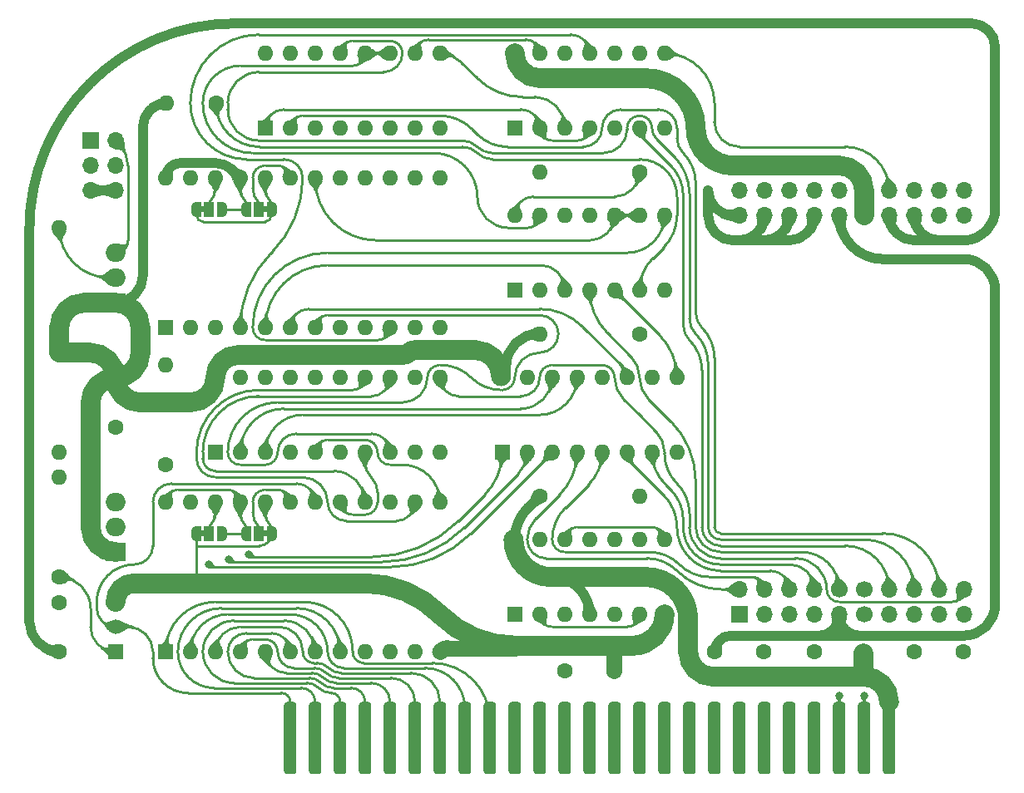
<source format=gbr>
%TF.GenerationSoftware,KiCad,Pcbnew,(6.0.8-1)-1*%
%TF.CreationDate,2022-11-07T14:14:19-08:00*%
%TF.ProjectId,DiskII,4469736b-4949-42e6-9b69-6361645f7063,1*%
%TF.SameCoordinates,Original*%
%TF.FileFunction,Copper,L1,Top*%
%TF.FilePolarity,Positive*%
%FSLAX46Y46*%
G04 Gerber Fmt 4.6, Leading zero omitted, Abs format (unit mm)*
G04 Created by KiCad (PCBNEW (6.0.8-1)-1) date 2022-11-07 14:14:19*
%MOMM*%
%LPD*%
G01*
G04 APERTURE LIST*
G04 Aperture macros list*
%AMRoundRect*
0 Rectangle with rounded corners*
0 $1 Rounding radius*
0 $2 $3 $4 $5 $6 $7 $8 $9 X,Y pos of 4 corners*
0 Add a 4 corners polygon primitive as box body*
4,1,4,$2,$3,$4,$5,$6,$7,$8,$9,$2,$3,0*
0 Add four circle primitives for the rounded corners*
1,1,$1+$1,$2,$3*
1,1,$1+$1,$4,$5*
1,1,$1+$1,$6,$7*
1,1,$1+$1,$8,$9*
0 Add four rect primitives between the rounded corners*
20,1,$1+$1,$2,$3,$4,$5,0*
20,1,$1+$1,$4,$5,$6,$7,0*
20,1,$1+$1,$6,$7,$8,$9,0*
20,1,$1+$1,$8,$9,$2,$3,0*%
%AMHorizOval*
0 Thick line with rounded ends*
0 $1 width*
0 $2 $3 position (X,Y) of the first rounded end (center of the circle)*
0 $4 $5 position (X,Y) of the second rounded end (center of the circle)*
0 Add line between two ends*
20,1,$1,$2,$3,$4,$5,0*
0 Add two circle primitives to create the rounded ends*
1,1,$1,$2,$3*
1,1,$1,$4,$5*%
%AMFreePoly0*
4,1,22,0.550000,-0.750000,0.000000,-0.750000,0.000000,-0.745033,-0.079941,-0.743568,-0.215256,-0.701293,-0.333266,-0.622738,-0.424486,-0.514219,-0.481581,-0.384460,-0.499164,-0.250000,-0.500000,-0.250000,-0.500000,0.250000,-0.499164,0.250000,-0.499963,0.256109,-0.478152,0.396186,-0.417904,0.524511,-0.324060,0.630769,-0.204165,0.706417,-0.067858,0.745374,0.000000,0.744959,0.000000,0.750000,
0.550000,0.750000,0.550000,-0.750000,0.550000,-0.750000,$1*%
%AMFreePoly1*
4,1,20,0.000000,0.744959,0.073905,0.744508,0.209726,0.703889,0.328688,0.626782,0.421226,0.519385,0.479903,0.390333,0.500000,0.250000,0.500000,-0.250000,0.499851,-0.262216,0.476331,-0.402017,0.414519,-0.529596,0.319384,-0.634700,0.198574,-0.708877,0.061801,-0.746166,0.000000,-0.745033,0.000000,-0.750000,-0.550000,-0.750000,-0.550000,0.750000,0.000000,0.750000,0.000000,0.744959,
0.000000,0.744959,$1*%
G04 Aperture macros list end*
%TA.AperFunction,ComponentPad*%
%ADD10C,1.600000*%
%TD*%
%TA.AperFunction,ComponentPad*%
%ADD11O,1.600000X1.600000*%
%TD*%
%TA.AperFunction,ConnectorPad*%
%ADD12RoundRect,0.317500X-0.317500X-3.365500X0.317500X-3.365500X0.317500X3.365500X-0.317500X3.365500X0*%
%TD*%
%TA.AperFunction,SMDPad,CuDef*%
%ADD13FreePoly0,180.000000*%
%TD*%
%TA.AperFunction,SMDPad,CuDef*%
%ADD14R,1.000000X1.500000*%
%TD*%
%TA.AperFunction,SMDPad,CuDef*%
%ADD15FreePoly1,180.000000*%
%TD*%
%TA.AperFunction,ComponentPad*%
%ADD16R,1.600000X1.600000*%
%TD*%
%TA.AperFunction,ComponentPad*%
%ADD17R,2.000000X1.905000*%
%TD*%
%TA.AperFunction,ComponentPad*%
%ADD18O,2.000000X1.905000*%
%TD*%
%TA.AperFunction,ComponentPad*%
%ADD19R,1.500000X1.500000*%
%TD*%
%TA.AperFunction,ComponentPad*%
%ADD20C,1.500000*%
%TD*%
%TA.AperFunction,SMDPad,CuDef*%
%ADD21FreePoly0,0.000000*%
%TD*%
%TA.AperFunction,SMDPad,CuDef*%
%ADD22FreePoly1,0.000000*%
%TD*%
%TA.AperFunction,ComponentPad*%
%ADD23O,1.700000X1.700000*%
%TD*%
%TA.AperFunction,ComponentPad*%
%ADD24R,1.700000X1.700000*%
%TD*%
%TA.AperFunction,ComponentPad*%
%ADD25C,1.700000*%
%TD*%
%TA.AperFunction,ComponentPad*%
%ADD26HorizOval,1.700000X0.000000X0.000000X0.000000X0.000000X0*%
%TD*%
%TA.AperFunction,ViaPad*%
%ADD27C,1.016000*%
%TD*%
%TA.AperFunction,ViaPad*%
%ADD28C,0.800000*%
%TD*%
%TA.AperFunction,Conductor*%
%ADD29C,1.016000*%
%TD*%
%TA.AperFunction,Conductor*%
%ADD30C,0.250000*%
%TD*%
%TA.AperFunction,Conductor*%
%ADD31C,2.032000*%
%TD*%
%TA.AperFunction,Conductor*%
%ADD32C,1.600000*%
%TD*%
G04 APERTURE END LIST*
%TO.C,JP5A10*%
G36*
X136155000Y-116505000D02*
G01*
X135655000Y-116505000D01*
X135655000Y-115905000D01*
X136155000Y-115905000D01*
X136155000Y-116505000D01*
G37*
%TO.C,JP6A9*%
G36*
X129775000Y-83485000D02*
G01*
X129275000Y-83485000D01*
X129275000Y-82885000D01*
X129775000Y-82885000D01*
X129775000Y-83485000D01*
G37*
%TO.C,JP5A9*%
G36*
X129775000Y-116505000D02*
G01*
X129275000Y-116505000D01*
X129275000Y-115905000D01*
X129775000Y-115905000D01*
X129775000Y-116505000D01*
G37*
%TO.C,JP6A10*%
G36*
X136155000Y-83485000D02*
G01*
X135655000Y-83485000D01*
X135655000Y-82885000D01*
X136155000Y-82885000D01*
X136155000Y-83485000D01*
G37*
%TD*%
D10*
%TO.P,R2,1*%
%TO.N,+5V*%
X114935000Y-97790000D03*
D11*
%TO.P,R2,2*%
%TO.N,Net-(Q2-Pad2)*%
X114935000Y-107950000D03*
%TD*%
D10*
%TO.P,R3,1*%
%TO.N,+5V*%
X173990000Y-79375000D03*
D11*
%TO.P,R3,2*%
%TO.N,Net-(R3-Pad2)*%
X163830000Y-79375000D03*
%TD*%
D10*
%TO.P,C1,1*%
%TO.N,Net-(C1-Pad1)*%
X166410000Y-130175000D03*
%TO.P,C1,2*%
%TO.N,GND*%
X171410000Y-130175000D03*
%TD*%
%TO.P,R4,1*%
%TO.N,+5V*%
X163830000Y-112395000D03*
D11*
%TO.P,R4,2*%
%TO.N,Net-(C1-Pad1)*%
X173990000Y-112395000D03*
%TD*%
D10*
%TO.P,R1,1*%
%TO.N,Net-(Q1-Pad1)*%
X114935000Y-120650000D03*
D11*
%TO.P,R1,2*%
%TO.N,Net-(Q2-Pad2)*%
X114935000Y-110490000D03*
%TD*%
D12*
%TO.P,J1,1,Pin_1*%
%TO.N,/I{slash}~{OSEL}*%
X138430000Y-137043000D03*
%TO.P,J1,2,Pin_2*%
%TO.N,/A0*%
X140970000Y-137043000D03*
%TO.P,J1,3,Pin_3*%
%TO.N,/A1*%
X143510000Y-137043000D03*
%TO.P,J1,4,Pin_4*%
%TO.N,/A2*%
X146050000Y-137043000D03*
%TO.P,J1,5,Pin_5*%
%TO.N,/A3*%
X148590000Y-137043000D03*
%TO.P,J1,6,Pin_6*%
%TO.N,/A4*%
X151130000Y-137043000D03*
%TO.P,J1,7,Pin_7*%
%TO.N,/A5*%
X153670000Y-137043000D03*
%TO.P,J1,8,Pin_8*%
%TO.N,/A6*%
X156210000Y-137043000D03*
%TO.P,J1,9,Pin_9*%
%TO.N,/A7*%
X158750000Y-137043000D03*
%TO.P,J1,10,Pin_10*%
%TO.N,unconnected-(J1-Pad10)*%
X161290000Y-137043000D03*
%TO.P,J1,11,Pin_11*%
%TO.N,unconnected-(J1-Pad11)*%
X163830000Y-137043000D03*
%TO.P,J1,12,Pin_12*%
%TO.N,unconnected-(J1-Pad12)*%
X166370000Y-137043000D03*
%TO.P,J1,13,Pin_13*%
%TO.N,unconnected-(J1-Pad13)*%
X168910000Y-137043000D03*
%TO.P,J1,14,Pin_14*%
%TO.N,unconnected-(J1-Pad14)*%
X171450000Y-137043000D03*
%TO.P,J1,15,Pin_15*%
%TO.N,unconnected-(J1-Pad15)*%
X173990000Y-137043000D03*
%TO.P,J1,16,Pin_16*%
%TO.N,unconnected-(J1-Pad16)*%
X176530000Y-137043000D03*
%TO.P,J1,17,Pin_17*%
%TO.N,unconnected-(J1-Pad17)*%
X179070000Y-137043000D03*
%TO.P,J1,18,Pin_18*%
%TO.N,unconnected-(J1-Pad18)*%
X181610000Y-137043000D03*
%TO.P,J1,19,Pin_19*%
%TO.N,unconnected-(J1-Pad19)*%
X184150000Y-137043000D03*
%TO.P,J1,20,Pin_20*%
%TO.N,unconnected-(J1-Pad20)*%
X186690000Y-137043000D03*
%TO.P,J1,21,Pin_21*%
%TO.N,unconnected-(J1-Pad21)*%
X189230000Y-137043000D03*
%TO.P,J1,22,Pin_22*%
%TO.N,unconnected-(J1-Pad22)*%
X191770000Y-137043000D03*
%TO.P,J1,23,Pin_23*%
%TO.N,Net-(J1-Pad23)*%
X194310000Y-137043000D03*
%TO.P,J1,24,Pin_24*%
%TO.N,Net-(J1-Pad24)*%
X196850000Y-137043000D03*
%TO.P,J1,25,Pin_25*%
%TO.N,+5V*%
X199390000Y-137043000D03*
%TD*%
D10*
%TO.P,C4,1*%
%TO.N,+12V*%
X114935000Y-128230000D03*
%TO.P,C4,2*%
%TO.N,GND*%
X114935000Y-123230000D03*
%TD*%
D13*
%TO.P,JP5A10,1,A*%
%TO.N,GND*%
X136555000Y-116205000D03*
D14*
%TO.P,JP5A10,2,C*%
%TO.N,Net-(JP5A10-Pad2)*%
X135255000Y-116205000D03*
D15*
%TO.P,JP5A10,3,B*%
%TO.N,Net-(JP5A10-Pad3)*%
X133955000Y-116205000D03*
%TD*%
D16*
%TO.P,UC2,1,A0*%
%TO.N,/A1*%
X160020000Y-107950000D03*
D11*
%TO.P,UC2,2,A1*%
%TO.N,/A2*%
X162560000Y-107950000D03*
%TO.P,UC2,3,A2*%
%TO.N,/A3*%
X165100000Y-107950000D03*
%TO.P,UC2,4,Q0*%
%TO.N,/PH0*%
X167640000Y-107950000D03*
%TO.P,UC2,5,Q1*%
%TO.N,/PH1*%
X170180000Y-107950000D03*
%TO.P,UC2,6,Q2*%
%TO.N,/PH2*%
X172720000Y-107950000D03*
%TO.P,UC2,7,Q3*%
%TO.N,/PH3*%
X175260000Y-107950000D03*
%TO.P,UC2,8,GND*%
%TO.N,GND*%
X177800000Y-107950000D03*
%TO.P,UC2,9,Q4*%
%TO.N,Net-(UB2-Pad5)*%
X177800000Y-100330000D03*
%TO.P,UC2,10,Q5*%
%TO.N,Net-(UA2-Pad5)*%
X175260000Y-100330000D03*
%TO.P,UC2,11,Q6*%
%TO.N,Net-(UB3-Pad6)*%
X172720000Y-100330000D03*
%TO.P,UC2,12,Q7*%
%TO.N,Net-(UB2-Pad3)*%
X170180000Y-100330000D03*
%TO.P,UC2,13,D*%
%TO.N,/A0*%
X167640000Y-100330000D03*
%TO.P,UC2,14,E*%
%TO.N,/DEV*%
X165100000Y-100330000D03*
%TO.P,UC2,15,Clr*%
%TO.N,/~{RES}*%
X162560000Y-100330000D03*
%TO.P,UC2,16,VCC*%
%TO.N,+5V*%
X160020000Y-100330000D03*
%TD*%
D16*
%TO.P,UD2,1,DIS*%
%TO.N,unconnected-(UD2-Pad1)*%
X161290000Y-124460000D03*
D11*
%TO.P,UD2,2,THR*%
%TO.N,Net-(C1-Pad1)*%
X163830000Y-124460000D03*
%TO.P,UD2,3,CV*%
%TO.N,unconnected-(UD2-Pad3)*%
X166370000Y-124460000D03*
%TO.P,UD2,4,R*%
%TO.N,+5V*%
X168910000Y-124460000D03*
%TO.P,UD2,5,Q*%
%TO.N,Net-(UB2-Pad1)*%
X171450000Y-124460000D03*
%TO.P,UD2,6,TR*%
%TO.N,Net-(C1-Pad1)*%
X173990000Y-124460000D03*
%TO.P,UD2,7,GND*%
%TO.N,GND*%
X176530000Y-124460000D03*
%TO.P,UD2,8,TR*%
%TO.N,Net-(C2-Pad2)*%
X176530000Y-116840000D03*
%TO.P,UD2,9,Q*%
%TO.N,Net-(UA2-Pad10)*%
X173990000Y-116840000D03*
%TO.P,UD2,10,R*%
%TO.N,/~{RES}*%
X171450000Y-116840000D03*
%TO.P,UD2,11,CV*%
%TO.N,unconnected-(UD2-Pad11)*%
X168910000Y-116840000D03*
%TO.P,UD2,12,THR*%
%TO.N,Net-(C2-Pad2)*%
X166370000Y-116840000D03*
%TO.P,UD2,13,DIS*%
%TO.N,unconnected-(UD2-Pad13)*%
X163830000Y-116840000D03*
%TO.P,UD2,14,VCC*%
%TO.N,+5V*%
X161290000Y-116840000D03*
%TD*%
D16*
%TO.P,UD3,1,A7*%
%TO.N,/A7*%
X125735000Y-128270000D03*
D11*
%TO.P,UD3,2,A6*%
%TO.N,/A6*%
X128275000Y-128270000D03*
%TO.P,UD3,3,A5*%
%TO.N,/A5*%
X130815000Y-128270000D03*
%TO.P,UD3,4,A4*%
%TO.N,/A4*%
X133355000Y-128270000D03*
%TO.P,UD3,5,A3*%
%TO.N,/A3*%
X135895000Y-128270000D03*
%TO.P,UD3,6,A2*%
%TO.N,/A2*%
X138435000Y-128270000D03*
%TO.P,UD3,7,A1*%
%TO.N,/A1*%
X140975000Y-128270000D03*
%TO.P,UD3,8,A0*%
%TO.N,/A0*%
X143515000Y-128270000D03*
%TO.P,UD3,9,D0*%
%TO.N,/D0*%
X146055000Y-128270000D03*
%TO.P,UD3,10,D1*%
%TO.N,/D1*%
X148595000Y-128270000D03*
%TO.P,UD3,11,D2*%
%TO.N,/D2*%
X151135000Y-128270000D03*
%TO.P,UD3,12,GND*%
%TO.N,GND*%
X153675000Y-128270000D03*
%TO.P,UD3,13,D3*%
%TO.N,/D3*%
X153675000Y-113030000D03*
%TO.P,UD3,14,D4*%
%TO.N,/D4*%
X151135000Y-113030000D03*
%TO.P,UD3,15,D5*%
%TO.N,/D5*%
X148595000Y-113030000D03*
%TO.P,UD3,16,D6*%
%TO.N,/D6*%
X146055000Y-113030000D03*
%TO.P,UD3,17,D7*%
%TO.N,/D7*%
X143515000Y-113030000D03*
%TO.P,UD3,18,~{CE}/PGM*%
%TO.N,/I{slash}~{OSEL}*%
X140975000Y-113030000D03*
%TO.P,UD3,19,A10*%
%TO.N,Net-(JP5A10-Pad2)*%
X138435000Y-113030000D03*
%TO.P,UD3,20,~{OE}*%
%TO.N,GND*%
X135895000Y-113030000D03*
%TO.P,UD3,21,VPP*%
%TO.N,Net-(JP5A10-Pad3)*%
X133355000Y-113030000D03*
%TO.P,UD3,22,A9*%
%TO.N,Net-(JP5A9-Pad2)*%
X130815000Y-113030000D03*
%TO.P,UD3,23,A8*%
%TO.N,Net-(SWA8-Pad2)*%
X128275000Y-113030000D03*
%TO.P,UD3,24,VCC*%
%TO.N,Net-(JP5A10-Pad3)*%
X125735000Y-113030000D03*
%TD*%
D10*
%TO.P,C6,1*%
%TO.N,+12V*%
X206970000Y-128270000D03*
%TO.P,C6,2*%
%TO.N,GND*%
X201970000Y-128270000D03*
%TD*%
D17*
%TO.P,Q2,1,E*%
%TO.N,+5V*%
X120650000Y-118110000D03*
D18*
%TO.P,Q2,2,B*%
%TO.N,Net-(Q2-Pad2)*%
X120650000Y-115570000D03*
%TO.P,Q2,3,C*%
%TO.N,Net-(JP5A10-Pad3)*%
X120650000Y-113030000D03*
%TD*%
D19*
%TO.P,Q1,1,E*%
%TO.N,Net-(Q1-Pad1)*%
X120650000Y-128270000D03*
D20*
%TO.P,Q1,2,B*%
%TO.N,/I{slash}~{OSEL}*%
X120650000Y-125730000D03*
%TO.P,Q1,3,C*%
%TO.N,GND*%
X120650000Y-123190000D03*
%TD*%
D10*
%TO.P,C7,1*%
%TO.N,-12V*%
X181650000Y-128270000D03*
%TO.P,C7,2*%
%TO.N,GND*%
X186650000Y-128270000D03*
%TD*%
%TO.P,R5,1*%
%TO.N,Net-(C2-Pad2)*%
X173990000Y-95885000D03*
D11*
%TO.P,R5,2*%
%TO.N,+5V*%
X163830000Y-95885000D03*
%TD*%
D21*
%TO.P,JP6A9,1,A*%
%TO.N,GND*%
X128875000Y-83185000D03*
D14*
%TO.P,JP6A9,2,C*%
%TO.N,Net-(JP6A9-Pad2)*%
X130175000Y-83185000D03*
D22*
%TO.P,JP6A9,3,B*%
%TO.N,Net-(JP6A10-Pad3)*%
X131475000Y-83185000D03*
%TD*%
D23*
%TO.P,J3,1,Pin_1*%
%TO.N,GND*%
X184150000Y-83820000D03*
%TO.P,J3,2,Pin_2*%
%TO.N,/PH0*%
X184150000Y-81280000D03*
%TO.P,J3,3,Pin_3*%
%TO.N,GND*%
X186690000Y-83820000D03*
%TO.P,J3,4,Pin_4*%
%TO.N,/PH1*%
X186690000Y-81280000D03*
%TO.P,J3,5,Pin_5*%
%TO.N,GND*%
X189230000Y-83820000D03*
%TO.P,J3,6,Pin_6*%
%TO.N,/PH2*%
X189230000Y-81280000D03*
%TO.P,J3,7,Pin_7*%
%TO.N,GND*%
X191770000Y-83820000D03*
%TO.P,J3,8,Pin_8*%
%TO.N,/PH3*%
X191770000Y-81280000D03*
%TO.P,J3,9,Pin_9*%
%TO.N,-12V*%
X194310000Y-83820000D03*
%TO.P,J3,10,Pin_10*%
%TO.N,/WR REQ*%
X194310000Y-81280000D03*
%TO.P,J3,11,Pin_11*%
%TO.N,+5V*%
X196850000Y-83820000D03*
%TO.P,J3,12,Pin_12*%
X196850000Y-81280000D03*
%TO.P,J3,13,Pin_13*%
%TO.N,+12V*%
X199390000Y-83820000D03*
%TO.P,J3,14,Pin_14*%
%TO.N,/~{ENBL 1}*%
X199390000Y-81280000D03*
%TO.P,J3,15,Pin_15*%
%TO.N,+12V*%
X201930000Y-83820000D03*
%TO.P,J3,16,Pin_16*%
%TO.N,/RD DATA*%
X201930000Y-81280000D03*
%TO.P,J3,17,Pin_17*%
%TO.N,Net-(J3-Pad17)*%
X204470000Y-83820000D03*
%TO.P,J3,18,Pin_18*%
%TO.N,/WR DATA*%
X204470000Y-81280000D03*
%TO.P,J3,19,Pin_19*%
%TO.N,Net-(J3-Pad19)*%
X207010000Y-83820000D03*
%TO.P,J3,20,Pin_20*%
%TO.N,/W PROT*%
X207010000Y-81280000D03*
%TD*%
D24*
%TO.P,SWA8,1,A*%
%TO.N,Net-(JP5A10-Pad3)*%
X118110000Y-76200000D03*
D23*
%TO.P,SWA8,2,B*%
%TO.N,Net-(SWA8-Pad2)*%
X118110000Y-78740000D03*
%TO.P,SWA8,3,C*%
%TO.N,GND*%
X118110000Y-81280000D03*
%TO.P,SWA8,4,A*%
%TO.N,Net-(JP6A10-Pad3)*%
X120650000Y-76200000D03*
%TO.P,SWA8,5,B*%
%TO.N,Net-(SWA8-Pad5)*%
X120650000Y-78740000D03*
%TO.P,SWA8,6,C*%
%TO.N,GND*%
X120650000Y-81280000D03*
%TD*%
D16*
%TO.P,UA2,1*%
%TO.N,/Q3*%
X161290000Y-74930000D03*
D11*
%TO.P,UA2,2*%
%TO.N,Net-(UA2-Pad10)*%
X163830000Y-74930000D03*
%TO.P,UA2,3*%
%TO.N,Net-(UA2-Pad3)*%
X166370000Y-74930000D03*
%TO.P,UA2,4*%
%TO.N,Net-(UA2-Pad10)*%
X168910000Y-74930000D03*
%TO.P,UA2,5*%
%TO.N,Net-(UA2-Pad5)*%
X171450000Y-74930000D03*
%TO.P,UA2,6*%
%TO.N,/~{ENBL 2}*%
X173990000Y-74930000D03*
%TO.P,UA2,7,GND*%
%TO.N,GND*%
X176530000Y-74930000D03*
%TO.P,UA2,8*%
%TO.N,/~{ENBL 1}*%
X176530000Y-67310000D03*
%TO.P,UA2,9*%
%TO.N,/~{ENBL 2}*%
X173990000Y-67310000D03*
%TO.P,UA2,10*%
%TO.N,Net-(UA2-Pad10)*%
X171450000Y-67310000D03*
%TO.P,UA2,11*%
%TO.N,Net-(UA2-Pad11)*%
X168910000Y-67310000D03*
%TO.P,UA2,12*%
%TO.N,Net-(R3-Pad2)*%
X166370000Y-67310000D03*
%TO.P,UA2,13*%
%TO.N,Net-(UA2-Pad13)*%
X163830000Y-67310000D03*
%TO.P,UA2,14,VCC*%
%TO.N,+5V*%
X161290000Y-67310000D03*
%TD*%
D16*
%TO.P,UC3,1,S0*%
%TO.N,Net-(UB2-Pad8)*%
X130815000Y-107950000D03*
D11*
%TO.P,UC3,2,OE1*%
%TO.N,/DEV*%
X133355000Y-107950000D03*
%TO.P,UC3,3,OE2*%
%TO.N,/A0*%
X135895000Y-107950000D03*
%TO.P,UC3,4,IO6*%
%TO.N,/D1*%
X138435000Y-107950000D03*
%TO.P,UC3,5,IO4*%
%TO.N,/D3*%
X140975000Y-107950000D03*
%TO.P,UC3,6,IO2*%
%TO.N,/D5*%
X143515000Y-107950000D03*
%TO.P,UC3,7,IO0*%
%TO.N,/D7*%
X146055000Y-107950000D03*
%TO.P,UC3,8,Q0*%
%TO.N,Net-(UB3-Pad7)*%
X148595000Y-107950000D03*
%TO.P,UC3,9,SR*%
%TO.N,Net-(UB3-Pad13)*%
X151135000Y-107950000D03*
%TO.P,UC3,10,GND*%
%TO.N,GND*%
X153675000Y-107950000D03*
%TO.P,UC3,11,DS0*%
%TO.N,/W PROT*%
X153675000Y-100330000D03*
%TO.P,UC3,12,Cp*%
%TO.N,Net-(UA2-Pad3)*%
X151135000Y-100330000D03*
%TO.P,UC3,13,IO1*%
%TO.N,/D6*%
X148595000Y-100330000D03*
%TO.P,UC3,14,IO3*%
%TO.N,/D4*%
X146055000Y-100330000D03*
%TO.P,UC3,15,IO5*%
%TO.N,/D2*%
X143515000Y-100330000D03*
%TO.P,UC3,16,IO7*%
%TO.N,/D0*%
X140975000Y-100330000D03*
%TO.P,UC3,17,Q7*%
%TO.N,unconnected-(UC3-Pad17)*%
X138435000Y-100330000D03*
%TO.P,UC3,18,DS7*%
%TO.N,Net-(UB3-Pad11)*%
X135895000Y-100330000D03*
%TO.P,UC3,19,S1*%
%TO.N,Net-(UB3-Pad9)*%
X133355000Y-100330000D03*
%TO.P,UC3,20,VCC*%
%TO.N,+5V*%
X130815000Y-100330000D03*
%TD*%
D16*
%TO.P,UB3,1,A7*%
%TO.N,/WR DATA*%
X125730000Y-95250000D03*
D11*
%TO.P,UB3,2,A6*%
%TO.N,Net-(UA3-Pad5)*%
X128270000Y-95250000D03*
%TO.P,UB3,3,A5*%
%TO.N,Net-(UA3-Pad7)*%
X130810000Y-95250000D03*
%TO.P,UB3,4,A4*%
%TO.N,Net-(UA2-Pad11)*%
X133350000Y-95250000D03*
%TO.P,UB3,5,A3*%
%TO.N,Net-(UB2-Pad3)*%
X135890000Y-95250000D03*
%TO.P,UB3,6,A2*%
%TO.N,Net-(UB3-Pad6)*%
X138430000Y-95250000D03*
%TO.P,UB3,7,A1*%
%TO.N,Net-(UB3-Pad7)*%
X140970000Y-95250000D03*
%TO.P,UB3,8,A0*%
%TO.N,Net-(UA3-Pad15)*%
X143510000Y-95250000D03*
%TO.P,UB3,9,D0*%
%TO.N,Net-(UB3-Pad9)*%
X146050000Y-95250000D03*
%TO.P,UB3,10,D1*%
%TO.N,Net-(UB2-Pad8)*%
X148590000Y-95250000D03*
%TO.P,UB3,11,D2*%
%TO.N,Net-(UB3-Pad11)*%
X151130000Y-95250000D03*
%TO.P,UB3,12,GND*%
%TO.N,GND*%
X153670000Y-95250000D03*
%TO.P,UB3,13,D3*%
%TO.N,Net-(UB3-Pad13)*%
X153670000Y-80010000D03*
%TO.P,UB3,14,D4*%
%TO.N,Net-(UA3-Pad6)*%
X151130000Y-80010000D03*
%TO.P,UB3,15,D5*%
%TO.N,Net-(UA3-Pad14)*%
X148590000Y-80010000D03*
%TO.P,UB3,16,D6*%
%TO.N,Net-(UA3-Pad4)*%
X146050000Y-80010000D03*
%TO.P,UB3,17,D7*%
%TO.N,Net-(UA3-Pad3)*%
X143510000Y-80010000D03*
%TO.P,UB3,18,~{CE}*%
%TO.N,Net-(R6-Pad2)*%
X140970000Y-80010000D03*
%TO.P,UB3,19,AR/A10*%
%TO.N,Net-(JP6A10-Pad2)*%
X138430000Y-80010000D03*
%TO.P,UB3,20,~{OE}*%
%TO.N,GND*%
X135890000Y-80010000D03*
%TO.P,UB3,21,VPP/A11*%
%TO.N,Net-(JP6A10-Pad3)*%
X133350000Y-80010000D03*
%TO.P,UB3,22,A9*%
%TO.N,Net-(JP6A9-Pad2)*%
X130810000Y-80010000D03*
%TO.P,UB3,23,A8*%
%TO.N,Net-(SWA8-Pad5)*%
X128270000Y-80010000D03*
%TO.P,UB3,24,VCC*%
%TO.N,Net-(JP6A10-Pad3)*%
X125730000Y-80010000D03*
%TD*%
D10*
%TO.P,C3,1*%
%TO.N,+5V*%
X196810000Y-128270000D03*
%TO.P,C3,2*%
%TO.N,GND*%
X191810000Y-128270000D03*
%TD*%
%TO.P,R6,1*%
%TO.N,Net-(Q3-Pad2)*%
X125730000Y-109220000D03*
D11*
%TO.P,R6,2*%
%TO.N,Net-(R6-Pad2)*%
X125730000Y-99060000D03*
%TD*%
D21*
%TO.P,JP5A9,1,A*%
%TO.N,GND*%
X128875000Y-116205000D03*
D14*
%TO.P,JP5A9,2,C*%
%TO.N,Net-(JP5A9-Pad2)*%
X130175000Y-116205000D03*
D22*
%TO.P,JP5A9,3,B*%
%TO.N,Net-(JP5A10-Pad3)*%
X131475000Y-116205000D03*
%TD*%
D17*
%TO.P,Q3,1,E*%
%TO.N,+5V*%
X120650000Y-92710000D03*
D18*
%TO.P,Q3,2,B*%
%TO.N,Net-(Q3-Pad2)*%
X120650000Y-90170000D03*
%TO.P,Q3,3,C*%
%TO.N,Net-(JP6A10-Pad3)*%
X120650000Y-87630000D03*
%TD*%
D10*
%TO.P,C5,1*%
%TO.N,+5V*%
X120650000Y-100370000D03*
%TO.P,C5,2*%
%TO.N,GND*%
X120650000Y-105370000D03*
%TD*%
D16*
%TO.P,UA3,1,~{Mr}*%
%TO.N,Net-(UA2-Pad10)*%
X135890000Y-74930000D03*
D11*
%TO.P,UA3,2,Q0*%
%TO.N,/WR DATA*%
X138430000Y-74930000D03*
%TO.P,UA3,3,D0*%
%TO.N,Net-(UA3-Pad3)*%
X140970000Y-74930000D03*
%TO.P,UA3,4,D1*%
%TO.N,Net-(UA3-Pad4)*%
X143510000Y-74930000D03*
%TO.P,UA3,5,Q1*%
%TO.N,Net-(UA3-Pad5)*%
X146050000Y-74930000D03*
%TO.P,UA3,6,D2*%
%TO.N,Net-(UA3-Pad6)*%
X148590000Y-74930000D03*
%TO.P,UA3,7,Q2*%
%TO.N,Net-(UA3-Pad7)*%
X151130000Y-74930000D03*
%TO.P,UA3,8,GND*%
%TO.N,GND*%
X153670000Y-74930000D03*
%TO.P,UA3,9,Cp*%
%TO.N,Net-(UA2-Pad3)*%
X153670000Y-67310000D03*
%TO.P,UA3,10,Q3*%
%TO.N,Net-(UA2-Pad13)*%
X151130000Y-67310000D03*
%TO.P,UA3,11,D3*%
%TO.N,Net-(UA3-Pad11)*%
X148590000Y-67310000D03*
%TO.P,UA3,12,Q4*%
X146050000Y-67310000D03*
%TO.P,UA3,13,D4*%
%TO.N,/RD DATA*%
X143510000Y-67310000D03*
%TO.P,UA3,14,D5*%
%TO.N,Net-(UA3-Pad14)*%
X140970000Y-67310000D03*
%TO.P,UA3,15,Q5*%
%TO.N,Net-(UA3-Pad15)*%
X138430000Y-67310000D03*
%TO.P,UA3,16,VCC*%
%TO.N,Net-(JP6A10-Pad3)*%
X135890000Y-67310000D03*
%TD*%
%TO.P,C2,1*%
%TO.N,+5V*%
X125867349Y-72390000D03*
D10*
%TO.P,C2,2*%
%TO.N,Net-(C2-Pad2)*%
X130867349Y-72390000D03*
%TD*%
D13*
%TO.P,JP6A10,1,A*%
%TO.N,GND*%
X136555000Y-83185000D03*
D14*
%TO.P,JP6A10,2,C*%
%TO.N,Net-(JP6A10-Pad2)*%
X135255000Y-83185000D03*
D15*
%TO.P,JP6A10,3,B*%
%TO.N,Net-(JP6A10-Pad3)*%
X133955000Y-83185000D03*
%TD*%
D24*
%TO.P,J2,1,Pin_1*%
%TO.N,GND*%
X184150000Y-124460000D03*
D23*
%TO.P,J2,2,Pin_2*%
%TO.N,/PH0*%
X184150000Y-121920000D03*
%TO.P,J2,3,Pin_3*%
%TO.N,GND*%
X186690000Y-124460000D03*
%TO.P,J2,4,Pin_4*%
%TO.N,/PH1*%
X186690000Y-121920000D03*
%TO.P,J2,5,Pin_5*%
%TO.N,GND*%
X189230000Y-124460000D03*
%TO.P,J2,6,Pin_6*%
%TO.N,/PH2*%
X189230000Y-121920000D03*
%TO.P,J2,7,Pin_7*%
%TO.N,GND*%
X191770000Y-124460000D03*
%TO.P,J2,8,Pin_8*%
%TO.N,/PH3*%
X191770000Y-121920000D03*
%TO.P,J2,9,Pin_9*%
%TO.N,-12V*%
X194310000Y-124460000D03*
D25*
%TO.P,J2,10,Pin_10*%
%TO.N,/WR REQ*%
X194310000Y-121920000D03*
D26*
%TO.P,J2,11,Pin_11*%
%TO.N,+5V*%
X196850000Y-124460000D03*
D25*
%TO.P,J2,12,Pin_12*%
X196850000Y-121920000D03*
D23*
%TO.P,J2,13,Pin_13*%
%TO.N,+12V*%
X199390000Y-124460000D03*
%TO.P,J2,14,Pin_14*%
%TO.N,/~{ENBL 2}*%
X199390000Y-121920000D03*
%TO.P,J2,15,Pin_15*%
%TO.N,+12V*%
X201930000Y-124460000D03*
%TO.P,J2,16,Pin_16*%
%TO.N,/RD DATA*%
X201930000Y-121920000D03*
%TO.P,J2,17,Pin_17*%
%TO.N,+12V*%
X204470000Y-124460000D03*
%TO.P,J2,18,Pin_18*%
%TO.N,/WR DATA*%
X204470000Y-121920000D03*
%TO.P,J2,19,Pin_19*%
%TO.N,+12V*%
X207010000Y-124460000D03*
%TO.P,J2,20,Pin_20*%
%TO.N,/W PROT*%
X207010000Y-121920000D03*
%TD*%
D16*
%TO.P,UB2,1*%
%TO.N,Net-(UB2-Pad1)*%
X161290000Y-91440000D03*
D11*
%TO.P,UB2,2*%
%TO.N,/~{RES}*%
X163830000Y-91440000D03*
%TO.P,UB2,3*%
%TO.N,Net-(UB2-Pad3)*%
X166370000Y-91440000D03*
%TO.P,UB2,4*%
%TO.N,/WR REQ*%
X168910000Y-91440000D03*
%TO.P,UB2,5*%
%TO.N,Net-(UB2-Pad5)*%
X171450000Y-91440000D03*
%TO.P,UB2,6*%
%TO.N,Net-(C2-Pad2)*%
X173990000Y-91440000D03*
%TO.P,UB2,7,GND*%
%TO.N,GND*%
X176530000Y-91440000D03*
%TO.P,UB2,8*%
%TO.N,Net-(UB2-Pad8)*%
X176530000Y-83820000D03*
%TO.P,UB2,9*%
%TO.N,Net-(R6-Pad2)*%
X173990000Y-83820000D03*
%TO.P,UB2,10*%
X171450000Y-83820000D03*
%TO.P,UB2,11*%
%TO.N,Net-(UA2-Pad10)*%
X168910000Y-83820000D03*
%TO.P,UB2,12*%
%TO.N,Net-(R3-Pad2)*%
X166370000Y-83820000D03*
%TO.P,UB2,13*%
%TO.N,Net-(UA3-Pad11)*%
X163830000Y-83820000D03*
%TO.P,UB2,14,VCC*%
%TO.N,+5V*%
X161290000Y-83820000D03*
%TD*%
D10*
%TO.P,R7,1*%
%TO.N,+5V*%
X114935000Y-95250000D03*
D11*
%TO.P,R7,2*%
%TO.N,Net-(Q3-Pad2)*%
X114935000Y-85090000D03*
%TD*%
D27*
%TO.N,GND*%
X180975000Y-83820000D03*
X180975000Y-81280000D03*
D28*
%TO.N,/A1*%
X134239000Y-118364000D03*
%TO.N,/A2*%
X132207000Y-118872000D03*
%TO.N,/A3*%
X130175000Y-119380000D03*
D27*
%TO.N,+12V*%
X210185000Y-81280000D03*
X210185000Y-83820000D03*
D28*
%TO.N,Net-(J1-Pad23)*%
X194310000Y-132715000D03*
%TO.N,Net-(J1-Pad24)*%
X196850000Y-132715000D03*
%TD*%
D29*
%TO.N,GND*%
X189230000Y-86360000D02*
X186690000Y-86360000D01*
X186690000Y-86360000D02*
X184150000Y-86360000D01*
X183515000Y-86360000D02*
G75*
G02*
X180975000Y-83820000I0J2540000D01*
G01*
X183515000Y-86360000D02*
X184150000Y-86360000D01*
X183515000Y-83820000D02*
G75*
G02*
X180975000Y-81280000I0J2540000D01*
G01*
X183515000Y-83820000D02*
X184150000Y-83820000D01*
X180975000Y-81280000D02*
X180975000Y-83820000D01*
X189230000Y-83820000D02*
G75*
G02*
X186690000Y-86360000I-2540000J0D01*
G01*
X191770000Y-83820000D02*
G75*
G02*
X189230000Y-86360000I-2540000J0D01*
G01*
X186690000Y-83820000D02*
G75*
G02*
X184150000Y-86360000I-2540000J0D01*
G01*
D30*
%TO.N,Net-(Q1-Pad1)*%
X118110000Y-123825000D02*
X118110000Y-125730000D01*
X118110000Y-123825000D02*
G75*
G03*
X114935000Y-120650000I-3175000J0D01*
G01*
X120650000Y-128270000D02*
G75*
G02*
X118110000Y-125730000I0J2540000D01*
G01*
%TO.N,/I{slash}~{OSEL}*%
X120650000Y-125730000D02*
X121920000Y-125730000D01*
X124460000Y-128270000D02*
X124460000Y-128905000D01*
X118745000Y-123825000D02*
X118745000Y-123190000D01*
X138430000Y-133350000D02*
X138430000Y-137043000D01*
X128016000Y-132461000D02*
X137541000Y-132461000D01*
X124460000Y-117475000D02*
X124460000Y-113030000D01*
X126365000Y-111125000D02*
X139070000Y-111125000D01*
X140975000Y-113030000D02*
G75*
G03*
X139070000Y-111125000I-1905000J0D01*
G01*
X126365000Y-111125000D02*
G75*
G03*
X124460000Y-113030000I0J-1905000D01*
G01*
X138430000Y-133350000D02*
G75*
G03*
X137541000Y-132461000I-889000J0D01*
G01*
X122555000Y-119380000D02*
G75*
G03*
X118745000Y-123190000I0J-3810000D01*
G01*
X124460000Y-128270000D02*
G75*
G03*
X121920000Y-125730000I-2540000J0D01*
G01*
X124460000Y-117475000D02*
G75*
G02*
X122555000Y-119380000I-1905000J0D01*
G01*
X128016000Y-132461000D02*
G75*
G02*
X124460000Y-128905000I0J3556000D01*
G01*
X118745000Y-123825000D02*
G75*
G03*
X120650000Y-125730000I1905000J0D01*
G01*
D31*
%TO.N,GND*%
X153701911Y-124491910D02*
X153670000Y-124460000D01*
D30*
X135890000Y-80010000D02*
X135890000Y-81016975D01*
X128875000Y-116205000D02*
X128875000Y-117445000D01*
X128875000Y-117445000D02*
X128875000Y-121255000D01*
X136525000Y-83215000D02*
X136525000Y-83820000D01*
D31*
X173355000Y-127635000D02*
X171450000Y-127635000D01*
X171450000Y-127635000D02*
X161290000Y-127635000D01*
D30*
X135895000Y-113030000D02*
X135895000Y-114049046D01*
D32*
X154410210Y-127889000D02*
X161290000Y-127889000D01*
D30*
X128905000Y-83820000D02*
X128905000Y-83215000D01*
D29*
X118110000Y-81280000D02*
X120650000Y-81280000D01*
D30*
X135285000Y-117475000D02*
X128905000Y-117475000D01*
X129540000Y-84455000D02*
X135890000Y-84455000D01*
X120010000Y-81280000D02*
X117470000Y-81280000D01*
D32*
X171410000Y-130175000D02*
X171410000Y-127731568D01*
D31*
X122555000Y-121285000D02*
X146004872Y-121285000D01*
D32*
X153678536Y-128261465D02*
X153797000Y-128143000D01*
D31*
X153670008Y-124459992D02*
G75*
G03*
X146004872Y-121285000I-7665108J-7665108D01*
G01*
D30*
X136554989Y-82622426D02*
G75*
G03*
X136525000Y-82550000I-102389J26D01*
G01*
X136524992Y-82550008D02*
G75*
G02*
X135890000Y-81016975I1533008J1533008D01*
G01*
X136525013Y-115569987D02*
G75*
G02*
X135895000Y-114049046I1520987J1520987D01*
G01*
D32*
X171450009Y-127635009D02*
G75*
G03*
X171410000Y-127731568I96591J-96591D01*
G01*
X153678530Y-128261459D02*
G75*
G03*
X153675000Y-128270000I8570J-8541D01*
G01*
D31*
X173355000Y-127635000D02*
G75*
G03*
X176530000Y-124460000I0J3175000D01*
G01*
X122555000Y-121285000D02*
G75*
G03*
X120650000Y-123190000I0J-1905000D01*
G01*
X153701906Y-124491915D02*
G75*
G03*
X161290000Y-127635000I7588094J7588115D01*
G01*
D30*
X135285000Y-117475000D02*
G75*
G03*
X136555000Y-116205000I0J1270000D01*
G01*
X135890000Y-84455000D02*
G75*
G03*
X136525000Y-83820000I0J635000D01*
G01*
D32*
X154410210Y-127889005D02*
G75*
G03*
X153797001Y-128143001I-10J-867195D01*
G01*
D30*
X136554989Y-115642426D02*
G75*
G03*
X136525000Y-115570000I-102389J26D01*
G01*
X128905000Y-83820000D02*
G75*
G03*
X129540000Y-84455000I635000J0D01*
G01*
X128875000Y-117445000D02*
G75*
G03*
X128905000Y-117475000I30000J0D01*
G01*
D31*
%TO.N,+5V*%
X118110000Y-106680000D02*
X118110000Y-102910000D01*
X123190000Y-95250000D02*
X123190000Y-97830000D01*
X196810000Y-128397000D02*
X196810000Y-130770000D01*
X157226000Y-97536000D02*
X151108210Y-97536000D01*
X196850000Y-130810000D02*
X181610000Y-130810000D01*
X118110000Y-115570000D02*
X118110000Y-106680000D01*
X183515000Y-78740000D02*
X194310000Y-78740000D01*
X118110000Y-106680000D02*
X118110000Y-102870000D01*
X178943000Y-128270000D02*
X178943000Y-124968000D01*
X196850000Y-81280000D02*
X196850000Y-83820000D01*
D29*
X123444000Y-74813349D02*
X123444000Y-89916000D01*
D31*
X163830000Y-69850000D02*
X174625000Y-69850000D01*
D29*
X163830000Y-112395000D02*
X162637039Y-113587961D01*
D30*
X170815000Y-81915000D02*
X163180000Y-81915000D01*
D29*
X160401000Y-100330000D02*
X160401000Y-99568000D01*
D31*
X114935000Y-97790000D02*
X114935000Y-95250000D01*
X174625000Y-120650000D02*
X165100000Y-120650000D01*
X123150000Y-102870000D02*
X128275000Y-102870000D01*
D29*
X160401000Y-99568000D02*
X160401000Y-99187000D01*
X160020000Y-100330000D02*
X160401000Y-100330000D01*
D31*
X117475000Y-92710000D02*
X120650000Y-92710000D01*
X133101000Y-98044000D02*
X149881790Y-98044000D01*
X114935000Y-97790000D02*
X118070000Y-97790000D01*
D30*
X170815000Y-81915000D02*
X171450000Y-81915000D01*
D31*
X151108210Y-97536000D02*
X157353000Y-97536000D01*
X183515000Y-78740000D02*
G75*
G02*
X179705000Y-74930000I0J3810000D01*
G01*
X196850000Y-130810000D02*
G75*
G02*
X199390000Y-133350000I0J-2540000D01*
G01*
X123190000Y-95250000D02*
G75*
G03*
X120650000Y-92710000I-2540000J0D01*
G01*
X151108210Y-97536005D02*
G75*
G03*
X150495001Y-97790001I-10J-867195D01*
G01*
X174625000Y-120650000D02*
G75*
G02*
X178943000Y-124968000I0J-4318000D01*
G01*
X163830000Y-69850000D02*
G75*
G02*
X161290000Y-67310000I0J2540000D01*
G01*
D30*
X161285000Y-83810000D02*
G75*
G02*
X163180000Y-81915000I1895000J0D01*
G01*
D29*
X123444000Y-74813349D02*
G75*
G02*
X125867349Y-72390000I2423300J49D01*
G01*
D31*
X196850000Y-81280000D02*
G75*
G03*
X194310000Y-78740000I-2540000J0D01*
G01*
X120650000Y-100370000D02*
G75*
G03*
X123150000Y-102870000I2500000J0D01*
G01*
X120650000Y-100370000D02*
G75*
G03*
X118070000Y-97790000I-2580000J0D01*
G01*
X179705000Y-74930000D02*
G75*
G03*
X174625000Y-69850000I-5080000J0D01*
G01*
D30*
X173990000Y-79375000D02*
G75*
G02*
X171450000Y-81915000I-2540000J0D01*
G01*
D31*
X118110000Y-115570000D02*
G75*
G03*
X120650000Y-118110000I2540000J0D01*
G01*
D29*
X163703000Y-95885000D02*
G75*
G03*
X160401000Y-99187000I0J-3302000D01*
G01*
D31*
X130815000Y-100330000D02*
G75*
G02*
X128275000Y-102870000I-2540000J0D01*
G01*
X157226000Y-97536000D02*
G75*
G02*
X159893000Y-100203000I0J-2667000D01*
G01*
X161163000Y-116840000D02*
G75*
G03*
X164973000Y-120650000I3810000J0D01*
G01*
X117475000Y-92710000D02*
G75*
G03*
X114935000Y-95250000I0J-2540000D01*
G01*
D29*
X161290007Y-116840000D02*
G75*
G02*
X162637039Y-113587961I4599093J0D01*
G01*
D31*
X120650000Y-100370000D02*
G75*
G03*
X123190000Y-97830000I0J2540000D01*
G01*
D29*
X120650000Y-92710000D02*
G75*
G03*
X123444000Y-89916000I0J2794000D01*
G01*
D31*
X133101000Y-98044000D02*
G75*
G03*
X130815000Y-100330000I0J-2286000D01*
G01*
X196850000Y-130810000D02*
G75*
G02*
X196810000Y-130770000I0J40000D01*
G01*
X120650000Y-100370000D02*
G75*
G03*
X118110000Y-102910000I0J-2540000D01*
G01*
D29*
X168910000Y-124460000D02*
G75*
G03*
X165100000Y-120650000I-3810000J0D01*
G01*
D31*
X178943000Y-128270000D02*
G75*
G03*
X181483000Y-130810000I2540000J0D01*
G01*
X150495003Y-97790003D02*
G75*
G02*
X149881790Y-98044000I-613203J613203D01*
G01*
D30*
%TO.N,Net-(Q3-Pad2)*%
X114935000Y-85090000D02*
G75*
G03*
X120015000Y-90170000I5080000J0D01*
G01*
%TO.N,Net-(C2-Pad2)*%
X159013025Y-78105000D02*
X173990000Y-78105000D01*
X177800000Y-83820000D02*
X177800000Y-81915000D01*
X176452962Y-87072039D02*
X175337038Y-88187961D01*
X167640000Y-115570000D02*
X175260000Y-115570000D01*
X135312349Y-76835000D02*
X155946975Y-76835000D01*
X167640000Y-115570000D02*
G75*
G03*
X166370000Y-116840000I0J-1270000D01*
G01*
X159013025Y-78104989D02*
G75*
G02*
X157480000Y-77470000I-25J2167989D01*
G01*
X176452966Y-87072043D02*
G75*
G03*
X177800000Y-83820000I-3252066J3252043D01*
G01*
X173990000Y-78105000D02*
G75*
G02*
X177800000Y-81915000I0J-3810000D01*
G01*
X176530000Y-116840000D02*
G75*
G03*
X175260000Y-115570000I-1270000J0D01*
G01*
X135312349Y-76834951D02*
G75*
G02*
X130867349Y-72390000I-49J4444951D01*
G01*
X157480008Y-77469992D02*
G75*
G03*
X155946975Y-76835000I-1533008J-1533008D01*
G01*
X173990007Y-91440000D02*
G75*
G02*
X175337039Y-88187962I4599093J0D01*
G01*
%TO.N,Net-(UA3-Pad11)*%
X148590000Y-67310000D02*
X146050000Y-67310000D01*
X160655000Y-85090000D02*
X162560000Y-85090000D01*
X144780000Y-68580000D02*
X133350000Y-68580000D01*
X134620000Y-77470000D02*
X153035000Y-77470000D01*
X129540000Y-72390000D02*
G75*
G02*
X133350000Y-68580000I3810000J0D01*
G01*
X157480000Y-81915000D02*
G75*
G03*
X153035000Y-77470000I-4445000J0D01*
G01*
X163830000Y-83820000D02*
G75*
G02*
X162560000Y-85090000I-1270000J0D01*
G01*
X144780000Y-68580000D02*
G75*
G03*
X146050000Y-67310000I0J1270000D01*
G01*
X160655000Y-85090000D02*
G75*
G02*
X157480000Y-81915000I0J3175000D01*
G01*
X134620000Y-77470000D02*
G75*
G02*
X129540000Y-72390000I0J5080000D01*
G01*
%TO.N,/WR DATA*%
X153670000Y-73660000D02*
X139700000Y-73660000D01*
X175895000Y-73025000D02*
X172085000Y-73025000D01*
X198755000Y-116205000D02*
X182245000Y-116205000D01*
X181610000Y-115570000D02*
X181610000Y-98316051D01*
X179705000Y-93716975D02*
X179705000Y-80536051D01*
X157480000Y-75565000D02*
X156922039Y-75007038D01*
X177800000Y-75936975D02*
X177800000Y-74930000D01*
X168275000Y-76835000D02*
X160546051Y-76835000D01*
X180340015Y-95249985D02*
G75*
G02*
X181610000Y-98316051I-3066015J-3066015D01*
G01*
X170180000Y-74930000D02*
G75*
G02*
X172085000Y-73025000I1905000J0D01*
G01*
X157479985Y-75565015D02*
G75*
G03*
X160546051Y-76835000I3066015J3066015D01*
G01*
X175895000Y-73025000D02*
G75*
G02*
X177800000Y-74930000I0J-1905000D01*
G01*
X198755000Y-116205000D02*
G75*
G02*
X204470000Y-121920000I0J-5715000D01*
G01*
X178435015Y-77469985D02*
G75*
G02*
X179705000Y-80536051I-3066015J-3066015D01*
G01*
X153670000Y-73660007D02*
G75*
G02*
X156922038Y-75007039I0J-4599093D01*
G01*
X177800011Y-75936975D02*
G75*
G03*
X178435000Y-77470000I2167989J-25D01*
G01*
X168275000Y-76835000D02*
G75*
G03*
X170180000Y-74930000I0J1905000D01*
G01*
X181610000Y-115570000D02*
G75*
G03*
X182245000Y-116205000I635000J0D01*
G01*
X138430000Y-74930000D02*
G75*
G02*
X139700000Y-73660000I1270000J0D01*
G01*
X179705011Y-93716975D02*
G75*
G03*
X180340000Y-95250000I2167989J-25D01*
G01*
%TO.N,/A0*%
X139573000Y-131953000D02*
X130683000Y-131953000D01*
X167640000Y-100330000D02*
X167640000Y-100305322D01*
X163800518Y-104140000D02*
X139705000Y-104140000D01*
X140970000Y-137043000D02*
X140970000Y-133350000D01*
X131445000Y-123825000D02*
X139070000Y-123825000D01*
X127000000Y-128270000D02*
G75*
G03*
X130683000Y-131953000I3683000J0D01*
G01*
X143515000Y-128270000D02*
G75*
G03*
X139070000Y-123825000I-4445000J0D01*
G01*
X135895000Y-107950000D02*
G75*
G02*
X139705000Y-104140000I3810000J0D01*
G01*
X131445000Y-123825000D02*
G75*
G03*
X127000000Y-128270000I0J-4445000D01*
G01*
X167637598Y-100302900D02*
G75*
G02*
X167640000Y-100305322I2J-2400D01*
G01*
X139573000Y-131953000D02*
G75*
G02*
X140970000Y-133350000I0J-1397000D01*
G01*
X163800518Y-104139998D02*
G75*
G03*
X167637598Y-100302920I-18J3837098D01*
G01*
%TO.N,/A1*%
X142621000Y-132461000D02*
X142577420Y-132461000D01*
X132715000Y-125095000D02*
X137800000Y-125095000D01*
X140124580Y-131445000D02*
X132715000Y-131445000D01*
X143510000Y-137043000D02*
X143510000Y-133350000D01*
X158223949Y-112286051D02*
X155575000Y-114935000D01*
X146683452Y-118618000D02*
X134852210Y-118618000D01*
X132715000Y-125095000D02*
G75*
G03*
X129540000Y-128270000I0J-3175000D01*
G01*
X129540000Y-128270000D02*
G75*
G03*
X132715000Y-131445000I3175000J0D01*
G01*
X140975000Y-128270000D02*
G75*
G03*
X137800000Y-125095000I-3175000J0D01*
G01*
X158223948Y-112286050D02*
G75*
G03*
X160020000Y-107950000I-4336048J4336050D01*
G01*
X134238997Y-118364003D02*
G75*
G03*
X134852210Y-118618000I613203J613203D01*
G01*
X140124580Y-131445009D02*
G75*
G02*
X141351000Y-131953000I20J-1734391D01*
G01*
X142621000Y-132461000D02*
G75*
G02*
X143510000Y-133350000I0J-889000D01*
G01*
X146683452Y-118617979D02*
G75*
G03*
X155574999Y-114934999I48J12574479D01*
G01*
X141350994Y-131953006D02*
G75*
G03*
X142577420Y-132461000I1226406J1226406D01*
G01*
%TO.N,/A2*%
X147701000Y-119126000D02*
X132820210Y-119126000D01*
X144653000Y-131953000D02*
X142831420Y-131953000D01*
X158750000Y-113030000D02*
X156156301Y-115623699D01*
X133985000Y-126365000D02*
X136530000Y-126365000D01*
X146050000Y-137043000D02*
X146050000Y-133350000D01*
X140378580Y-130937000D02*
X134747000Y-130937000D01*
X161661974Y-110118025D02*
X158750000Y-113030000D01*
X140378580Y-130937009D02*
G75*
G02*
X141605000Y-131445000I20J-1734391D01*
G01*
X132206997Y-118872003D02*
G75*
G03*
X132820210Y-119126000I613203J613203D01*
G01*
X141604994Y-131445006D02*
G75*
G03*
X142831420Y-131953000I1226406J1226406D01*
G01*
X144653000Y-131953000D02*
G75*
G02*
X146050000Y-133350000I0J-1397000D01*
G01*
X138435000Y-128270000D02*
G75*
G03*
X136530000Y-126365000I-1905000J0D01*
G01*
X132080000Y-128270000D02*
G75*
G03*
X134747000Y-130937000I2667000J0D01*
G01*
X133985000Y-126365000D02*
G75*
G03*
X132080000Y-128270000I0J-1905000D01*
G01*
X161661964Y-110118015D02*
G75*
G03*
X162560000Y-107950000I-2167964J2168015D01*
G01*
X147701000Y-119125999D02*
G75*
G03*
X156156300Y-115623698I0J11957599D01*
G01*
%TO.N,/A3*%
X140632580Y-130429000D02*
X138054000Y-130429000D01*
X148611790Y-119634000D02*
X130788210Y-119634000D01*
X165100000Y-107950000D02*
X156813090Y-116236910D01*
X148590000Y-137043000D02*
X148590000Y-133350000D01*
X146685000Y-131445000D02*
X143085420Y-131445000D01*
X130174997Y-119380003D02*
G75*
G03*
X130788210Y-119634000I613203J613203D01*
G01*
X141858994Y-130937006D02*
G75*
G03*
X143085420Y-131445000I1226406J1226406D01*
G01*
X135895000Y-128270000D02*
G75*
G03*
X138054000Y-130429000I2159000J0D01*
G01*
X140632580Y-130429009D02*
G75*
G02*
X141859000Y-130937000I20J-1734391D01*
G01*
X148611790Y-119633989D02*
G75*
G03*
X156813090Y-116236910I10J11598389D01*
G01*
X146685000Y-131445000D02*
G75*
G02*
X148590000Y-133350000I0J-1905000D01*
G01*
%TO.N,/A4*%
X151130000Y-137043000D02*
X151130000Y-133350000D01*
X135890000Y-127000000D02*
X134625000Y-127000000D01*
X140886580Y-129921000D02*
X138811000Y-129921000D01*
X148717000Y-130937000D02*
X143339420Y-130937000D01*
X135890000Y-127000000D02*
G75*
G02*
X137160000Y-128270000I0J-1270000D01*
G01*
X142112994Y-130429006D02*
G75*
G03*
X143339420Y-130937000I1226406J1226406D01*
G01*
X148717000Y-130937000D02*
G75*
G02*
X151130000Y-133350000I0J-2413000D01*
G01*
X137160000Y-128270000D02*
G75*
G03*
X138811000Y-129921000I1651000J0D01*
G01*
X140886580Y-129921009D02*
G75*
G02*
X142113000Y-130429000I20J-1734391D01*
G01*
X133355000Y-128270000D02*
G75*
G02*
X134625000Y-127000000I1270000J0D01*
G01*
%TO.N,/D3*%
X142245000Y-106680000D02*
X146050000Y-106680000D01*
X148590000Y-109220000D02*
X149865000Y-109220000D01*
X147320000Y-107950000D02*
G75*
G03*
X146050000Y-106680000I-1270000J0D01*
G01*
X148590000Y-109220000D02*
G75*
G02*
X147320000Y-107950000I0J1270000D01*
G01*
X142245000Y-106680000D02*
G75*
G03*
X140975000Y-107950000I0J-1270000D01*
G01*
X153675000Y-113030000D02*
G75*
G03*
X149865000Y-109220000I-3810000J0D01*
G01*
%TO.N,/D7*%
X146055000Y-107950000D02*
X146055000Y-108969046D01*
X147320000Y-112023025D02*
X147320000Y-113030000D01*
X146050000Y-114300000D02*
X144785000Y-114300000D01*
X143515000Y-113030000D02*
G75*
G03*
X144785000Y-114300000I1270000J0D01*
G01*
X147319989Y-112023025D02*
G75*
G03*
X146685000Y-110490000I-2167989J25D01*
G01*
X146685013Y-110489987D02*
G75*
G02*
X146055000Y-108969046I1520987J1520987D01*
G01*
X146050000Y-114300000D02*
G75*
G03*
X147320000Y-113030000I0J1270000D01*
G01*
%TO.N,/D6*%
X139065000Y-102235000D02*
X135890000Y-102235000D01*
X146690000Y-102235000D02*
X139065000Y-102235000D01*
X129540000Y-107950000D02*
X129540000Y-108585000D01*
X139065000Y-102235000D02*
X134620000Y-102235000D01*
X139065000Y-102235000D02*
X135255000Y-102235000D01*
X135890000Y-102235000D02*
X134620000Y-102235000D01*
X142880000Y-109855000D02*
X130810000Y-109855000D01*
X146690000Y-102235000D02*
G75*
G03*
X148595000Y-100330000I0J1905000D01*
G01*
X129540000Y-107950000D02*
G75*
G02*
X135255000Y-102235000I5715000J0D01*
G01*
X142880000Y-109855000D02*
G75*
G02*
X146055000Y-113030000I0J-3175000D01*
G01*
X130810000Y-109855000D02*
G75*
G02*
X129540000Y-108585000I0J1270000D01*
G01*
%TO.N,/D4*%
X144145000Y-114935000D02*
X148590000Y-114935000D01*
X130810000Y-110490000D02*
X139700000Y-110490000D01*
X128905000Y-107950000D02*
X128905000Y-108585000D01*
X148590000Y-114935000D02*
X149230000Y-114935000D01*
X144785000Y-101600000D02*
X135255000Y-101600000D01*
X144785000Y-101600000D02*
G75*
G03*
X146055000Y-100330000I0J1270000D01*
G01*
X144145000Y-114935000D02*
G75*
G02*
X142240000Y-113030000I0J1905000D01*
G01*
X142240000Y-113030000D02*
G75*
G03*
X139700000Y-110490000I-2540000J0D01*
G01*
X128905000Y-107950000D02*
G75*
G02*
X135255000Y-101600000I6350000J0D01*
G01*
X130810000Y-110490000D02*
G75*
G02*
X128905000Y-108585000I0J1905000D01*
G01*
X151135000Y-113030000D02*
G75*
G02*
X149230000Y-114935000I-1905000J0D01*
G01*
%TO.N,/A7*%
X144780000Y-128143000D02*
X144780000Y-128270000D01*
X130815000Y-123190000D02*
X139827000Y-123190000D01*
X152908000Y-129413000D02*
X145923000Y-129413000D01*
X152908000Y-129413000D02*
G75*
G02*
X158750000Y-135255000I0J-5842000D01*
G01*
X130815000Y-123190000D02*
G75*
G03*
X125735000Y-128270000I0J-5080000D01*
G01*
X144780000Y-128270000D02*
G75*
G03*
X145923000Y-129413000I1143000J0D01*
G01*
X144780000Y-128143000D02*
G75*
G03*
X139827000Y-123190000I-4953000J0D01*
G01*
%TO.N,/A6*%
X132085000Y-124460000D02*
X138430000Y-124460000D01*
X143891000Y-129921000D02*
X152146000Y-129921000D01*
X132085000Y-124460000D02*
G75*
G03*
X128275000Y-128270000I0J-3810000D01*
G01*
X142240000Y-128270000D02*
G75*
G03*
X138430000Y-124460000I-3810000J0D01*
G01*
X143891000Y-129921000D02*
G75*
G02*
X142240000Y-128270000I0J1651000D01*
G01*
X156210000Y-133985000D02*
G75*
G03*
X152146000Y-129921000I-4064000J0D01*
G01*
%TO.N,/A5*%
X139700000Y-128143000D02*
X139700000Y-128270000D01*
X140843000Y-129413000D02*
X141140580Y-129413000D01*
X143593420Y-130429000D02*
X150749000Y-130429000D01*
X133355000Y-125730000D02*
X137287000Y-125730000D01*
X153670000Y-133350000D02*
X153670000Y-137043000D01*
X133355000Y-125730000D02*
G75*
G03*
X130815000Y-128270000I0J-2540000D01*
G01*
X143593420Y-130428991D02*
G75*
G02*
X142367000Y-129921000I-20J1734391D01*
G01*
X142367006Y-129920994D02*
G75*
G03*
X141140580Y-129413000I-1226406J-1226406D01*
G01*
X153670000Y-133350000D02*
G75*
G03*
X150749000Y-130429000I-2921000J0D01*
G01*
X139700000Y-128143000D02*
G75*
G03*
X137287000Y-125730000I-2413000J0D01*
G01*
X140843000Y-129413000D02*
G75*
G02*
X139700000Y-128270000I0J1143000D01*
G01*
%TO.N,Net-(C1-Pad1)*%
X165105000Y-125730000D02*
X172705000Y-125730000D01*
X165105000Y-125730000D02*
G75*
G02*
X163825000Y-124450000I0J1280000D01*
G01*
X173985000Y-124450000D02*
G75*
G02*
X172705000Y-125730000I-1280000J0D01*
G01*
D29*
%TO.N,+12V*%
X111887000Y-125182000D02*
X111887000Y-85217000D01*
X207010000Y-86360000D02*
X204470000Y-86360000D01*
X210185000Y-71755000D02*
X210185000Y-83185000D01*
X204470000Y-86360000D02*
X201930000Y-86360000D01*
X210185000Y-66675000D02*
X210185000Y-71755000D01*
X132842000Y-64262000D02*
X204978000Y-64262000D01*
X204978000Y-64262000D02*
X207772000Y-64262000D01*
X210185000Y-66675000D02*
G75*
G03*
X207772000Y-64262000I-2413000J0D01*
G01*
X132842000Y-64262000D02*
G75*
G03*
X111887000Y-85217000I0J-20955000D01*
G01*
X207010000Y-86360000D02*
G75*
G03*
X210185000Y-83185000I0J3175000D01*
G01*
X199390000Y-83820000D02*
G75*
G03*
X201930000Y-86360000I2540000J0D01*
G01*
X111887000Y-125182000D02*
G75*
G03*
X114935000Y-128230000I3048000J0D01*
G01*
X201930000Y-83820000D02*
G75*
G03*
X204470000Y-86360000I2540000J0D01*
G01*
%TO.N,-12V*%
X199263000Y-126619000D02*
X207010000Y-126619000D01*
X188976000Y-126619000D02*
X191770000Y-126619000D01*
X197358000Y-126619000D02*
X199263000Y-126619000D01*
X210185000Y-123444000D02*
X210185000Y-91440000D01*
X183301000Y-126619000D02*
X188976000Y-126619000D01*
X192151000Y-126619000D02*
X191770000Y-126619000D01*
X199263000Y-126619000D02*
X196342000Y-126619000D01*
X196469000Y-126619000D02*
X197358000Y-126619000D01*
X191770000Y-126619000D02*
X197358000Y-126619000D01*
X207010000Y-88265000D02*
X198755000Y-88265000D01*
X188976000Y-126619000D02*
X192278000Y-126619000D01*
X194310000Y-124587000D02*
G75*
G02*
X192278000Y-126619000I-2032000J0D01*
G01*
X210185000Y-123444000D02*
G75*
G02*
X207010000Y-126619000I-3175000J0D01*
G01*
X207010000Y-88265000D02*
G75*
G02*
X210185000Y-91440000I0J-3175000D01*
G01*
X194310000Y-124587000D02*
G75*
G03*
X196342000Y-126619000I2032000J0D01*
G01*
X183301000Y-126619000D02*
G75*
G03*
X181650000Y-128270000I0J-1651000D01*
G01*
X194310000Y-83820000D02*
G75*
G03*
X198755000Y-88265000I4445000J0D01*
G01*
D30*
%TO.N,/PH0*%
X163458026Y-114671974D02*
X165843949Y-112286051D01*
X184150000Y-121920000D02*
X182399076Y-121920000D01*
X174733949Y-118745000D02*
X164465000Y-118745000D01*
X162560000Y-116840000D02*
G75*
G03*
X164465000Y-118745000I1905000J0D01*
G01*
X167640000Y-107950000D02*
G75*
G02*
X165843948Y-112286050I-6132100J0D01*
G01*
X174733949Y-118745022D02*
G75*
G02*
X177799999Y-120015001I51J-4335978D01*
G01*
X177800007Y-120014993D02*
G75*
G03*
X182399076Y-121920000I4599093J4599093D01*
G01*
X163458037Y-114671985D02*
G75*
G03*
X162560000Y-116840000I2167963J-2168015D01*
G01*
%TO.N,/PH1*%
X185420000Y-120650000D02*
X181120051Y-120650000D01*
X174987949Y-118110000D02*
X170815000Y-118110000D01*
X167640000Y-112395000D02*
X168832962Y-111202039D01*
X170815000Y-118110000D02*
X166370000Y-118110000D01*
X166447039Y-113587961D02*
X167640000Y-112395000D01*
X178053985Y-119380015D02*
G75*
G03*
X181120051Y-120650000I3066015J3066015D01*
G01*
X165100000Y-116840000D02*
G75*
G03*
X166370000Y-118110000I1270000J0D01*
G01*
X166447034Y-113587956D02*
G75*
G03*
X165100000Y-116840000I3252066J-3252044D01*
G01*
X170179993Y-107950000D02*
G75*
G02*
X168832961Y-111202038I-4599093J0D01*
G01*
X174987949Y-118110022D02*
G75*
G02*
X178053999Y-119380001I51J-4335978D01*
G01*
X185420000Y-120650000D02*
G75*
G02*
X186690000Y-121920000I0J-1270000D01*
G01*
%TO.N,/PH2*%
X187325000Y-120015000D02*
X184785000Y-120015000D01*
X173169013Y-109034013D02*
X176452961Y-112317961D01*
X184785000Y-120015000D02*
X182245000Y-120015000D01*
X173169018Y-109034008D02*
G75*
G02*
X172720000Y-107950000I1083982J1084008D01*
G01*
X177800000Y-115570000D02*
G75*
G03*
X182245000Y-120015000I4445000J0D01*
G01*
X187325000Y-120015000D02*
G75*
G02*
X189230000Y-121920000I0J-1905000D01*
G01*
X177799993Y-115570000D02*
G75*
G03*
X176452961Y-112317961I-4599093J0D01*
G01*
%TO.N,/PH3*%
X182245000Y-119380000D02*
X189279670Y-119380000D01*
X176607038Y-111202039D02*
X177165000Y-111760000D01*
X178435000Y-114826051D02*
X178435000Y-115570000D01*
X191794000Y-121894330D02*
G75*
G03*
X189279670Y-119380000I-2514300J30D01*
G01*
X182245000Y-119380000D02*
G75*
G02*
X178435000Y-115570000I0J3810000D01*
G01*
X176607034Y-111202043D02*
G75*
G02*
X175260000Y-107950000I3252066J3252043D01*
G01*
X178434978Y-114826051D02*
G75*
G03*
X177164999Y-111760001I-4335978J51D01*
G01*
%TO.N,/WR REQ*%
X175895000Y-103505000D02*
X174888026Y-102498025D01*
X190500000Y-118110000D02*
X182245000Y-118110000D01*
X177165000Y-104775000D02*
X175895000Y-103505000D01*
X173091974Y-98161974D02*
X170706051Y-95776051D01*
X179705000Y-115570000D02*
X179705000Y-110907102D01*
X173989986Y-100330000D02*
G75*
G03*
X174888026Y-102498025I3066014J0D01*
G01*
X173091984Y-98161964D02*
G75*
G02*
X173990000Y-100330000I-2168084J-2168036D01*
G01*
X179705000Y-115570000D02*
G75*
G03*
X182245000Y-118110000I2540000J0D01*
G01*
X177165001Y-104774999D02*
G75*
G02*
X179705000Y-110907102I-6132101J-6132101D01*
G01*
X190500000Y-118110000D02*
G75*
G02*
X194310000Y-121920000I0J-3810000D01*
G01*
X168910000Y-91440000D02*
G75*
G03*
X170706052Y-95776050I6132100J0D01*
G01*
%TO.N,/~{ENBL 2}*%
X178435000Y-94986975D02*
X178435000Y-81806051D01*
X194945000Y-117475000D02*
X182245000Y-117475000D01*
X180340000Y-115570000D02*
X180340000Y-99586051D01*
X177165000Y-78740000D02*
X174349210Y-75924210D01*
X173990000Y-75057000D02*
X173990000Y-74930000D01*
X180340000Y-115570000D02*
G75*
G03*
X182245000Y-117475000I1905000J0D01*
G01*
X173989994Y-75057000D02*
G75*
G03*
X174349210Y-75924210I1226406J0D01*
G01*
X177165015Y-78739985D02*
G75*
G02*
X178435000Y-81806051I-3066015J-3066015D01*
G01*
X179070015Y-96519985D02*
G75*
G02*
X180340000Y-99586051I-3066015J-3066015D01*
G01*
X194945000Y-117475000D02*
G75*
G02*
X199390000Y-121920000I0J-4445000D01*
G01*
X178435011Y-94986975D02*
G75*
G03*
X179070000Y-96520000I2167989J-25D01*
G01*
%TO.N,/RD DATA*%
X180975000Y-115570000D02*
X180975000Y-98951051D01*
X196850000Y-116840000D02*
X182245000Y-116840000D01*
X148590000Y-66040000D02*
X144780000Y-66040000D01*
X179070000Y-94351975D02*
X179070000Y-81620064D01*
X172720000Y-74930000D02*
X172720000Y-75057000D01*
X170307000Y-77470000D02*
X159013025Y-77470000D01*
X132080000Y-73025000D02*
X132080000Y-72390000D01*
X177482500Y-77787500D02*
X175709013Y-76014013D01*
X135255000Y-69215000D02*
X147955000Y-69215000D01*
X155946975Y-76200000D02*
X135255000Y-76200000D01*
X196850000Y-116840000D02*
G75*
G02*
X201930000Y-121920000I0J-5080000D01*
G01*
X149860000Y-67310000D02*
G75*
G02*
X147955000Y-69215000I-1905000J0D01*
G01*
X175259993Y-74930000D02*
G75*
G03*
X175709013Y-76014013I1533007J0D01*
G01*
X180975000Y-115570000D02*
G75*
G03*
X182245000Y-116840000I1270000J0D01*
G01*
X132080000Y-73025000D02*
G75*
G03*
X135255000Y-76200000I3175000J0D01*
G01*
X177482489Y-77787511D02*
G75*
G02*
X179070000Y-81620064I-3832589J-3832589D01*
G01*
X157479992Y-76835008D02*
G75*
G03*
X159013025Y-77470000I1533008J1533008D01*
G01*
X155946975Y-76200011D02*
G75*
G02*
X157480000Y-76835000I25J-2167989D01*
G01*
X172720000Y-74930000D02*
G75*
G02*
X173990000Y-73660000I1270000J0D01*
G01*
X143510000Y-67310000D02*
G75*
G02*
X144780000Y-66040000I1270000J0D01*
G01*
X148590000Y-66040000D02*
G75*
G02*
X149860000Y-67310000I0J-1270000D01*
G01*
X179705015Y-95884985D02*
G75*
G02*
X180975000Y-98951051I-3066015J-3066015D01*
G01*
X135255000Y-69215000D02*
G75*
G03*
X132080000Y-72390000I0J-3175000D01*
G01*
X179070011Y-94351975D02*
G75*
G03*
X179705000Y-95885000I2167989J-25D01*
G01*
X170307000Y-77470000D02*
G75*
G03*
X172720000Y-75057000I0J2413000D01*
G01*
X173990000Y-73660000D02*
G75*
G02*
X175260000Y-74930000I0J-1270000D01*
G01*
%TO.N,/W PROT*%
X182245000Y-118745000D02*
X189865000Y-118745000D01*
X155580000Y-102235000D02*
X161925000Y-102235000D01*
X173990000Y-104140000D02*
X175631974Y-105781974D01*
X165100000Y-99060000D02*
X170180000Y-99060000D01*
X172348026Y-102498025D02*
X173990000Y-104140000D01*
X194310000Y-123190000D02*
X205740000Y-123190000D01*
X176530000Y-107950000D02*
X176530000Y-108058949D01*
X179070000Y-114191051D02*
X179070000Y-115570000D01*
X207010000Y-121920000D02*
G75*
G02*
X205740000Y-123190000I-1270000J0D01*
G01*
X177800014Y-111124986D02*
G75*
G02*
X176530000Y-108058949I3066086J3066086D01*
G01*
X163830000Y-100330000D02*
G75*
G02*
X161925000Y-102235000I-1905000J0D01*
G01*
X176529985Y-107950000D02*
G75*
G03*
X175631973Y-105781975I-3066085J0D01*
G01*
X194310000Y-123190000D02*
G75*
G02*
X193040000Y-121920000I0J1270000D01*
G01*
X171450000Y-100330000D02*
G75*
G03*
X170180000Y-99060000I-1270000J0D01*
G01*
X165100000Y-99060000D02*
G75*
G03*
X163830000Y-100330000I0J-1270000D01*
G01*
X172348036Y-102498015D02*
G75*
G02*
X171450000Y-100330000I2167964J2168015D01*
G01*
X179069978Y-114191051D02*
G75*
G03*
X177799999Y-111125001I-4335978J51D01*
G01*
X193040000Y-121920000D02*
G75*
G03*
X189865000Y-118745000I-3175000J0D01*
G01*
X155580000Y-102235000D02*
G75*
G02*
X153675000Y-100330000I0J1905000D01*
G01*
X182245000Y-118745000D02*
G75*
G02*
X179070000Y-115570000I0J3175000D01*
G01*
%TO.N,/~{ENBL 1}*%
X194945000Y-76835000D02*
X184150000Y-76835000D01*
X181610000Y-74295000D02*
X181610000Y-72390000D01*
X176530000Y-67310000D02*
G75*
G02*
X181610000Y-72390000I0J-5080000D01*
G01*
X194945000Y-76835000D02*
G75*
G02*
X199390000Y-81280000I0J-4445000D01*
G01*
X181610000Y-74295000D02*
G75*
G03*
X184150000Y-76835000I2540000J0D01*
G01*
%TO.N,Net-(UA2-Pad10)*%
X167640000Y-76200000D02*
X165100000Y-76200000D01*
X137795000Y-73025000D02*
X161925000Y-73025000D01*
X137795000Y-73025000D02*
G75*
G03*
X135890000Y-74930000I0J-1905000D01*
G01*
X163830000Y-74930000D02*
G75*
G03*
X165100000Y-76200000I1270000J0D01*
G01*
X163830000Y-74930000D02*
G75*
G03*
X161925000Y-73025000I-1905000J0D01*
G01*
X167640000Y-76200000D02*
G75*
G03*
X168910000Y-74930000I0J1270000D01*
G01*
%TO.N,Net-(UA2-Pad3)*%
X162433000Y-71755000D02*
X163322000Y-71755000D01*
X157480000Y-69850000D02*
X155838026Y-68208026D01*
X162433000Y-71755000D02*
X162079076Y-71755000D01*
X163195000Y-71755000D02*
X162433000Y-71755000D01*
X153670000Y-67309985D02*
G75*
G02*
X155838026Y-68208026I0J-3066015D01*
G01*
X166370000Y-74803000D02*
G75*
G03*
X163322000Y-71755000I-3048000J0D01*
G01*
X157480007Y-69849993D02*
G75*
G03*
X162079076Y-71755000I4599093J4599093D01*
G01*
%TO.N,Net-(UA2-Pad13)*%
X162433000Y-65913000D02*
X152527000Y-65913000D01*
X151130000Y-67310000D02*
G75*
G02*
X152527000Y-65913000I1397000J0D01*
G01*
X162433000Y-65913000D02*
G75*
G02*
X163830000Y-67310000I0J-1397000D01*
G01*
%TO.N,Net-(UB2-Pad5)*%
X176003949Y-95993949D02*
X171450000Y-91440000D01*
X176003948Y-95993950D02*
G75*
G02*
X177800000Y-100330000I-4336048J-4336050D01*
G01*
%TO.N,/DEV*%
X137800000Y-103505000D02*
X161925000Y-103505000D01*
X165100000Y-100330000D02*
G75*
G02*
X161925000Y-103505000I-3175000J0D01*
G01*
X137800000Y-103505000D02*
G75*
G03*
X133355000Y-107950000I0J-4445000D01*
G01*
%TO.N,Net-(J1-Pad23)*%
X194310000Y-132715000D02*
X194310000Y-137043000D01*
%TO.N,Net-(J1-Pad24)*%
X196850000Y-137043000D02*
X196850000Y-132715000D01*
%TO.N,Net-(JP6A9-Pad2)*%
X130810000Y-80010000D02*
X130810000Y-81016975D01*
X130175000Y-82550000D02*
X130175000Y-83185000D01*
X130175008Y-82550008D02*
G75*
G03*
X130810000Y-81016975I-1533008J1533008D01*
G01*
%TO.N,Net-(JP6A10-Pad3)*%
X131475000Y-83185000D02*
X133955000Y-83185000D01*
X133985000Y-82550000D02*
X133985000Y-83112574D01*
X121920000Y-86360000D02*
X121920000Y-78740000D01*
X121021974Y-76571975D02*
X120650000Y-76200000D01*
D29*
X132544421Y-79204420D02*
X133350000Y-80010000D01*
D30*
X133350000Y-80010000D02*
X133350000Y-81016975D01*
D29*
X127254000Y-78486000D02*
X130810000Y-78486000D01*
D30*
X121920000Y-86360000D02*
G75*
G02*
X120650000Y-87630000I-1270000J0D01*
G01*
X133984992Y-82550008D02*
G75*
G02*
X133350000Y-81016975I1533008J1533008D01*
G01*
D29*
X132544412Y-79204429D02*
G75*
G03*
X130810000Y-78486000I-1734412J-1734371D01*
G01*
D30*
X121021964Y-76571985D02*
G75*
G02*
X121920000Y-78740000I-2167964J-2168015D01*
G01*
D29*
X127254000Y-78486000D02*
G75*
G03*
X125730000Y-80010000I0J-1524000D01*
G01*
D30*
%TO.N,Net-(JP6A10-Pad2)*%
X134620000Y-80010000D02*
X134620000Y-81016975D01*
X137160000Y-78740000D02*
X135890000Y-78740000D01*
X135255000Y-82550000D02*
X135255000Y-83185000D01*
X134620000Y-80010000D02*
G75*
G02*
X135890000Y-78740000I1270000J0D01*
G01*
X135254992Y-82550008D02*
G75*
G02*
X134620000Y-81016975I1533008J1533008D01*
G01*
X137160000Y-78740000D02*
G75*
G02*
X138430000Y-80010000I0J-1270000D01*
G01*
%TO.N,Net-(R6-Pad2)*%
X171450000Y-83820000D02*
X173990000Y-83820000D01*
X149225000Y-86360000D02*
X147193000Y-86360000D01*
X149225000Y-86360000D02*
X147320000Y-86360000D01*
X168910000Y-86360000D02*
X149225000Y-86360000D01*
X140970000Y-80137000D02*
G75*
G03*
X147193000Y-86360000I6223000J0D01*
G01*
X168910000Y-86360000D02*
G75*
G03*
X171450000Y-83820000I0J2540000D01*
G01*
%TO.N,Net-(UA2-Pad11)*%
X135255000Y-65405000D02*
X167005000Y-65405000D01*
X137795000Y-78105000D02*
X133985000Y-78105000D01*
X136493090Y-87661910D02*
X136525000Y-87630000D01*
X136525000Y-87630000D02*
X136556910Y-87598089D01*
X168910000Y-67310000D02*
G75*
G03*
X167005000Y-65405000I-1905000J0D01*
G01*
X139699993Y-80010000D02*
G75*
G02*
X136556910Y-87598089I-10731193J0D01*
G01*
X135255000Y-65405000D02*
G75*
G03*
X128270000Y-72390000I0J-6985000D01*
G01*
X128270000Y-72390000D02*
G75*
G03*
X133985000Y-78105000I5715000J0D01*
G01*
X136493086Y-87661906D02*
G75*
G03*
X133350000Y-95250000I7588114J-7588094D01*
G01*
X137795000Y-78105000D02*
G75*
G02*
X139700000Y-80010000I0J-1905000D01*
G01*
%TO.N,Net-(UB2-Pad3)*%
X142240000Y-88900000D02*
X163957000Y-88900000D01*
X142240000Y-88900000D02*
G75*
G03*
X135890000Y-95250000I0J-6350000D01*
G01*
X166370000Y-91313000D02*
G75*
G03*
X163957000Y-88900000I-2413000J0D01*
G01*
%TO.N,Net-(UB2-Pad8)*%
X142240000Y-87630000D02*
X172720000Y-87630000D01*
X147320000Y-96520000D02*
X135890000Y-96520000D01*
X176530000Y-83820000D02*
G75*
G02*
X172720000Y-87630000I-3810000J0D01*
G01*
X142240000Y-87630000D02*
G75*
G03*
X134620000Y-95250000I0J-7620000D01*
G01*
X134620000Y-95250000D02*
G75*
G03*
X135890000Y-96520000I1270000J0D01*
G01*
X147320000Y-96520000D02*
G75*
G03*
X148590000Y-95250000I0J1270000D01*
G01*
%TO.N,Net-(UB3-Pad6)*%
X172270987Y-99245987D02*
X168166052Y-95141052D01*
X163830000Y-93345000D02*
X140335000Y-93345000D01*
X163830000Y-93345000D02*
G75*
G02*
X168166051Y-95141053I0J-6132100D01*
G01*
X172270982Y-99245992D02*
G75*
G02*
X172720000Y-100330000I-1083982J-1084008D01*
G01*
X138430000Y-95250000D02*
G75*
G02*
X140335000Y-93345000I1905000J0D01*
G01*
%TO.N,Net-(UB3-Pad7)*%
X153670000Y-99060000D02*
X153778949Y-99060000D01*
X146690000Y-106045000D02*
X139065000Y-106045000D01*
X159911051Y-101600000D02*
X160020000Y-101600000D01*
X163830000Y-93980000D02*
X142240000Y-93980000D01*
X135890000Y-109220000D02*
X133350000Y-109220000D01*
X137160000Y-102870000D02*
X149860000Y-102870000D01*
X163830000Y-93980000D02*
G75*
G02*
X165735000Y-95885000I0J-1905000D01*
G01*
X137160000Y-107950000D02*
G75*
G02*
X139065000Y-106045000I1905000J0D01*
G01*
X132080000Y-107950000D02*
G75*
G03*
X133350000Y-109220000I1270000J0D01*
G01*
X161290000Y-100330000D02*
G75*
G02*
X160020000Y-101600000I-1270000J0D01*
G01*
X153670000Y-99060000D02*
G75*
G03*
X152400000Y-100330000I0J-1270000D01*
G01*
X135890000Y-109220000D02*
G75*
G03*
X137160000Y-107950000I0J1270000D01*
G01*
X156845015Y-100329985D02*
G75*
G03*
X153778949Y-99060000I-3066015J-3066015D01*
G01*
X163830000Y-97790000D02*
G75*
G03*
X161290000Y-100330000I0J-2540000D01*
G01*
X159911051Y-101599978D02*
G75*
G02*
X156845001Y-100329999I-51J4335978D01*
G01*
X140970000Y-95250000D02*
G75*
G02*
X142240000Y-93980000I1270000J0D01*
G01*
X137160000Y-102870000D02*
G75*
G03*
X132080000Y-107950000I0J-5080000D01*
G01*
X165735000Y-95885000D02*
G75*
G02*
X163830000Y-97790000I-1905000J0D01*
G01*
X146690000Y-106045000D02*
G75*
G02*
X148595000Y-107950000I0J-1905000D01*
G01*
X152400000Y-100330000D02*
G75*
G02*
X149860000Y-102870000I-2540000J0D01*
G01*
%TO.N,Net-(JP5A9-Pad2)*%
X130815000Y-113030000D02*
X130815000Y-114024904D01*
X130175000Y-115570000D02*
X130175000Y-116205000D01*
X130174999Y-115569999D02*
G75*
G03*
X130815000Y-114024904I-1545099J1545099D01*
G01*
%TO.N,Net-(JP5A10-Pad2)*%
X135255000Y-115570000D02*
X135255000Y-116205000D01*
X137165000Y-111760000D02*
X135890000Y-111760000D01*
X134620000Y-113030000D02*
X134620000Y-114036975D01*
X135254992Y-115570008D02*
G75*
G02*
X134620000Y-114036975I1533008J1533008D01*
G01*
X134620000Y-113030000D02*
G75*
G02*
X135890000Y-111760000I1270000J0D01*
G01*
X137165000Y-111760000D02*
G75*
G02*
X138435000Y-113030000I0J-1270000D01*
G01*
%TO.N,Net-(JP5A10-Pad3)*%
X133985000Y-115570000D02*
X133985000Y-116132574D01*
X133355000Y-113030000D02*
X133355000Y-114049046D01*
X131475000Y-116205000D02*
X133955000Y-116205000D01*
X127005000Y-111760000D02*
X132085000Y-111760000D01*
X133355000Y-113030000D02*
G75*
G03*
X132085000Y-111760000I-1270000J0D01*
G01*
X127005000Y-111760000D02*
G75*
G03*
X125735000Y-113030000I0J-1270000D01*
G01*
X133985013Y-115569987D02*
G75*
G02*
X133355000Y-114049046I1520987J1520987D01*
G01*
%TD*%
%TA.AperFunction,Conductor*%
%TO.N,GND*%
G36*
X183818389Y-83045743D02*
G01*
X184566208Y-83829459D01*
X184569440Y-83837810D01*
X184565483Y-83846310D01*
X183752859Y-84563174D01*
X183744389Y-84566077D01*
X183739925Y-84564884D01*
X183599370Y-84495236D01*
X183599365Y-84495234D01*
X183599198Y-84495151D01*
X183599027Y-84495081D01*
X183599016Y-84495076D01*
X183463339Y-84439497D01*
X183463334Y-84439495D01*
X183463153Y-84439421D01*
X183455579Y-84436895D01*
X183334562Y-84396543D01*
X183334549Y-84396539D01*
X183334429Y-84396499D01*
X183334319Y-84396468D01*
X183334304Y-84396464D01*
X183208687Y-84361724D01*
X183208675Y-84361721D01*
X183208625Y-84361707D01*
X183208592Y-84361699D01*
X183208566Y-84361692D01*
X183081340Y-84330362D01*
X182948283Y-84297811D01*
X182948031Y-84297746D01*
X182908268Y-84287077D01*
X182804920Y-84259346D01*
X182804525Y-84259232D01*
X182646829Y-84210283D01*
X182646336Y-84210117D01*
X182565981Y-84180935D01*
X182469629Y-84145943D01*
X182469092Y-84145733D01*
X182375001Y-84106207D01*
X182279684Y-84066165D01*
X182273384Y-84059802D01*
X182273539Y-84050595D01*
X182679513Y-83144574D01*
X182686023Y-83138425D01*
X182694504Y-83138483D01*
X182758409Y-83163839D01*
X182830441Y-83192420D01*
X182830446Y-83192422D01*
X182830724Y-83192532D01*
X182962412Y-83229646D01*
X182962756Y-83229699D01*
X182962762Y-83229700D01*
X183026039Y-83239393D01*
X183081947Y-83247958D01*
X183145150Y-83248975D01*
X183191722Y-83249724D01*
X183191727Y-83249724D01*
X183192118Y-83249730D01*
X183253018Y-83242380D01*
X183295367Y-83237269D01*
X183295369Y-83237269D01*
X183295714Y-83237227D01*
X183296053Y-83237144D01*
X183296057Y-83237143D01*
X183339589Y-83226450D01*
X183395525Y-83212711D01*
X183395784Y-83212621D01*
X183395788Y-83212620D01*
X183494151Y-83178511D01*
X183494164Y-83178506D01*
X183494340Y-83178445D01*
X183594949Y-83136694D01*
X183700141Y-83089720D01*
X183805181Y-83043125D01*
X183814132Y-83042903D01*
X183818389Y-83045743D01*
G37*
%TD.AperFunction*%
%TD*%
%TA.AperFunction,Conductor*%
%TO.N,GND*%
G36*
X189307504Y-83411616D02*
G01*
X189846935Y-84268443D01*
X189892372Y-84340614D01*
X189893880Y-84349440D01*
X189891891Y-84353787D01*
X189797051Y-84482523D01*
X189716800Y-84609197D01*
X189716708Y-84609365D01*
X189716706Y-84609368D01*
X189692677Y-84653142D01*
X189650120Y-84730667D01*
X189591261Y-84850218D01*
X189534523Y-84971031D01*
X189534475Y-84971133D01*
X189474091Y-85096533D01*
X189473914Y-85096884D01*
X189404258Y-85229936D01*
X189403979Y-85230438D01*
X189319236Y-85374601D01*
X189318889Y-85375156D01*
X189213262Y-85533822D01*
X189212885Y-85534355D01*
X189087631Y-85701461D01*
X189079927Y-85706026D01*
X189071010Y-85703620D01*
X188292398Y-85087659D01*
X188288036Y-85079838D01*
X188290169Y-85071638D01*
X188367921Y-84963870D01*
X188430410Y-84854793D01*
X188430550Y-84854458D01*
X188430553Y-84854451D01*
X188473168Y-84752162D01*
X188473326Y-84751783D01*
X188498912Y-84653142D01*
X188498959Y-84652716D01*
X188509366Y-84557560D01*
X188509366Y-84557554D01*
X188509408Y-84557172D01*
X188507055Y-84462173D01*
X188494094Y-84366448D01*
X188490398Y-84349440D01*
X188472799Y-84268443D01*
X188472796Y-84268431D01*
X188472767Y-84268297D01*
X188472735Y-84268178D01*
X188472730Y-84268157D01*
X188445348Y-84166145D01*
X188445342Y-84166123D01*
X188445315Y-84166023D01*
X188416245Y-84065742D01*
X188417233Y-84056841D01*
X188420517Y-84053083D01*
X189290639Y-83408449D01*
X189299327Y-83406278D01*
X189307504Y-83411616D01*
G37*
%TD.AperFunction*%
%TD*%
%TA.AperFunction,Conductor*%
%TO.N,GND*%
G36*
X191847504Y-83411616D02*
G01*
X192386935Y-84268443D01*
X192432372Y-84340614D01*
X192433880Y-84349440D01*
X192431891Y-84353787D01*
X192337051Y-84482523D01*
X192256800Y-84609197D01*
X192256708Y-84609365D01*
X192256706Y-84609368D01*
X192232677Y-84653142D01*
X192190120Y-84730667D01*
X192131261Y-84850218D01*
X192074523Y-84971031D01*
X192074475Y-84971133D01*
X192014091Y-85096533D01*
X192013914Y-85096884D01*
X191944258Y-85229936D01*
X191943979Y-85230438D01*
X191859236Y-85374601D01*
X191858889Y-85375156D01*
X191753262Y-85533822D01*
X191752885Y-85534355D01*
X191627631Y-85701461D01*
X191619927Y-85706026D01*
X191611010Y-85703620D01*
X190832398Y-85087659D01*
X190828036Y-85079838D01*
X190830169Y-85071638D01*
X190907921Y-84963870D01*
X190970410Y-84854793D01*
X190970550Y-84854458D01*
X190970553Y-84854451D01*
X191013168Y-84752162D01*
X191013326Y-84751783D01*
X191038912Y-84653142D01*
X191038959Y-84652716D01*
X191049366Y-84557560D01*
X191049366Y-84557554D01*
X191049408Y-84557172D01*
X191047055Y-84462173D01*
X191034094Y-84366448D01*
X191030398Y-84349440D01*
X191012799Y-84268443D01*
X191012796Y-84268431D01*
X191012767Y-84268297D01*
X191012735Y-84268178D01*
X191012730Y-84268157D01*
X190985348Y-84166145D01*
X190985342Y-84166123D01*
X190985315Y-84166023D01*
X190956245Y-84065742D01*
X190957233Y-84056841D01*
X190960517Y-84053083D01*
X191830639Y-83408449D01*
X191839327Y-83406278D01*
X191847504Y-83411616D01*
G37*
%TD.AperFunction*%
%TD*%
%TA.AperFunction,Conductor*%
%TO.N,GND*%
G36*
X186767504Y-83411616D02*
G01*
X187306935Y-84268443D01*
X187352372Y-84340614D01*
X187353880Y-84349440D01*
X187351891Y-84353787D01*
X187257051Y-84482523D01*
X187176800Y-84609197D01*
X187176708Y-84609365D01*
X187176706Y-84609368D01*
X187152677Y-84653142D01*
X187110120Y-84730667D01*
X187051261Y-84850218D01*
X186994523Y-84971031D01*
X186994475Y-84971133D01*
X186934091Y-85096533D01*
X186933914Y-85096884D01*
X186864258Y-85229936D01*
X186863979Y-85230438D01*
X186779236Y-85374601D01*
X186778889Y-85375156D01*
X186673262Y-85533822D01*
X186672885Y-85534355D01*
X186547631Y-85701461D01*
X186539927Y-85706026D01*
X186531010Y-85703620D01*
X185752398Y-85087659D01*
X185748036Y-85079838D01*
X185750169Y-85071638D01*
X185827921Y-84963870D01*
X185890410Y-84854793D01*
X185890550Y-84854458D01*
X185890553Y-84854451D01*
X185933168Y-84752162D01*
X185933326Y-84751783D01*
X185958912Y-84653142D01*
X185958959Y-84652716D01*
X185969366Y-84557560D01*
X185969366Y-84557554D01*
X185969408Y-84557172D01*
X185967055Y-84462173D01*
X185954094Y-84366448D01*
X185950398Y-84349440D01*
X185932799Y-84268443D01*
X185932796Y-84268431D01*
X185932767Y-84268297D01*
X185932735Y-84268178D01*
X185932730Y-84268157D01*
X185905348Y-84166145D01*
X185905342Y-84166123D01*
X185905315Y-84166023D01*
X185876245Y-84065742D01*
X185877233Y-84056841D01*
X185880517Y-84053083D01*
X186750639Y-83408449D01*
X186759327Y-83406278D01*
X186767504Y-83411616D01*
G37*
%TD.AperFunction*%
%TD*%
%TA.AperFunction,Conductor*%
%TO.N,Net-(Q1-Pad1)*%
G36*
X115378335Y-119984371D02*
G01*
X115520427Y-120083934D01*
X115521109Y-120084450D01*
X115641227Y-120182434D01*
X115641837Y-120182968D01*
X115741412Y-120276402D01*
X115741822Y-120276807D01*
X115802254Y-120339686D01*
X115828863Y-120367372D01*
X115829024Y-120367543D01*
X115911426Y-120456809D01*
X115996991Y-120546209D01*
X116046093Y-120592476D01*
X116093415Y-120637066D01*
X116093424Y-120637074D01*
X116093560Y-120637202D01*
X116209052Y-120731337D01*
X116351390Y-120830163D01*
X116351553Y-120830260D01*
X116351555Y-120830261D01*
X116518742Y-120929443D01*
X116524108Y-120936612D01*
X116523018Y-120945156D01*
X116413041Y-121144599D01*
X116406045Y-121150189D01*
X116397878Y-121149566D01*
X116255874Y-121083794D01*
X116255870Y-121083793D01*
X116255409Y-121083579D01*
X116254915Y-121083449D01*
X116254912Y-121083448D01*
X116122576Y-121048632D01*
X116122571Y-121048631D01*
X116121962Y-121048471D01*
X116027818Y-121044560D01*
X116003543Y-121043551D01*
X116003542Y-121043551D01*
X116002891Y-121043524D01*
X116002251Y-121043641D01*
X116002247Y-121043641D01*
X115894185Y-121063340D01*
X115894179Y-121063342D01*
X115893656Y-121063437D01*
X115789715Y-121102909D01*
X115789415Y-121103065D01*
X115789411Y-121103067D01*
X115698914Y-121150189D01*
X115686527Y-121156639D01*
X115579551Y-121219325D01*
X115579471Y-121219371D01*
X115464526Y-121285504D01*
X115463963Y-121285808D01*
X115336540Y-121350123D01*
X115335586Y-121350552D01*
X115198486Y-121404933D01*
X115189533Y-121404798D01*
X115185068Y-121401404D01*
X115143880Y-121350361D01*
X114545811Y-120609208D01*
X114543282Y-120600618D01*
X114547930Y-120592476D01*
X115364637Y-119984569D01*
X115373320Y-119982378D01*
X115378335Y-119984371D01*
G37*
%TD.AperFunction*%
%TD*%
%TA.AperFunction,Conductor*%
%TO.N,Net-(Q1-Pad1)*%
G36*
X120426811Y-127557584D02*
G01*
X120431193Y-127561069D01*
X120665244Y-127864323D01*
X121013486Y-128315531D01*
X121015828Y-128324175D01*
X121011005Y-128332214D01*
X120991527Y-128346068D01*
X120234207Y-128884686D01*
X120225479Y-128886688D01*
X120220539Y-128884609D01*
X120088319Y-128788335D01*
X120087702Y-128787853D01*
X119975531Y-128694076D01*
X119974953Y-128693560D01*
X119882048Y-128604812D01*
X119881611Y-128604372D01*
X119800706Y-128518427D01*
X119800494Y-128518196D01*
X119724347Y-128432837D01*
X119645991Y-128346179D01*
X119645976Y-128346163D01*
X119645890Y-128346068D01*
X119616140Y-128315531D01*
X119558168Y-128256025D01*
X119558156Y-128256013D01*
X119558028Y-128255882D01*
X119453568Y-128160161D01*
X119325315Y-128056786D01*
X119175356Y-127950233D01*
X119170599Y-127942649D01*
X119172417Y-127934182D01*
X119279981Y-127773722D01*
X119299227Y-127745013D01*
X119306679Y-127740049D01*
X119314731Y-127741360D01*
X119438363Y-127811728D01*
X119557122Y-127852781D01*
X119665176Y-127864323D01*
X119665847Y-127864238D01*
X119665849Y-127864238D01*
X119755777Y-127852851D01*
X119766147Y-127851538D01*
X119766674Y-127851365D01*
X119766676Y-127851365D01*
X119805444Y-127838670D01*
X119863653Y-127819609D01*
X119880427Y-127811728D01*
X119961156Y-127773797D01*
X119961316Y-127773722D01*
X120062756Y-127719058D01*
X120062785Y-127719043D01*
X120111900Y-127692753D01*
X120171352Y-127660931D01*
X120171833Y-127660689D01*
X120230130Y-127633127D01*
X120290979Y-127604360D01*
X120291911Y-127603967D01*
X120417862Y-127557248D01*
X120426811Y-127557584D01*
G37*
%TD.AperFunction*%
%TD*%
%TA.AperFunction,Conductor*%
%TO.N,/I{slash}~{OSEL}*%
G36*
X120984245Y-125058535D02*
G01*
X121178574Y-125152278D01*
X121178608Y-125152294D01*
X121351231Y-125234165D01*
X121351259Y-125234178D01*
X121503355Y-125303905D01*
X121564805Y-125330595D01*
X121643156Y-125364626D01*
X121643175Y-125364634D01*
X121643242Y-125364663D01*
X121779301Y-125419658D01*
X121919913Y-125472093D01*
X121919962Y-125472110D01*
X121919976Y-125472115D01*
X122073380Y-125525145D01*
X122073461Y-125525173D01*
X122248324Y-125582104D01*
X122452884Y-125646090D01*
X122680827Y-125715839D01*
X122684353Y-125716918D01*
X122691262Y-125722616D01*
X122692124Y-125731511D01*
X122691103Y-125734869D01*
X122626012Y-125948866D01*
X122620326Y-125955784D01*
X122611974Y-125956810D01*
X122397065Y-125902960D01*
X122397066Y-125902960D01*
X122396718Y-125902873D01*
X122396366Y-125902830D01*
X122396361Y-125902829D01*
X122270264Y-125887393D01*
X122203217Y-125879185D01*
X122202771Y-125879199D01*
X122202767Y-125879199D01*
X122035680Y-125884509D01*
X122035677Y-125884509D01*
X122035184Y-125884525D01*
X121885534Y-125914968D01*
X121885103Y-125915129D01*
X121747500Y-125966472D01*
X121747495Y-125966474D01*
X121747182Y-125966591D01*
X121613044Y-126035466D01*
X121476033Y-126117670D01*
X121329140Y-126209230D01*
X121328983Y-126209325D01*
X121165317Y-126306207D01*
X121164790Y-126306501D01*
X120984383Y-126401085D01*
X120975464Y-126401892D01*
X120970840Y-126399156D01*
X120583046Y-126026233D01*
X120275000Y-125730000D01*
X120689345Y-125331544D01*
X120768969Y-125254974D01*
X120971052Y-125060640D01*
X120979391Y-125057375D01*
X120984245Y-125058535D01*
G37*
%TD.AperFunction*%
%TD*%
%TA.AperFunction,Conductor*%
%TO.N,/I{slash}~{OSEL}*%
G36*
X140433813Y-111526229D02*
G01*
X140571256Y-111647979D01*
X140695991Y-111755556D01*
X140804195Y-111846298D01*
X140900753Y-111925256D01*
X140900804Y-111925297D01*
X140990548Y-111997479D01*
X141078465Y-112068019D01*
X141078523Y-112068066D01*
X141169348Y-112141892D01*
X141169457Y-112141982D01*
X141268110Y-112224170D01*
X141268231Y-112224272D01*
X141294982Y-112247236D01*
X141379749Y-112320003D01*
X141379879Y-112320117D01*
X141502540Y-112428601D01*
X141506467Y-112436649D01*
X141505432Y-112442225D01*
X141064119Y-113408631D01*
X141057565Y-113414733D01*
X141048616Y-113414414D01*
X141046918Y-113413461D01*
X140205262Y-112843846D01*
X140200331Y-112836371D01*
X140200619Y-112830776D01*
X140240135Y-112699817D01*
X140240448Y-112698913D01*
X140290793Y-112570955D01*
X140290982Y-112570505D01*
X140343747Y-112451249D01*
X140392633Y-112339067D01*
X140392638Y-112339055D01*
X140392711Y-112338887D01*
X140431584Y-112231700D01*
X140454184Y-112127724D01*
X140454269Y-112068066D01*
X140454330Y-112025790D01*
X140454330Y-112025789D01*
X140454331Y-112024996D01*
X140426872Y-111925297D01*
X140426049Y-111922309D01*
X140426048Y-111922307D01*
X140425840Y-111921551D01*
X140362532Y-111815426D01*
X140265593Y-111712485D01*
X140262416Y-111704114D01*
X140265399Y-111696655D01*
X140417343Y-111527177D01*
X140425418Y-111523304D01*
X140433813Y-111526229D01*
G37*
%TD.AperFunction*%
%TD*%
%TA.AperFunction,Conductor*%
%TO.N,/I{slash}~{OSEL}*%
G36*
X120462128Y-125007466D02*
G01*
X120466330Y-125011160D01*
X121017757Y-125803342D01*
X120581367Y-126024619D01*
X120126279Y-126255377D01*
X120117351Y-126256062D01*
X120112608Y-126253107D01*
X120004228Y-126141875D01*
X120004035Y-126141672D01*
X119959577Y-126093800D01*
X119909008Y-126039347D01*
X119908868Y-126039192D01*
X119827893Y-125947702D01*
X119827743Y-125947530D01*
X119755436Y-125862544D01*
X119755359Y-125862452D01*
X119723724Y-125824487D01*
X119686610Y-125779948D01*
X119616067Y-125695629D01*
X119538556Y-125605408D01*
X119538550Y-125605402D01*
X119538530Y-125605378D01*
X119448870Y-125505157D01*
X119448860Y-125505146D01*
X119448825Y-125505107D01*
X119341624Y-125390546D01*
X119272664Y-125319954D01*
X119219798Y-125265837D01*
X119216468Y-125257524D01*
X119219910Y-125249371D01*
X119381191Y-125088735D01*
X119389471Y-125085325D01*
X119397038Y-125088120D01*
X119498699Y-125174753D01*
X119602116Y-125230822D01*
X119701284Y-125254974D01*
X119798403Y-125252848D01*
X119798991Y-125252710D01*
X119798994Y-125252710D01*
X119834492Y-125244402D01*
X119895677Y-125230084D01*
X119949519Y-125209676D01*
X119995111Y-125192396D01*
X119995123Y-125192391D01*
X119995305Y-125192322D01*
X120099492Y-125145203D01*
X120210230Y-125094461D01*
X120210685Y-125094265D01*
X120329897Y-125045634D01*
X120330796Y-125045309D01*
X120453208Y-125006687D01*
X120462128Y-125007466D01*
G37*
%TD.AperFunction*%
%TD*%
%TA.AperFunction,Conductor*%
%TO.N,GND*%
G36*
X135898433Y-79618769D02*
G01*
X136604052Y-80352526D01*
X136607317Y-80360865D01*
X136605888Y-80366243D01*
X136521731Y-80520385D01*
X136521233Y-80521214D01*
X136428840Y-80661484D01*
X136428514Y-80661953D01*
X136406368Y-80692249D01*
X136336746Y-80787492D01*
X136250853Y-80904205D01*
X136176186Y-81017920D01*
X136176034Y-81018225D01*
X136176031Y-81018230D01*
X136156242Y-81057899D01*
X136117926Y-81134705D01*
X136081249Y-81260625D01*
X136071335Y-81401747D01*
X136093363Y-81564136D01*
X136093508Y-81564600D01*
X136093509Y-81564606D01*
X136149254Y-81743413D01*
X136148445Y-81752331D01*
X136142304Y-81757807D01*
X135930112Y-81839862D01*
X135921160Y-81839650D01*
X135915035Y-81833310D01*
X135834121Y-81631823D01*
X135834106Y-81631787D01*
X135834083Y-81631730D01*
X135756883Y-81454988D01*
X135685580Y-81305781D01*
X135618011Y-81176092D01*
X135552016Y-81057899D01*
X135528992Y-81018230D01*
X135485433Y-80943184D01*
X135485425Y-80943170D01*
X135416123Y-80823965D01*
X135416044Y-80823827D01*
X135341937Y-80692249D01*
X135341808Y-80692015D01*
X135260616Y-80539843D01*
X135260475Y-80539570D01*
X135173696Y-80366100D01*
X135173060Y-80357167D01*
X135175726Y-80352757D01*
X135881567Y-79618769D01*
X135889771Y-79615181D01*
X135898433Y-79618769D01*
G37*
%TD.AperFunction*%
%TD*%
%TA.AperFunction,Conductor*%
%TO.N,GND*%
G36*
X135903433Y-112638769D02*
G01*
X136609055Y-113372529D01*
X136612320Y-113380868D01*
X136610895Y-113386239D01*
X136526149Y-113541632D01*
X136525670Y-113542430D01*
X136513522Y-113560931D01*
X136432790Y-113683884D01*
X136432479Y-113684333D01*
X136340327Y-113811029D01*
X136254201Y-113928850D01*
X136254117Y-113928980D01*
X136254106Y-113928995D01*
X136179648Y-114043368D01*
X136179458Y-114043660D01*
X136179304Y-114043971D01*
X136179304Y-114043972D01*
X136159556Y-114083999D01*
X136121300Y-114161537D01*
X136084928Y-114288561D01*
X136075541Y-114430809D01*
X136075623Y-114431397D01*
X136075623Y-114431398D01*
X136083038Y-114484587D01*
X136098341Y-114594362D01*
X136098487Y-114594827D01*
X136098488Y-114594829D01*
X136155238Y-114774858D01*
X136154457Y-114783779D01*
X136148331Y-114789276D01*
X136065492Y-114821592D01*
X135936394Y-114871953D01*
X135927442Y-114871767D01*
X135921295Y-114865436D01*
X135888918Y-114785298D01*
X135839332Y-114662563D01*
X135839273Y-114662427D01*
X135761608Y-114484668D01*
X135761572Y-114484587D01*
X135690080Y-114334191D01*
X135690026Y-114334086D01*
X135622652Y-114203456D01*
X135622645Y-114203443D01*
X135622592Y-114203340D01*
X135599840Y-114162040D01*
X135556846Y-114083999D01*
X135490576Y-113968132D01*
X135421549Y-113847754D01*
X135421478Y-113847628D01*
X135347467Y-113714777D01*
X135347350Y-113714561D01*
X135266051Y-113561134D01*
X135265962Y-113560963D01*
X135178686Y-113386096D01*
X135178058Y-113377163D01*
X135180722Y-113372761D01*
X135886567Y-112638769D01*
X135894771Y-112635181D01*
X135903433Y-112638769D01*
G37*
%TD.AperFunction*%
%TD*%
%TA.AperFunction,Conductor*%
%TO.N,GND*%
G36*
X118487789Y-80518420D02*
G01*
X118492385Y-80520578D01*
X118609767Y-80575695D01*
X118727766Y-80626270D01*
X118727887Y-80626315D01*
X118727902Y-80626321D01*
X118807512Y-80655916D01*
X118838952Y-80667604D01*
X118947769Y-80700574D01*
X118947936Y-80700612D01*
X118947942Y-80700614D01*
X119003218Y-80713318D01*
X119058667Y-80726061D01*
X119176091Y-80744943D01*
X119176233Y-80744958D01*
X119176244Y-80744959D01*
X119280010Y-80755590D01*
X119304489Y-80758098D01*
X119304606Y-80758105D01*
X119304621Y-80758106D01*
X119379670Y-80762442D01*
X119379999Y-80762461D01*
X119380003Y-80762461D01*
X119448308Y-80766407D01*
X119611996Y-80770748D01*
X119800000Y-80772000D01*
X119800000Y-81788000D01*
X119611996Y-81789251D01*
X119448308Y-81793592D01*
X119380004Y-81797538D01*
X119380000Y-81797538D01*
X119379671Y-81797557D01*
X119304621Y-81801893D01*
X119304606Y-81801894D01*
X119304489Y-81801901D01*
X119289787Y-81803407D01*
X119176244Y-81815040D01*
X119176233Y-81815041D01*
X119176091Y-81815056D01*
X119058667Y-81833938D01*
X119003218Y-81846681D01*
X118947942Y-81859385D01*
X118947936Y-81859387D01*
X118947769Y-81859425D01*
X118838952Y-81892395D01*
X118838783Y-81892458D01*
X118727902Y-81933678D01*
X118727887Y-81933684D01*
X118727766Y-81933729D01*
X118609767Y-81984304D01*
X118609699Y-81984336D01*
X118487789Y-82041580D01*
X118478844Y-82041994D01*
X118474706Y-82039422D01*
X117693769Y-81288433D01*
X117690181Y-81280229D01*
X117693769Y-81271567D01*
X118474706Y-80520578D01*
X118483045Y-80517313D01*
X118487789Y-80518420D01*
G37*
%TD.AperFunction*%
%TD*%
%TA.AperFunction,Conductor*%
%TO.N,GND*%
G36*
X120285294Y-80520578D02*
G01*
X121066231Y-81271567D01*
X121069819Y-81279771D01*
X121066231Y-81288433D01*
X120285294Y-82039422D01*
X120276955Y-82042687D01*
X120272211Y-82041580D01*
X120150300Y-81984336D01*
X120150232Y-81984304D01*
X120032233Y-81933729D01*
X120032112Y-81933684D01*
X120032097Y-81933678D01*
X119921216Y-81892458D01*
X119921047Y-81892395D01*
X119812230Y-81859425D01*
X119812063Y-81859387D01*
X119812057Y-81859385D01*
X119756781Y-81846681D01*
X119701332Y-81833938D01*
X119583908Y-81815056D01*
X119583766Y-81815041D01*
X119583755Y-81815040D01*
X119470212Y-81803407D01*
X119455510Y-81801901D01*
X119455393Y-81801894D01*
X119455378Y-81801893D01*
X119380329Y-81797557D01*
X119380000Y-81797538D01*
X119379996Y-81797538D01*
X119311691Y-81793592D01*
X119148003Y-81789251D01*
X118960000Y-81788000D01*
X118960000Y-80772000D01*
X119148003Y-80770748D01*
X119311691Y-80766407D01*
X119379995Y-80762461D01*
X119379999Y-80762461D01*
X119380328Y-80762442D01*
X119455378Y-80758106D01*
X119455393Y-80758105D01*
X119455510Y-80758098D01*
X119481258Y-80755460D01*
X119583755Y-80744959D01*
X119583766Y-80744958D01*
X119583908Y-80744943D01*
X119701332Y-80726061D01*
X119756781Y-80713318D01*
X119812057Y-80700614D01*
X119812063Y-80700612D01*
X119812230Y-80700574D01*
X119921047Y-80667604D01*
X119952487Y-80655916D01*
X120032097Y-80626321D01*
X120032112Y-80626315D01*
X120032233Y-80626270D01*
X120150232Y-80575695D01*
X120267615Y-80520578D01*
X120272211Y-80518420D01*
X120281156Y-80518006D01*
X120285294Y-80520578D01*
G37*
%TD.AperFunction*%
%TD*%
%TA.AperFunction,Conductor*%
%TO.N,GND*%
G36*
X118484761Y-80517713D02*
G01*
X118577035Y-80576559D01*
X118648755Y-80650521D01*
X118702589Y-80732437D01*
X118745458Y-80817861D01*
X118784283Y-80902345D01*
X118825985Y-80981441D01*
X118877487Y-81050701D01*
X118945708Y-81105680D01*
X119037572Y-81141928D01*
X119160000Y-81155000D01*
X119160000Y-81405000D01*
X119037572Y-81418071D01*
X118945708Y-81454319D01*
X118877487Y-81509298D01*
X118825985Y-81578558D01*
X118784283Y-81657654D01*
X118745458Y-81742138D01*
X118702589Y-81827562D01*
X118648755Y-81909478D01*
X118577035Y-81983440D01*
X118485718Y-82041676D01*
X118478844Y-82041994D01*
X118474706Y-82039422D01*
X117840751Y-81429778D01*
X117693769Y-81288433D01*
X117690181Y-81280229D01*
X117693769Y-81271567D01*
X117814985Y-81155000D01*
X118176655Y-80807199D01*
X118474706Y-80520578D01*
X118483045Y-80517313D01*
X118484761Y-80517713D01*
G37*
%TD.AperFunction*%
%TD*%
%TA.AperFunction,Conductor*%
%TO.N,GND*%
G36*
X120285294Y-80520578D02*
G01*
X120722954Y-80941454D01*
X120945016Y-81155000D01*
X121066231Y-81271567D01*
X121069819Y-81279771D01*
X121066231Y-81288433D01*
X120918668Y-81430337D01*
X120285294Y-82039422D01*
X120276955Y-82042687D01*
X120273956Y-82041987D01*
X120119756Y-81958097D01*
X119986974Y-81869430D01*
X119873273Y-81781569D01*
X119770775Y-81697084D01*
X119671605Y-81618545D01*
X119567886Y-81548522D01*
X119451742Y-81489586D01*
X119315297Y-81444307D01*
X119150675Y-81415255D01*
X118950000Y-81405000D01*
X118950000Y-81155000D01*
X119150675Y-81144744D01*
X119315297Y-81115692D01*
X119451742Y-81070413D01*
X119567886Y-81011477D01*
X119671605Y-80941454D01*
X119770775Y-80862915D01*
X119873273Y-80778430D01*
X119986974Y-80690569D01*
X120119756Y-80601902D01*
X120273300Y-80518370D01*
X120281156Y-80518006D01*
X120285294Y-80520578D01*
G37*
%TD.AperFunction*%
%TD*%
%TA.AperFunction,Conductor*%
%TO.N,+5V*%
G36*
X164109016Y-112115661D02*
G01*
X164112604Y-112124323D01*
X164092696Y-113142705D01*
X164089108Y-113150909D01*
X164085042Y-113153454D01*
X163970857Y-113195505D01*
X163862591Y-113241252D01*
X163764289Y-113289913D01*
X163764146Y-113289996D01*
X163764130Y-113290005D01*
X163672661Y-113343371D01*
X163672649Y-113343378D01*
X163672494Y-113343469D01*
X163583752Y-113403901D01*
X163494607Y-113473189D01*
X163494518Y-113473265D01*
X163494509Y-113473273D01*
X163434071Y-113525343D01*
X163401606Y-113553313D01*
X163301293Y-113646254D01*
X163190213Y-113753993D01*
X163073184Y-113870288D01*
X163064900Y-113873689D01*
X163056664Y-113870262D01*
X162354738Y-113168336D01*
X162351311Y-113160063D01*
X162354712Y-113151816D01*
X162471006Y-113034786D01*
X162471049Y-113034742D01*
X162578745Y-112923706D01*
X162578757Y-112923693D01*
X162671686Y-112823393D01*
X162751810Y-112730392D01*
X162821098Y-112641247D01*
X162881530Y-112552505D01*
X162881621Y-112552350D01*
X162881628Y-112552338D01*
X162934994Y-112460869D01*
X162935003Y-112460853D01*
X162935086Y-112460710D01*
X162983747Y-112362408D01*
X163029494Y-112254142D01*
X163071545Y-112139959D01*
X163077620Y-112133379D01*
X163082295Y-112132304D01*
X164100677Y-112112396D01*
X164109016Y-112115661D01*
G37*
%TD.AperFunction*%
%TD*%
%TA.AperFunction,Conductor*%
%TO.N,+5V*%
G36*
X160979422Y-98513916D02*
G01*
X160986630Y-98519227D01*
X160988016Y-98527899D01*
X160932501Y-98768953D01*
X160890044Y-98989796D01*
X160860777Y-99185359D01*
X160842247Y-99361794D01*
X160832005Y-99525252D01*
X160827599Y-99681884D01*
X160827599Y-99681936D01*
X160827598Y-99681965D01*
X160826578Y-99837841D01*
X160826490Y-99999275D01*
X160826489Y-99999378D01*
X160824886Y-100172196D01*
X160824882Y-100172429D01*
X160819552Y-100354924D01*
X160815885Y-100363093D01*
X160811453Y-100365716D01*
X159842441Y-100678719D01*
X159833515Y-100678001D01*
X159827579Y-100670743D01*
X159741352Y-100363178D01*
X159552482Y-99689500D01*
X159553549Y-99680610D01*
X159556165Y-99677434D01*
X159594075Y-99645174D01*
X159663715Y-99585915D01*
X159663720Y-99585909D01*
X159664117Y-99585572D01*
X159747711Y-99483570D01*
X159806825Y-99374578D01*
X159847044Y-99256895D01*
X159873951Y-99128817D01*
X159893132Y-98988642D01*
X159910170Y-98834668D01*
X159930624Y-98665416D01*
X159930680Y-98665008D01*
X159953722Y-98519227D01*
X159960109Y-98478814D01*
X159960224Y-98478199D01*
X160001742Y-98284725D01*
X160006829Y-98277355D01*
X160015989Y-98275822D01*
X160979422Y-98513916D01*
G37*
%TD.AperFunction*%
%TD*%
%TA.AperFunction,Conductor*%
%TO.N,+5V*%
G36*
X161845986Y-82308712D02*
G01*
X161997164Y-82478846D01*
X162000098Y-82487307D01*
X161996901Y-82494675D01*
X161899775Y-82596937D01*
X161899772Y-82596941D01*
X161899336Y-82597400D01*
X161835496Y-82703498D01*
X161806617Y-82807090D01*
X161806532Y-82910092D01*
X161806664Y-82910701D01*
X161828499Y-83011757D01*
X161829075Y-83014424D01*
X161829210Y-83014797D01*
X161829212Y-83014803D01*
X161868007Y-83121803D01*
X161868013Y-83121819D01*
X161868079Y-83122000D01*
X161868154Y-83122172D01*
X161868159Y-83122184D01*
X161917362Y-83234700D01*
X161917379Y-83234738D01*
X161970726Y-83354372D01*
X161970884Y-83354747D01*
X162000802Y-83429734D01*
X162022028Y-83482938D01*
X162022339Y-83483819D01*
X162062848Y-83614876D01*
X162062017Y-83623792D01*
X162058302Y-83627969D01*
X161221109Y-84203932D01*
X161212352Y-84205798D01*
X161204840Y-84200924D01*
X161203832Y-84199144D01*
X160762211Y-83229878D01*
X160761899Y-83220929D01*
X160765126Y-83216246D01*
X160888127Y-83107943D01*
X160888214Y-83107867D01*
X160999538Y-83011785D01*
X160999626Y-83011710D01*
X161097800Y-82928655D01*
X161097873Y-82928594D01*
X161187849Y-82853719D01*
X161187887Y-82853687D01*
X161274845Y-82781947D01*
X161363689Y-82708531D01*
X161363743Y-82708486D01*
X161459436Y-82628533D01*
X161567047Y-82537095D01*
X161567053Y-82537089D01*
X161567101Y-82537049D01*
X161691699Y-82429173D01*
X161691747Y-82429131D01*
X161829504Y-82307707D01*
X161837976Y-82304807D01*
X161845986Y-82308712D01*
G37*
%TD.AperFunction*%
%TD*%
%TA.AperFunction,Conductor*%
%TO.N,+5V*%
G36*
X125383377Y-71762389D02*
G01*
X126251332Y-72317515D01*
X126256455Y-72324859D01*
X126254413Y-72334357D01*
X125646493Y-73151026D01*
X125638804Y-73155616D01*
X125633899Y-73155291D01*
X125544196Y-73129706D01*
X125544176Y-73129701D01*
X125544107Y-73129681D01*
X125451004Y-73106384D01*
X125450851Y-73106355D01*
X125450841Y-73106353D01*
X125361152Y-73089472D01*
X125361140Y-73089470D01*
X125360910Y-73089427D01*
X125360680Y-73089404D01*
X125360672Y-73089403D01*
X125272689Y-73080654D01*
X125272683Y-73080654D01*
X125272374Y-73080623D01*
X125272058Y-73080627D01*
X125272054Y-73080627D01*
X125184325Y-73081779D01*
X125183945Y-73081784D01*
X125137981Y-73088409D01*
X125094565Y-73094666D01*
X125094560Y-73094667D01*
X125094172Y-73094723D01*
X125093794Y-73094831D01*
X125093791Y-73094832D01*
X125053344Y-73106424D01*
X125001606Y-73121252D01*
X124904795Y-73163184D01*
X124904503Y-73163352D01*
X124904494Y-73163357D01*
X124810614Y-73217527D01*
X124802290Y-73222330D01*
X124802067Y-73222489D01*
X124701784Y-73293985D01*
X124693058Y-73295997D01*
X124685751Y-73291634D01*
X124076910Y-72507535D01*
X124074543Y-72498898D01*
X124079247Y-72490914D01*
X124238365Y-72374608D01*
X124238955Y-72374205D01*
X124391608Y-72276496D01*
X124392208Y-72276137D01*
X124531806Y-72198429D01*
X124532364Y-72198138D01*
X124661695Y-72134995D01*
X124662087Y-72134813D01*
X124727482Y-72105826D01*
X124784060Y-72080748D01*
X124901366Y-72030378D01*
X124901387Y-72030369D01*
X124970281Y-71999254D01*
X125016540Y-71978362D01*
X125132326Y-71919268D01*
X125251467Y-71847666D01*
X125370267Y-71762727D01*
X125378991Y-71760703D01*
X125383377Y-71762389D01*
G37*
%TD.AperFunction*%
%TD*%
%TA.AperFunction,Conductor*%
%TO.N,+5V*%
G36*
X174059635Y-78990197D02*
G01*
X174631734Y-79839252D01*
X174633515Y-79848028D01*
X174631284Y-79852950D01*
X174524616Y-79990789D01*
X174524149Y-79991356D01*
X174421564Y-80107997D01*
X174421064Y-80108530D01*
X174324840Y-80205051D01*
X174324422Y-80205450D01*
X174231728Y-80289448D01*
X174231531Y-80289622D01*
X174139728Y-80368503D01*
X174139706Y-80368522D01*
X174077520Y-80422493D01*
X174046231Y-80449648D01*
X174046174Y-80449701D01*
X174046165Y-80449709D01*
X173948614Y-80540311D01*
X173948603Y-80540321D01*
X173948508Y-80540410D01*
X173843913Y-80648239D01*
X173843805Y-80648365D01*
X173843797Y-80648373D01*
X173729892Y-80780474D01*
X173729881Y-80780488D01*
X173729797Y-80780585D01*
X173729703Y-80780707D01*
X173729700Y-80780711D01*
X173610467Y-80935856D01*
X173602708Y-80940328D01*
X173594298Y-80938181D01*
X173563172Y-80915491D01*
X173410263Y-80804021D01*
X173405597Y-80796380D01*
X173407209Y-80788408D01*
X173486874Y-80659759D01*
X173534012Y-80535682D01*
X173548658Y-80421789D01*
X173548579Y-80421084D01*
X173536624Y-80315033D01*
X173536623Y-80315028D01*
X173536560Y-80314470D01*
X173528649Y-80289524D01*
X173503575Y-80210458D01*
X173503572Y-80210450D01*
X173503466Y-80210116D01*
X173456573Y-80108264D01*
X173455184Y-80105246D01*
X173455182Y-80105242D01*
X173455124Y-80105116D01*
X173397281Y-79995863D01*
X173394767Y-79991082D01*
X173335820Y-79879004D01*
X173335560Y-79878478D01*
X173321447Y-79848028D01*
X173276298Y-79750620D01*
X173275908Y-79749672D01*
X173227148Y-79614585D01*
X173227562Y-79605640D01*
X173231096Y-79601281D01*
X173612728Y-79312686D01*
X174042875Y-78987403D01*
X174051541Y-78985146D01*
X174059635Y-78990197D01*
G37*
%TD.AperFunction*%
%TD*%
%TA.AperFunction,Conductor*%
%TO.N,+5V*%
G36*
X163415922Y-95209143D02*
G01*
X164218332Y-95836735D01*
X164222738Y-95844531D01*
X164220051Y-95853514D01*
X163561719Y-96630618D01*
X163553757Y-96634715D01*
X163548867Y-96634077D01*
X163451377Y-96599351D01*
X163352381Y-96567246D01*
X163314016Y-96557025D01*
X163257317Y-96541920D01*
X163257309Y-96541918D01*
X163257098Y-96541862D01*
X163163124Y-96524589D01*
X163068056Y-96516814D01*
X163067735Y-96516824D01*
X163067729Y-96516824D01*
X162969833Y-96519913D01*
X162969829Y-96519913D01*
X162969492Y-96519924D01*
X162865027Y-96535309D01*
X162752260Y-96564355D01*
X162628785Y-96608450D01*
X162587094Y-96626927D01*
X162502571Y-96664387D01*
X162493619Y-96664606D01*
X162487286Y-96658760D01*
X162463137Y-96608538D01*
X162057087Y-95764099D01*
X162056590Y-95755159D01*
X162062774Y-95748386D01*
X162118584Y-95722921D01*
X162237885Y-95668486D01*
X162238299Y-95668308D01*
X162402921Y-95601274D01*
X162403334Y-95601115D01*
X162550560Y-95547652D01*
X162550880Y-95547541D01*
X162684643Y-95503435D01*
X162684807Y-95503383D01*
X162710138Y-95495441D01*
X162808658Y-95464553D01*
X162840244Y-95454432D01*
X162926329Y-95426850D01*
X162926346Y-95426844D01*
X162926409Y-95426824D01*
X163041662Y-95386085D01*
X163092385Y-95365227D01*
X163157979Y-95338253D01*
X163157987Y-95338249D01*
X163158146Y-95338184D01*
X163158307Y-95338105D01*
X163158317Y-95338101D01*
X163279403Y-95279060D01*
X163279588Y-95278970D01*
X163402891Y-95208211D01*
X163411772Y-95207066D01*
X163415922Y-95209143D01*
G37*
%TD.AperFunction*%
%TD*%
%TA.AperFunction,Conductor*%
%TO.N,+5V*%
G36*
X162032328Y-115441363D02*
G01*
X162038937Y-115447405D01*
X162039421Y-115456113D01*
X161993091Y-115592951D01*
X161956096Y-115724884D01*
X161931351Y-115843913D01*
X161931320Y-115844168D01*
X161931319Y-115844174D01*
X161918135Y-115952598D01*
X161918100Y-115952888D01*
X161915585Y-116054658D01*
X161915607Y-116054944D01*
X161915607Y-116054948D01*
X161917039Y-116073627D01*
X161923050Y-116152071D01*
X161923097Y-116152341D01*
X161923098Y-116152349D01*
X161939698Y-116247754D01*
X161939737Y-116247978D01*
X161964891Y-116345227D01*
X161964940Y-116345377D01*
X161994373Y-116436232D01*
X161997753Y-116446667D01*
X161997776Y-116446730D01*
X161997783Y-116446750D01*
X162034797Y-116547597D01*
X162034430Y-116556544D01*
X162031510Y-116560440D01*
X161264418Y-117230484D01*
X161255933Y-117233345D01*
X161247615Y-117229019D01*
X160607988Y-116436232D01*
X160605460Y-116427641D01*
X160606892Y-116423157D01*
X160674029Y-116303594D01*
X160674033Y-116303586D01*
X160674109Y-116303451D01*
X160701297Y-116247754D01*
X160731378Y-116186128D01*
X160731460Y-116185960D01*
X160778337Y-116073627D01*
X160785215Y-116054361D01*
X160817977Y-115962581D01*
X160817979Y-115962575D01*
X160818009Y-115962491D01*
X160853749Y-115848588D01*
X160888828Y-115727956D01*
X160926517Y-115596634D01*
X160970055Y-115450768D01*
X160970124Y-115450545D01*
X161022760Y-115286223D01*
X161022852Y-115285946D01*
X161084063Y-115110087D01*
X161090019Y-115103400D01*
X161099102Y-115102934D01*
X162032328Y-115441363D01*
G37*
%TD.AperFunction*%
%TD*%
%TA.AperFunction,Conductor*%
%TO.N,+5V*%
G36*
X122102445Y-91695663D02*
G01*
X122730258Y-92464912D01*
X122732834Y-92473488D01*
X122728401Y-92481527D01*
X122619201Y-92566891D01*
X122543813Y-92625823D01*
X122543387Y-92626140D01*
X122371212Y-92748567D01*
X122370767Y-92748868D01*
X122215862Y-92848634D01*
X122215486Y-92848866D01*
X122130398Y-92898904D01*
X122073489Y-92932371D01*
X122073210Y-92932530D01*
X121939741Y-93006176D01*
X121810556Y-93076288D01*
X121681503Y-93149155D01*
X121548295Y-93231142D01*
X121406642Y-93328613D01*
X121406513Y-93328713D01*
X121258642Y-93442995D01*
X121250000Y-93445343D01*
X121245371Y-93443712D01*
X120191506Y-92797442D01*
X120186244Y-92790196D01*
X120187648Y-92781352D01*
X120188199Y-92780533D01*
X120908879Y-91801368D01*
X120916543Y-91796736D01*
X120921633Y-91797087D01*
X121043273Y-91833224D01*
X121164521Y-91869122D01*
X121164586Y-91869139D01*
X121279456Y-91899252D01*
X121279466Y-91899254D01*
X121279652Y-91899303D01*
X121390822Y-91920630D01*
X121436252Y-91924509D01*
X121499798Y-91929935D01*
X121499802Y-91929935D01*
X121500188Y-91929968D01*
X121609905Y-91924180D01*
X121610355Y-91924083D01*
X121610359Y-91924083D01*
X121683625Y-91908381D01*
X121722130Y-91900129D01*
X121839018Y-91854680D01*
X121839385Y-91854472D01*
X121839390Y-91854470D01*
X121962413Y-91784873D01*
X121962419Y-91784869D01*
X121962725Y-91784696D01*
X122055198Y-91716636D01*
X122086446Y-91693638D01*
X122095140Y-91691494D01*
X122102445Y-91695663D01*
G37*
%TD.AperFunction*%
%TD*%
%TA.AperFunction,Conductor*%
%TO.N,+5V*%
G36*
X169047483Y-122710429D02*
G01*
X169122174Y-122885138D01*
X169122315Y-122885481D01*
X169186191Y-123049206D01*
X169186287Y-123049464D01*
X169209286Y-123113732D01*
X169238470Y-123195283D01*
X169238546Y-123195503D01*
X169282781Y-123327316D01*
X169322795Y-123448980D01*
X169362277Y-123564216D01*
X169404958Y-123676867D01*
X169454567Y-123790778D01*
X169454637Y-123790916D01*
X169454643Y-123790929D01*
X169455708Y-123793032D01*
X169514835Y-123909793D01*
X169557407Y-123982763D01*
X169585506Y-124030925D01*
X169586715Y-124039798D01*
X169584638Y-124044000D01*
X168959385Y-124848192D01*
X168951601Y-124852620D01*
X168942612Y-124849960D01*
X168163582Y-124193848D01*
X168159462Y-124185897D01*
X168160069Y-124181054D01*
X168194304Y-124082664D01*
X168194343Y-124082552D01*
X168224934Y-123982948D01*
X168248138Y-123887292D01*
X168262899Y-123793032D01*
X168268163Y-123697612D01*
X168267063Y-123676981D01*
X168262892Y-123598794D01*
X168262892Y-123598790D01*
X168262875Y-123598479D01*
X168245978Y-123493078D01*
X168216419Y-123378856D01*
X168198660Y-123327316D01*
X168173195Y-123253415D01*
X168173192Y-123253408D01*
X168173141Y-123253259D01*
X168119470Y-123124259D01*
X168119456Y-123115306D01*
X168125502Y-123109083D01*
X169031955Y-122704345D01*
X169040906Y-122704101D01*
X169047483Y-122710429D01*
G37*
%TD.AperFunction*%
%TD*%
%TA.AperFunction,Conductor*%
%TO.N,Net-(Q3-Pad2)*%
G36*
X120267991Y-89306337D02*
G01*
X120879077Y-89932089D01*
X121117515Y-90176249D01*
X121120843Y-90184562D01*
X121116985Y-90193107D01*
X120652866Y-90612188D01*
X120214399Y-91008107D01*
X120205962Y-91011108D01*
X120200744Y-91009576D01*
X120025196Y-90909053D01*
X120024437Y-90908579D01*
X119874707Y-90806891D01*
X119874085Y-90806438D01*
X119747609Y-90707813D01*
X119747249Y-90707520D01*
X119634532Y-90612188D01*
X119634529Y-90612186D01*
X119526371Y-90520653D01*
X119526254Y-90520554D01*
X119490754Y-90493104D01*
X119413380Y-90433274D01*
X119413367Y-90433265D01*
X119413194Y-90433131D01*
X119285932Y-90350268D01*
X119135053Y-90272317D01*
X119027934Y-90229979D01*
X118951387Y-90199725D01*
X118951383Y-90199723D01*
X118951141Y-90199628D01*
X118868490Y-90175137D01*
X118735584Y-90135754D01*
X118728625Y-90130118D01*
X118727573Y-90121636D01*
X118784039Y-89900953D01*
X118789410Y-89893787D01*
X118797504Y-89892348D01*
X118997262Y-89929328D01*
X118997265Y-89929328D01*
X118997744Y-89929417D01*
X119174080Y-89932089D01*
X119323464Y-89903845D01*
X119453604Y-89850158D01*
X119504256Y-89818700D01*
X119571956Y-89776655D01*
X119571963Y-89776650D01*
X119572208Y-89776498D01*
X119686982Y-89688338D01*
X119805517Y-89591246D01*
X119805763Y-89591050D01*
X119935532Y-89490669D01*
X119936226Y-89490172D01*
X120084888Y-89391919D01*
X120085958Y-89391291D01*
X120254241Y-89304123D01*
X120263162Y-89303361D01*
X120267991Y-89306337D01*
G37*
%TD.AperFunction*%
%TD*%
%TA.AperFunction,Conductor*%
%TO.N,Net-(Q3-Pad2)*%
G36*
X114912634Y-84699319D02*
G01*
X115673766Y-85375285D01*
X115677677Y-85383341D01*
X115676664Y-85388839D01*
X115625931Y-85501421D01*
X115613809Y-85528320D01*
X115613327Y-85529271D01*
X115541881Y-85655644D01*
X115541525Y-85656232D01*
X115468949Y-85768222D01*
X115399697Y-85871429D01*
X115338345Y-85971366D01*
X115289283Y-86073832D01*
X115256901Y-86184625D01*
X115245590Y-86309544D01*
X115245643Y-86310086D01*
X115245643Y-86310089D01*
X115250851Y-86363396D01*
X115259740Y-86454388D01*
X115259854Y-86454829D01*
X115300998Y-86614313D01*
X115299747Y-86623180D01*
X115293294Y-86628359D01*
X115171524Y-86668032D01*
X115076746Y-86698911D01*
X115067819Y-86698216D01*
X115062145Y-86691836D01*
X114996931Y-86515048D01*
X114996841Y-86514804D01*
X114924961Y-86363396D01*
X114850329Y-86240170D01*
X114772869Y-86137121D01*
X114692510Y-86046244D01*
X114609179Y-85959534D01*
X114522956Y-85869149D01*
X114522645Y-85868808D01*
X114433567Y-85766896D01*
X114433058Y-85766271D01*
X114340899Y-85644731D01*
X114340364Y-85643964D01*
X114249235Y-85501421D01*
X114247666Y-85492605D01*
X114250048Y-85487698D01*
X114331161Y-85388840D01*
X114407867Y-85295351D01*
X114895820Y-84700646D01*
X114903717Y-84696423D01*
X114912634Y-84699319D01*
G37*
%TD.AperFunction*%
%TD*%
%TA.AperFunction,Conductor*%
%TO.N,Net-(C2-Pad2)*%
G36*
X167210728Y-115516423D02*
G01*
X167216881Y-115523427D01*
X167250103Y-115626802D01*
X167286439Y-115739868D01*
X167285708Y-115748793D01*
X167280010Y-115754157D01*
X167170022Y-115802520D01*
X167089851Y-115868647D01*
X167043261Y-115947020D01*
X167043063Y-115947957D01*
X167043062Y-115947959D01*
X167026264Y-116027378D01*
X167024363Y-116036364D01*
X167027265Y-116135404D01*
X167046077Y-116242869D01*
X167074908Y-116357482D01*
X167074929Y-116357560D01*
X167107830Y-116477841D01*
X167107897Y-116478097D01*
X167138972Y-116602702D01*
X167139128Y-116603423D01*
X167161063Y-116723074D01*
X167159184Y-116731830D01*
X167155062Y-116735506D01*
X166285367Y-117199373D01*
X166261403Y-117212155D01*
X166252491Y-117213025D01*
X166245574Y-117207338D01*
X166244262Y-117203063D01*
X166167534Y-116478097D01*
X166126189Y-116087456D01*
X166128726Y-116078869D01*
X166133813Y-116075235D01*
X166264992Y-116027378D01*
X166265204Y-116027279D01*
X166265210Y-116027277D01*
X166379728Y-115974059D01*
X166379730Y-115974058D01*
X166379958Y-115973952D01*
X166476844Y-115918530D01*
X166533352Y-115880887D01*
X166562263Y-115861628D01*
X166562277Y-115861619D01*
X166562369Y-115861557D01*
X166643251Y-115803474D01*
X166712887Y-115754158D01*
X166725999Y-115744872D01*
X166726435Y-115744578D01*
X166762946Y-115721110D01*
X166817624Y-115685965D01*
X166818313Y-115685555D01*
X166924820Y-115627215D01*
X166925649Y-115626802D01*
X167054324Y-115569075D01*
X167055153Y-115568741D01*
X167116598Y-115546640D01*
X167201784Y-115515999D01*
X167210728Y-115516423D01*
G37*
%TD.AperFunction*%
%TD*%
%TA.AperFunction,Conductor*%
%TO.N,Net-(C2-Pad2)*%
G36*
X175718869Y-115523428D02*
G01*
X175844845Y-115568741D01*
X175845674Y-115569075D01*
X175974349Y-115626802D01*
X175975178Y-115627215D01*
X176081685Y-115685555D01*
X176082374Y-115685965D01*
X176137052Y-115721110D01*
X176173563Y-115744578D01*
X176173999Y-115744872D01*
X176254941Y-115802194D01*
X176256748Y-115803474D01*
X176337630Y-115861557D01*
X176337722Y-115861619D01*
X176337736Y-115861628D01*
X176366647Y-115880887D01*
X176423155Y-115918530D01*
X176520041Y-115973952D01*
X176520269Y-115974058D01*
X176520271Y-115974059D01*
X176634789Y-116027277D01*
X176634795Y-116027279D01*
X176635007Y-116027378D01*
X176766187Y-116075235D01*
X176772783Y-116081288D01*
X176773811Y-116087456D01*
X176732467Y-116478097D01*
X176655738Y-117203063D01*
X176651459Y-117210930D01*
X176642872Y-117213467D01*
X176638597Y-117212155D01*
X176614633Y-117199373D01*
X175744939Y-116735507D01*
X175739252Y-116728590D01*
X175738937Y-116723074D01*
X175760871Y-116603423D01*
X175761027Y-116602702D01*
X175792101Y-116478097D01*
X175792168Y-116477841D01*
X175825070Y-116357560D01*
X175825091Y-116357482D01*
X175853921Y-116242869D01*
X175872733Y-116135404D01*
X175875635Y-116036364D01*
X175873735Y-116027378D01*
X175856936Y-115947959D01*
X175856935Y-115947957D01*
X175856737Y-115947020D01*
X175810147Y-115868647D01*
X175729976Y-115802520D01*
X175619990Y-115754158D01*
X175613796Y-115747691D01*
X175613560Y-115739868D01*
X175649896Y-115626802D01*
X175683118Y-115523427D01*
X175688911Y-115516600D01*
X175698215Y-115515999D01*
X175718869Y-115523428D01*
G37*
%TD.AperFunction*%
%TD*%
%TA.AperFunction,Conductor*%
%TO.N,Net-(C2-Pad2)*%
G36*
X130840590Y-71999595D02*
G01*
X131609275Y-72666954D01*
X131613275Y-72674965D01*
X131612322Y-72680480D01*
X131551488Y-72819456D01*
X131551017Y-72820411D01*
X131481224Y-72947068D01*
X131480874Y-72947661D01*
X131409751Y-73060388D01*
X131341989Y-73164519D01*
X131282401Y-73265279D01*
X131235621Y-73368186D01*
X131206279Y-73478758D01*
X131206245Y-73479342D01*
X131206244Y-73479346D01*
X131199042Y-73601951D01*
X131199009Y-73602513D01*
X131199085Y-73603070D01*
X131207423Y-73664192D01*
X131218441Y-73744968D01*
X131218577Y-73745413D01*
X131218577Y-73745415D01*
X131266011Y-73901147D01*
X131265144Y-73910060D01*
X131258940Y-73915506D01*
X131068459Y-73987195D01*
X131046565Y-73995435D01*
X131045786Y-73995728D01*
X131036836Y-73995435D01*
X131030875Y-73989300D01*
X130957400Y-73813921D01*
X130957290Y-73813711D01*
X130957284Y-73813698D01*
X130879168Y-73664445D01*
X130879036Y-73664192D01*
X130799712Y-73542495D01*
X130718999Y-73440812D01*
X130685640Y-73404560D01*
X130636550Y-73351211D01*
X130636533Y-73351193D01*
X130636471Y-73351126D01*
X130551698Y-73265417D01*
X130464434Y-73175856D01*
X130464096Y-73175493D01*
X130373962Y-73074149D01*
X130373458Y-73073541D01*
X130363383Y-73060487D01*
X130279907Y-72952336D01*
X130279376Y-72951588D01*
X130186243Y-72809107D01*
X130184584Y-72800308D01*
X130186908Y-72795387D01*
X130823792Y-72001111D01*
X130831641Y-71996800D01*
X130840590Y-71999595D01*
G37*
%TD.AperFunction*%
%TD*%
%TA.AperFunction,Conductor*%
%TO.N,Net-(C2-Pad2)*%
G36*
X174372720Y-89910952D02*
G01*
X174379328Y-89916994D01*
X174379961Y-89925230D01*
X174353594Y-90015533D01*
X174334058Y-90082439D01*
X174316024Y-90225556D01*
X174324368Y-90349638D01*
X174354519Y-90460279D01*
X174401911Y-90563073D01*
X174402073Y-90563345D01*
X174402074Y-90563346D01*
X174457494Y-90656116D01*
X174461974Y-90663616D01*
X174530109Y-90767454D01*
X174530165Y-90767541D01*
X174601653Y-90880029D01*
X174602009Y-90880627D01*
X174672246Y-91007205D01*
X174672720Y-91008159D01*
X174734094Y-91147275D01*
X174734298Y-91156228D01*
X174731086Y-91160810D01*
X173964418Y-91830484D01*
X173955933Y-91833345D01*
X173947615Y-91829019D01*
X173308341Y-91036670D01*
X173305813Y-91028079D01*
X173307635Y-91022950D01*
X173400115Y-90880627D01*
X173400238Y-90880438D01*
X173400771Y-90879685D01*
X173493942Y-90758400D01*
X173494460Y-90757772D01*
X173584287Y-90656308D01*
X173584644Y-90655923D01*
X173671564Y-90566210D01*
X173671617Y-90566155D01*
X173755918Y-90480267D01*
X173755927Y-90480258D01*
X173756005Y-90480178D01*
X173774548Y-90459811D01*
X173837800Y-90390338D01*
X173837810Y-90390326D01*
X173837954Y-90390168D01*
X173917796Y-90288108D01*
X173917949Y-90287869D01*
X173995716Y-90166216D01*
X173995721Y-90166207D01*
X173995865Y-90165982D01*
X174038247Y-90082904D01*
X174072377Y-90016003D01*
X174072380Y-90015997D01*
X174072494Y-90015773D01*
X174143780Y-89839913D01*
X174150064Y-89833533D01*
X174158612Y-89833309D01*
X174372720Y-89910952D01*
G37*
%TD.AperFunction*%
%TD*%
%TA.AperFunction,Conductor*%
%TO.N,Net-(UA3-Pad11)*%
G36*
X148247462Y-66595937D02*
G01*
X148496077Y-66835018D01*
X148860016Y-67185000D01*
X148981231Y-67301567D01*
X148984819Y-67309771D01*
X148981231Y-67318433D01*
X148844826Y-67449607D01*
X148247462Y-68024063D01*
X148239123Y-68027328D01*
X148233764Y-68025909D01*
X148092897Y-67949331D01*
X148091998Y-67948789D01*
X147968927Y-67866792D01*
X147968277Y-67866326D01*
X147862617Y-67784981D01*
X147862334Y-67784757D01*
X147766732Y-67706349D01*
X147766693Y-67706317D01*
X147673984Y-67633331D01*
X147673803Y-67633210D01*
X147673794Y-67633203D01*
X147632963Y-67605814D01*
X147577008Y-67568278D01*
X147536242Y-67547723D01*
X147468826Y-67513730D01*
X147468819Y-67513727D01*
X147468444Y-67513538D01*
X147340968Y-67471492D01*
X147340548Y-67471418D01*
X147340547Y-67471418D01*
X147321003Y-67467988D01*
X147320000Y-67467812D01*
X147319999Y-67467812D01*
X147187261Y-67444519D01*
X147000000Y-67435000D01*
X147000000Y-67185000D01*
X147187261Y-67175480D01*
X147319999Y-67152187D01*
X147320000Y-67152187D01*
X147321003Y-67152011D01*
X147340547Y-67148581D01*
X147340548Y-67148581D01*
X147340968Y-67148507D01*
X147468444Y-67106461D01*
X147468819Y-67106272D01*
X147468826Y-67106269D01*
X147536242Y-67072276D01*
X147577008Y-67051721D01*
X147632963Y-67014185D01*
X147673794Y-66986796D01*
X147673803Y-66986789D01*
X147673984Y-66986668D01*
X147766693Y-66913682D01*
X147862336Y-66835240D01*
X147862617Y-66835018D01*
X147968277Y-66753673D01*
X147968927Y-66753207D01*
X148091997Y-66671211D01*
X148092896Y-66670669D01*
X148233764Y-66594091D01*
X148242669Y-66593150D01*
X148247462Y-66595937D01*
G37*
%TD.AperFunction*%
%TD*%
%TA.AperFunction,Conductor*%
%TO.N,Net-(UA3-Pad11)*%
G36*
X146406237Y-66594091D02*
G01*
X146547116Y-66670676D01*
X146547989Y-66671202D01*
X146647291Y-66737363D01*
X146671072Y-66753207D01*
X146671722Y-66753673D01*
X146777382Y-66835018D01*
X146777663Y-66835240D01*
X146873306Y-66913682D01*
X146966015Y-66986668D01*
X146966196Y-66986789D01*
X146966205Y-66986796D01*
X147007036Y-67014185D01*
X147062991Y-67051721D01*
X147103757Y-67072276D01*
X147171173Y-67106269D01*
X147171180Y-67106272D01*
X147171555Y-67106461D01*
X147299031Y-67148507D01*
X147320000Y-67152187D01*
X147320001Y-67152187D01*
X147452738Y-67175480D01*
X147640000Y-67185000D01*
X147640000Y-67435000D01*
X147452738Y-67444519D01*
X147320001Y-67467812D01*
X147320000Y-67467812D01*
X147299031Y-67471492D01*
X147171555Y-67513538D01*
X147171180Y-67513727D01*
X147171173Y-67513730D01*
X147103757Y-67547723D01*
X147062991Y-67568278D01*
X147007036Y-67605814D01*
X146966205Y-67633203D01*
X146966196Y-67633210D01*
X146966015Y-67633331D01*
X146873306Y-67706317D01*
X146873267Y-67706349D01*
X146777665Y-67784757D01*
X146777382Y-67784981D01*
X146671722Y-67866326D01*
X146671072Y-67866792D01*
X146548001Y-67948789D01*
X146547102Y-67949331D01*
X146406236Y-68025909D01*
X146397331Y-68026850D01*
X146392538Y-68024063D01*
X146279769Y-67915618D01*
X146279768Y-67915618D01*
X146278090Y-67914004D01*
X146278090Y-67914005D01*
X145650000Y-67310000D01*
X145886142Y-67082914D01*
X145886144Y-67082912D01*
X146392538Y-66595937D01*
X146400877Y-66592672D01*
X146406237Y-66594091D01*
G37*
%TD.AperFunction*%
%TD*%
%TA.AperFunction,Conductor*%
%TO.N,Net-(UA3-Pad11)*%
G36*
X163954426Y-83452662D02*
G01*
X163955738Y-83456936D01*
X164045224Y-84302438D01*
X164073811Y-84572544D01*
X164071274Y-84581131D01*
X164066187Y-84584765D01*
X163935007Y-84632621D01*
X163934795Y-84632720D01*
X163934789Y-84632722D01*
X163820271Y-84685940D01*
X163820041Y-84686047D01*
X163723155Y-84741468D01*
X163666637Y-84779119D01*
X163637736Y-84798371D01*
X163637723Y-84798380D01*
X163637630Y-84798442D01*
X163637523Y-84798519D01*
X163556811Y-84856480D01*
X163556748Y-84856525D01*
X163473999Y-84915126D01*
X163473563Y-84915420D01*
X163437052Y-84938888D01*
X163382374Y-84974033D01*
X163381684Y-84974443D01*
X163275181Y-85032783D01*
X163274349Y-85033197D01*
X163145674Y-85090923D01*
X163144845Y-85091257D01*
X162998216Y-85143999D01*
X162989271Y-85143575D01*
X162983117Y-85136570D01*
X162913560Y-84920132D01*
X162914291Y-84911207D01*
X162919989Y-84905842D01*
X163029239Y-84857802D01*
X163029976Y-84857478D01*
X163031132Y-84856525D01*
X163059978Y-84832732D01*
X163110147Y-84791351D01*
X163156737Y-84712978D01*
X163162407Y-84686173D01*
X163175492Y-84624313D01*
X163175492Y-84624310D01*
X163175635Y-84623635D01*
X163172733Y-84524594D01*
X163153921Y-84417130D01*
X163125091Y-84302516D01*
X163092168Y-84182158D01*
X163092101Y-84181902D01*
X163061027Y-84057297D01*
X163060871Y-84056576D01*
X163038937Y-83936926D01*
X163040816Y-83928170D01*
X163044938Y-83924494D01*
X163938597Y-83447845D01*
X163947509Y-83446975D01*
X163954426Y-83452662D01*
G37*
%TD.AperFunction*%
%TD*%
%TA.AperFunction,Conductor*%
%TO.N,Net-(UA3-Pad11)*%
G36*
X146278090Y-67914004D02*
G01*
X146278970Y-67922317D01*
X146293811Y-68062544D01*
X146291274Y-68071131D01*
X146286187Y-68074765D01*
X146155007Y-68122621D01*
X146154795Y-68122720D01*
X146154789Y-68122722D01*
X146040271Y-68175940D01*
X146040041Y-68176047D01*
X145943155Y-68231468D01*
X145886637Y-68269119D01*
X145857736Y-68288371D01*
X145857723Y-68288380D01*
X145857630Y-68288442D01*
X145857523Y-68288519D01*
X145776811Y-68346480D01*
X145776748Y-68346525D01*
X145693999Y-68405126D01*
X145693563Y-68405420D01*
X145657052Y-68428888D01*
X145602374Y-68464033D01*
X145601684Y-68464443D01*
X145495181Y-68522783D01*
X145494349Y-68523197D01*
X145365674Y-68580923D01*
X145364845Y-68581257D01*
X145218216Y-68633999D01*
X145209271Y-68633575D01*
X145203117Y-68626570D01*
X145133560Y-68410132D01*
X145134291Y-68401207D01*
X145139989Y-68395842D01*
X145249239Y-68347802D01*
X145249976Y-68347478D01*
X145251132Y-68346525D01*
X145279978Y-68322732D01*
X145330147Y-68281351D01*
X145376737Y-68202978D01*
X145382407Y-68176173D01*
X145395492Y-68114313D01*
X145395492Y-68114310D01*
X145395635Y-68113635D01*
X145392733Y-68014594D01*
X145376580Y-67922317D01*
X145373957Y-67907334D01*
X145373955Y-67907327D01*
X145373921Y-67907130D01*
X145345091Y-67792516D01*
X145312168Y-67672158D01*
X145312101Y-67671902D01*
X145281027Y-67547297D01*
X145280871Y-67546576D01*
X145258937Y-67426926D01*
X145260816Y-67418170D01*
X145264938Y-67414494D01*
X146173911Y-66929677D01*
X146278090Y-67914004D01*
G37*
%TD.AperFunction*%
%TD*%
%TA.AperFunction,Conductor*%
%TO.N,/WR DATA*%
G36*
X204336692Y-120212469D02*
G01*
X204342247Y-120218930D01*
X204408738Y-120408422D01*
X204482972Y-120569760D01*
X204561089Y-120700909D01*
X204561268Y-120701148D01*
X204599793Y-120752691D01*
X204642956Y-120810440D01*
X204643121Y-120810626D01*
X204728368Y-120906847D01*
X204728388Y-120906868D01*
X204728438Y-120906925D01*
X204728496Y-120906985D01*
X204728509Y-120906999D01*
X204817374Y-120998909D01*
X204817401Y-120998937D01*
X204909523Y-121094853D01*
X204909877Y-121095238D01*
X205004953Y-121203513D01*
X205005484Y-121204164D01*
X205103526Y-121333456D01*
X205104079Y-121334251D01*
X205200796Y-121486500D01*
X205202339Y-121495321D01*
X205199932Y-121500235D01*
X204509333Y-122334454D01*
X204501418Y-122338641D01*
X204492514Y-122335707D01*
X203685999Y-121613100D01*
X203682124Y-121605027D01*
X203683164Y-121599524D01*
X203751481Y-121449982D01*
X203751979Y-121449013D01*
X203792148Y-121379130D01*
X203829346Y-121314415D01*
X203829727Y-121313800D01*
X203908310Y-121195016D01*
X203908430Y-121194838D01*
X203983555Y-121085672D01*
X203983559Y-121085665D01*
X203983625Y-121085570D01*
X204050635Y-120979730D01*
X204104757Y-120871069D01*
X204141349Y-120753257D01*
X204155766Y-120619961D01*
X204143366Y-120464851D01*
X204102063Y-120292283D01*
X204103470Y-120283440D01*
X204110013Y-120278374D01*
X204327778Y-120211618D01*
X204336692Y-120212469D01*
G37*
%TD.AperFunction*%
%TD*%
%TA.AperFunction,Conductor*%
%TO.N,/WR DATA*%
G36*
X139270728Y-73606423D02*
G01*
X139276881Y-73613427D01*
X139310103Y-73716802D01*
X139346439Y-73829868D01*
X139345708Y-73838793D01*
X139340010Y-73844157D01*
X139230022Y-73892520D01*
X139149851Y-73958647D01*
X139103261Y-74037020D01*
X139103063Y-74037957D01*
X139103062Y-74037959D01*
X139086264Y-74117378D01*
X139084363Y-74126364D01*
X139087265Y-74225404D01*
X139106077Y-74332869D01*
X139134908Y-74447482D01*
X139134929Y-74447560D01*
X139167830Y-74567841D01*
X139167897Y-74568097D01*
X139198972Y-74692702D01*
X139199128Y-74693423D01*
X139221063Y-74813074D01*
X139219184Y-74821830D01*
X139215062Y-74825506D01*
X138345367Y-75289373D01*
X138321403Y-75302155D01*
X138312491Y-75303025D01*
X138305574Y-75297338D01*
X138304262Y-75293063D01*
X138227534Y-74568097D01*
X138186189Y-74177456D01*
X138188726Y-74168869D01*
X138193813Y-74165235D01*
X138324992Y-74117378D01*
X138325204Y-74117279D01*
X138325210Y-74117277D01*
X138439728Y-74064059D01*
X138439730Y-74064058D01*
X138439958Y-74063952D01*
X138536844Y-74008530D01*
X138593352Y-73970887D01*
X138622263Y-73951628D01*
X138622277Y-73951619D01*
X138622369Y-73951557D01*
X138703251Y-73893474D01*
X138772887Y-73844158D01*
X138785999Y-73834872D01*
X138786435Y-73834578D01*
X138822946Y-73811110D01*
X138877624Y-73775965D01*
X138878313Y-73775555D01*
X138984820Y-73717215D01*
X138985649Y-73716802D01*
X139114324Y-73659075D01*
X139115153Y-73658741D01*
X139176598Y-73636640D01*
X139261784Y-73605999D01*
X139270728Y-73606423D01*
G37*
%TD.AperFunction*%
%TD*%
%TA.AperFunction,Conductor*%
%TO.N,/A0*%
G36*
X143345516Y-126664564D02*
G01*
X143351477Y-126670699D01*
X143424951Y-126846077D01*
X143503314Y-126995806D01*
X143582638Y-127117503D01*
X143663349Y-127219186D01*
X143696705Y-127255435D01*
X143745799Y-127308788D01*
X143745816Y-127308806D01*
X143745878Y-127308873D01*
X143830502Y-127394431D01*
X143830589Y-127394519D01*
X143830651Y-127394582D01*
X143917911Y-127484140D01*
X143918252Y-127484506D01*
X144008386Y-127585850D01*
X144008890Y-127586458D01*
X144102441Y-127707663D01*
X144102967Y-127708403D01*
X144196106Y-127850894D01*
X144197765Y-127859692D01*
X144195441Y-127864613D01*
X143558557Y-128658889D01*
X143550708Y-128663200D01*
X143541759Y-128660405D01*
X142773075Y-127993046D01*
X142769074Y-127985034D01*
X142770027Y-127979519D01*
X142830860Y-127840543D01*
X142831331Y-127839588D01*
X142901124Y-127712931D01*
X142901476Y-127712335D01*
X142972550Y-127599684D01*
X142972639Y-127599545D01*
X143040283Y-127495597D01*
X143040286Y-127495593D01*
X143040359Y-127495480D01*
X143099947Y-127394720D01*
X143146727Y-127291813D01*
X143176069Y-127181241D01*
X143183340Y-127057486D01*
X143174958Y-126996039D01*
X143163971Y-126915490D01*
X143163970Y-126915487D01*
X143163908Y-126915030D01*
X143142906Y-126846077D01*
X143116339Y-126758852D01*
X143117206Y-126749939D01*
X143123410Y-126744493D01*
X143328426Y-126667335D01*
X143336566Y-126664271D01*
X143345516Y-126664564D01*
G37*
%TD.AperFunction*%
%TD*%
%TA.AperFunction,Conductor*%
%TO.N,/A0*%
G36*
X136122231Y-106350259D02*
G01*
X136330194Y-106443117D01*
X136336351Y-106449619D01*
X136336402Y-106457845D01*
X136280816Y-106608617D01*
X136254617Y-106747562D01*
X136256660Y-106869537D01*
X136282015Y-106979667D01*
X136325750Y-107083075D01*
X136382937Y-107184888D01*
X136382997Y-107184983D01*
X136383001Y-107184991D01*
X136448572Y-107290114D01*
X136448643Y-107290228D01*
X136517768Y-107403940D01*
X136518100Y-107404524D01*
X136585645Y-107531522D01*
X136586100Y-107532480D01*
X136644240Y-107670722D01*
X136644288Y-107679677D01*
X136640992Y-107684207D01*
X135862388Y-108339960D01*
X135853854Y-108342668D01*
X135845615Y-108338192D01*
X135220707Y-107534443D01*
X135218335Y-107525809D01*
X135220238Y-107520729D01*
X135316051Y-107378366D01*
X135316576Y-107377646D01*
X135385729Y-107290114D01*
X135411979Y-107256887D01*
X135412490Y-107256285D01*
X135503987Y-107155715D01*
X135504368Y-107155316D01*
X135592996Y-107066839D01*
X135593102Y-107066735D01*
X135679639Y-106982510D01*
X135679714Y-106982437D01*
X135682882Y-106979172D01*
X135764980Y-106894552D01*
X135764991Y-106894540D01*
X135765118Y-106894409D01*
X135850141Y-106794720D01*
X135935682Y-106675366D01*
X135935812Y-106675146D01*
X135935818Y-106675137D01*
X136022517Y-106528550D01*
X136022639Y-106528344D01*
X136106950Y-106355805D01*
X136113660Y-106349877D01*
X136122231Y-106350259D01*
G37*
%TD.AperFunction*%
%TD*%
%TA.AperFunction,Conductor*%
%TO.N,/A0*%
G36*
X167691746Y-99942115D02*
G01*
X168193606Y-100595768D01*
X168311741Y-100749635D01*
X168314061Y-100758284D01*
X168312114Y-100763371D01*
X168241373Y-100866622D01*
X168216928Y-100902301D01*
X168216363Y-100903058D01*
X168121097Y-101020508D01*
X168120531Y-101021156D01*
X168028841Y-101118595D01*
X168028447Y-101118993D01*
X167963077Y-101181764D01*
X167939445Y-101204456D01*
X167939332Y-101204563D01*
X167852300Y-101285938D01*
X167852272Y-101285966D01*
X167852253Y-101285984D01*
X167770782Y-101366920D01*
X167766623Y-101371052D01*
X167766496Y-101371197D01*
X167766489Y-101371204D01*
X167748186Y-101392037D01*
X167681614Y-101467811D01*
X167596523Y-101584176D01*
X167510601Y-101728111D01*
X167510502Y-101728314D01*
X167510495Y-101728327D01*
X167428042Y-101897440D01*
X167421336Y-101903375D01*
X167412786Y-101903010D01*
X167204517Y-101810756D01*
X167198341Y-101804273D01*
X167198262Y-101796055D01*
X167252091Y-101648248D01*
X167252092Y-101648245D01*
X167252259Y-101647786D01*
X167277098Y-101511182D01*
X167273991Y-101391421D01*
X167247890Y-101283408D01*
X167203749Y-101182048D01*
X167146520Y-101082249D01*
X167081156Y-100978914D01*
X167012790Y-100867242D01*
X167012437Y-100866622D01*
X166946097Y-100741753D01*
X166945625Y-100740754D01*
X166889096Y-100604723D01*
X166889085Y-100595768D01*
X166892418Y-100591238D01*
X167674985Y-99940245D01*
X167683535Y-99937589D01*
X167691746Y-99942115D01*
G37*
%TD.AperFunction*%
%TD*%
%TA.AperFunction,Conductor*%
%TO.N,/A1*%
G36*
X140695556Y-126686258D02*
G01*
X140794835Y-126853609D01*
X140893661Y-126995946D01*
X140987797Y-127111439D01*
X140987925Y-127111575D01*
X140987933Y-127111584D01*
X141028882Y-127155041D01*
X141078790Y-127208007D01*
X141078900Y-127208112D01*
X141168183Y-127293567D01*
X141168189Y-127293573D01*
X141257456Y-127375975D01*
X141257627Y-127376136D01*
X141348192Y-127463177D01*
X141348597Y-127463587D01*
X141406105Y-127524874D01*
X141442031Y-127563162D01*
X141442565Y-127563772D01*
X141540549Y-127683890D01*
X141541064Y-127684571D01*
X141640628Y-127826664D01*
X141642569Y-127835405D01*
X141640431Y-127840363D01*
X141032524Y-128657070D01*
X141024836Y-128661660D01*
X141015792Y-128659189D01*
X141013166Y-128657070D01*
X140223596Y-128019931D01*
X140219309Y-128012070D01*
X140220067Y-128006513D01*
X140274445Y-127869417D01*
X140274876Y-127868459D01*
X140339191Y-127741036D01*
X140339495Y-127740473D01*
X140405628Y-127625528D01*
X140405674Y-127625448D01*
X140468360Y-127518471D01*
X140522090Y-127415283D01*
X140561561Y-127311342D01*
X140561656Y-127310819D01*
X140561658Y-127310813D01*
X140581357Y-127202751D01*
X140581357Y-127202747D01*
X140581474Y-127202107D01*
X140576527Y-127083037D01*
X140576367Y-127082428D01*
X140576366Y-127082423D01*
X140541550Y-126950086D01*
X140541549Y-126950083D01*
X140541419Y-126949589D01*
X140497036Y-126853762D01*
X140475433Y-126807121D01*
X140475066Y-126798174D01*
X140480400Y-126791958D01*
X140679843Y-126681981D01*
X140688743Y-126680987D01*
X140695556Y-126686258D01*
G37*
%TD.AperFunction*%
%TD*%
%TA.AperFunction,Conductor*%
%TO.N,/A1*%
G36*
X160053917Y-107560152D02*
G01*
X160635604Y-108249883D01*
X160710254Y-108338399D01*
X160712968Y-108346933D01*
X160711244Y-108352124D01*
X160622530Y-108494683D01*
X160621992Y-108495473D01*
X160531497Y-108617435D01*
X160530991Y-108618069D01*
X160443173Y-108720710D01*
X160442880Y-108721038D01*
X160357942Y-108812411D01*
X160276352Y-108900319D01*
X160198612Y-108992564D01*
X160125075Y-109097108D01*
X160056093Y-109221912D01*
X159992021Y-109374939D01*
X159991943Y-109375190D01*
X159936547Y-109553422D01*
X159930819Y-109560305D01*
X159922356Y-109561253D01*
X159702316Y-109502501D01*
X159695207Y-109497056D01*
X159693869Y-109488866D01*
X159727136Y-109325245D01*
X159727137Y-109325240D01*
X159727222Y-109324820D01*
X159734812Y-109177402D01*
X159724477Y-109097382D01*
X159718592Y-109051818D01*
X159718591Y-109051814D01*
X159718523Y-109051287D01*
X159682439Y-108940357D01*
X159630640Y-108838494D01*
X159567209Y-108739579D01*
X159496266Y-108637549D01*
X159496200Y-108637452D01*
X159421972Y-108526412D01*
X159421592Y-108525802D01*
X159348210Y-108399802D01*
X159347718Y-108398862D01*
X159282434Y-108258830D01*
X159282044Y-108249883D01*
X159285151Y-108245244D01*
X160037086Y-107559053D01*
X160045507Y-107556007D01*
X160053917Y-107560152D01*
G37*
%TD.AperFunction*%
%TD*%
%TA.AperFunction,Conductor*%
%TO.N,/A1*%
G36*
X134577436Y-118153209D02*
G01*
X134581131Y-118157043D01*
X134609762Y-118205088D01*
X134609978Y-118205466D01*
X134638666Y-118257954D01*
X134638684Y-118257988D01*
X134639044Y-118258651D01*
X134665335Y-118307141D01*
X134665379Y-118307215D01*
X134665393Y-118307240D01*
X134683755Y-118338202D01*
X134692005Y-118352114D01*
X134692151Y-118352317D01*
X134692153Y-118352320D01*
X134720561Y-118391814D01*
X134720565Y-118391819D01*
X134720804Y-118392151D01*
X134753855Y-118426529D01*
X134793286Y-118454526D01*
X134841220Y-118475418D01*
X134841758Y-118475538D01*
X134841761Y-118475539D01*
X134899333Y-118488384D01*
X134899338Y-118488385D01*
X134899783Y-118488484D01*
X134900239Y-118488513D01*
X134900240Y-118488513D01*
X134960141Y-118492306D01*
X134968181Y-118496249D01*
X134971102Y-118503983D01*
X134971102Y-118731368D01*
X134967675Y-118739641D01*
X134959471Y-118743068D01*
X134870065Y-118743588D01*
X134784383Y-118745184D01*
X134710617Y-118747536D01*
X134645328Y-118750392D01*
X134585076Y-118753500D01*
X134526422Y-118756608D01*
X134526355Y-118756611D01*
X134466032Y-118759458D01*
X134465898Y-118759464D01*
X134400176Y-118761815D01*
X134400029Y-118761819D01*
X134391179Y-118762008D01*
X134325779Y-118763409D01*
X134325608Y-118763412D01*
X134294316Y-118763625D01*
X134247468Y-118763943D01*
X134239172Y-118760572D01*
X134236300Y-118755974D01*
X134073176Y-118271075D01*
X134073786Y-118262141D01*
X134080534Y-118256255D01*
X134081807Y-118255906D01*
X134568630Y-118151592D01*
X134577436Y-118153209D01*
G37*
%TD.AperFunction*%
%TD*%
%TA.AperFunction,Conductor*%
%TO.N,/A2*%
G36*
X132545436Y-118661209D02*
G01*
X132549131Y-118665043D01*
X132577762Y-118713088D01*
X132577978Y-118713466D01*
X132606666Y-118765954D01*
X132606684Y-118765988D01*
X132607044Y-118766651D01*
X132633335Y-118815141D01*
X132633379Y-118815215D01*
X132633393Y-118815240D01*
X132651755Y-118846202D01*
X132660005Y-118860114D01*
X132660151Y-118860317D01*
X132660153Y-118860320D01*
X132688561Y-118899814D01*
X132688565Y-118899819D01*
X132688804Y-118900151D01*
X132721855Y-118934529D01*
X132761286Y-118962526D01*
X132809220Y-118983418D01*
X132809758Y-118983538D01*
X132809761Y-118983539D01*
X132867333Y-118996384D01*
X132867338Y-118996385D01*
X132867783Y-118996484D01*
X132868239Y-118996513D01*
X132868240Y-118996513D01*
X132928141Y-119000306D01*
X132936181Y-119004249D01*
X132939102Y-119011983D01*
X132939102Y-119239368D01*
X132935675Y-119247641D01*
X132927471Y-119251068D01*
X132838065Y-119251588D01*
X132752383Y-119253184D01*
X132678617Y-119255536D01*
X132613328Y-119258392D01*
X132553076Y-119261500D01*
X132494422Y-119264608D01*
X132494355Y-119264611D01*
X132434032Y-119267458D01*
X132433898Y-119267464D01*
X132368176Y-119269815D01*
X132368029Y-119269819D01*
X132359179Y-119270008D01*
X132293779Y-119271409D01*
X132293608Y-119271412D01*
X132262316Y-119271625D01*
X132215468Y-119271943D01*
X132207172Y-119268572D01*
X132204300Y-119263974D01*
X132041176Y-118779075D01*
X132041786Y-118770141D01*
X132048534Y-118764255D01*
X132049807Y-118763906D01*
X132536630Y-118659592D01*
X132545436Y-118661209D01*
G37*
%TD.AperFunction*%
%TD*%
%TA.AperFunction,Conductor*%
%TO.N,/A2*%
G36*
X137893813Y-126766229D02*
G01*
X138031256Y-126887979D01*
X138155991Y-126995556D01*
X138264195Y-127086298D01*
X138360753Y-127165256D01*
X138360804Y-127165297D01*
X138450548Y-127237479D01*
X138538465Y-127308019D01*
X138538523Y-127308066D01*
X138629348Y-127381892D01*
X138629457Y-127381982D01*
X138728110Y-127464170D01*
X138728231Y-127464272D01*
X138754982Y-127487236D01*
X138839749Y-127560003D01*
X138839879Y-127560117D01*
X138962540Y-127668601D01*
X138966467Y-127676649D01*
X138965432Y-127682225D01*
X138524119Y-128648631D01*
X138517565Y-128654733D01*
X138508616Y-128654414D01*
X138506918Y-128653461D01*
X137665262Y-128083846D01*
X137660331Y-128076371D01*
X137660619Y-128070776D01*
X137700135Y-127939817D01*
X137700448Y-127938913D01*
X137750793Y-127810955D01*
X137750982Y-127810505D01*
X137803747Y-127691249D01*
X137852633Y-127579067D01*
X137852638Y-127579055D01*
X137852711Y-127578887D01*
X137891584Y-127471700D01*
X137914184Y-127367724D01*
X137914269Y-127308066D01*
X137914330Y-127265790D01*
X137914330Y-127265789D01*
X137914331Y-127264996D01*
X137886872Y-127165297D01*
X137886049Y-127162309D01*
X137886048Y-127162307D01*
X137885840Y-127161551D01*
X137822532Y-127055426D01*
X137725593Y-126952485D01*
X137722416Y-126944114D01*
X137725399Y-126936655D01*
X137877343Y-126767177D01*
X137885418Y-126763304D01*
X137893813Y-126766229D01*
G37*
%TD.AperFunction*%
%TD*%
%TA.AperFunction,Conductor*%
%TO.N,/A2*%
G36*
X162619257Y-107563192D02*
G01*
X163223503Y-108382617D01*
X163225655Y-108391310D01*
X163223641Y-108396313D01*
X163123285Y-108538321D01*
X163122772Y-108538995D01*
X163024220Y-108658996D01*
X163023684Y-108659603D01*
X162929858Y-108758949D01*
X162929426Y-108759384D01*
X162838432Y-108846138D01*
X162838246Y-108846311D01*
X162772793Y-108906055D01*
X162748430Y-108928293D01*
X162658183Y-109013312D01*
X162565928Y-109109165D01*
X162469980Y-109223746D01*
X162368655Y-109364950D01*
X162337135Y-109416051D01*
X162266224Y-109531015D01*
X162258964Y-109536258D01*
X162250434Y-109535016D01*
X162052992Y-109421484D01*
X162047528Y-109414389D01*
X162048293Y-109406242D01*
X162116142Y-109266112D01*
X162116369Y-109265644D01*
X162153288Y-109133451D01*
X162154590Y-109109324D01*
X162159639Y-109015715D01*
X162159639Y-109015712D01*
X162159674Y-109015059D01*
X162140898Y-108906055D01*
X162102335Y-108802027D01*
X162049357Y-108698562D01*
X162049281Y-108698430D01*
X161987368Y-108591301D01*
X161987326Y-108591228D01*
X161921800Y-108475939D01*
X161921503Y-108475381D01*
X161879559Y-108391310D01*
X161857896Y-108347889D01*
X161857474Y-108346941D01*
X161803896Y-108210104D01*
X161804071Y-108201151D01*
X161807484Y-108196700D01*
X162602533Y-107560998D01*
X162611135Y-107558508D01*
X162619257Y-107563192D01*
G37*
%TD.AperFunction*%
%TD*%
%TA.AperFunction,Conductor*%
%TO.N,/A3*%
G36*
X165379016Y-107670661D02*
G01*
X165382604Y-107679323D01*
X165362707Y-108697130D01*
X165359119Y-108705334D01*
X165354326Y-108708121D01*
X165200564Y-108753581D01*
X165199545Y-108753833D01*
X165079380Y-108777902D01*
X165054542Y-108782877D01*
X165053759Y-108783005D01*
X164921477Y-108800205D01*
X164921164Y-108800241D01*
X164798072Y-108812404D01*
X164680908Y-108826349D01*
X164566337Y-108848922D01*
X164450864Y-108886982D01*
X164330994Y-108947390D01*
X164203234Y-109037004D01*
X164126847Y-109106001D01*
X164072341Y-109155233D01*
X164063905Y-109158236D01*
X164056226Y-109154824D01*
X163895176Y-108993774D01*
X163891749Y-108985501D01*
X163894766Y-108977660D01*
X164012995Y-108846765D01*
X164045656Y-108800202D01*
X164102369Y-108719347D01*
X164102609Y-108719005D01*
X164163017Y-108599135D01*
X164201077Y-108483662D01*
X164223650Y-108369091D01*
X164237595Y-108251927D01*
X164249758Y-108128835D01*
X164249797Y-108128496D01*
X164266993Y-107996243D01*
X164267123Y-107995454D01*
X164296166Y-107850454D01*
X164296418Y-107849435D01*
X164341879Y-107695674D01*
X164347511Y-107688712D01*
X164352870Y-107687293D01*
X165370677Y-107667396D01*
X165379016Y-107670661D01*
G37*
%TD.AperFunction*%
%TD*%
%TA.AperFunction,Conductor*%
%TO.N,/A3*%
G36*
X130513436Y-119169209D02*
G01*
X130517131Y-119173043D01*
X130545762Y-119221088D01*
X130545978Y-119221466D01*
X130574666Y-119273954D01*
X130574684Y-119273988D01*
X130575044Y-119274651D01*
X130601335Y-119323141D01*
X130601379Y-119323215D01*
X130601393Y-119323240D01*
X130619755Y-119354202D01*
X130628005Y-119368114D01*
X130628151Y-119368317D01*
X130628153Y-119368320D01*
X130656561Y-119407814D01*
X130656565Y-119407819D01*
X130656804Y-119408151D01*
X130689855Y-119442529D01*
X130729286Y-119470526D01*
X130777220Y-119491418D01*
X130777758Y-119491538D01*
X130777761Y-119491539D01*
X130835333Y-119504384D01*
X130835338Y-119504385D01*
X130835783Y-119504484D01*
X130836239Y-119504513D01*
X130836240Y-119504513D01*
X130896141Y-119508306D01*
X130904181Y-119512249D01*
X130907102Y-119519983D01*
X130907102Y-119747368D01*
X130903675Y-119755641D01*
X130895471Y-119759068D01*
X130806065Y-119759588D01*
X130720383Y-119761184D01*
X130646617Y-119763536D01*
X130581328Y-119766392D01*
X130521076Y-119769500D01*
X130462422Y-119772608D01*
X130462355Y-119772611D01*
X130402032Y-119775458D01*
X130401898Y-119775464D01*
X130336176Y-119777815D01*
X130336029Y-119777819D01*
X130327179Y-119778008D01*
X130261779Y-119779409D01*
X130261608Y-119779412D01*
X130230316Y-119779625D01*
X130183468Y-119779943D01*
X130175172Y-119776572D01*
X130172300Y-119771974D01*
X130009176Y-119287075D01*
X130009786Y-119278141D01*
X130016534Y-119272255D01*
X130017807Y-119271906D01*
X130504630Y-119167592D01*
X130513436Y-119169209D01*
G37*
%TD.AperFunction*%
%TD*%
%TA.AperFunction,Conductor*%
%TO.N,/A3*%
G36*
X135830865Y-127883753D02*
G01*
X135831994Y-127884465D01*
X136659901Y-128475107D01*
X136664646Y-128482702D01*
X136664218Y-128488294D01*
X136620375Y-128621317D01*
X136620025Y-128622246D01*
X136565408Y-128750273D01*
X136565194Y-128750744D01*
X136533609Y-128816288D01*
X136508204Y-128869008D01*
X136474605Y-128939045D01*
X136454941Y-128980033D01*
X136411541Y-129086334D01*
X136384032Y-129190657D01*
X136378441Y-129295751D01*
X136400795Y-129404363D01*
X136457119Y-129519239D01*
X136457484Y-129519709D01*
X136457485Y-129519710D01*
X136546815Y-129634605D01*
X136549187Y-129643239D01*
X136545476Y-129650418D01*
X136377509Y-129804120D01*
X136369093Y-129807177D01*
X136361100Y-129803516D01*
X136231143Y-129665749D01*
X136231132Y-129665738D01*
X136231069Y-129665671D01*
X136110635Y-129546306D01*
X136003768Y-129447567D01*
X136003688Y-129447498D01*
X136003674Y-129447485D01*
X135906529Y-129363218D01*
X135814983Y-129287023D01*
X135725271Y-129212811D01*
X135725128Y-129212691D01*
X135633335Y-129134249D01*
X135633067Y-129134012D01*
X135535280Y-129045140D01*
X135534962Y-129044840D01*
X135427122Y-128939202D01*
X135426814Y-128938889D01*
X135310700Y-128816288D01*
X135307499Y-128807925D01*
X135308958Y-128802577D01*
X135408764Y-128622246D01*
X135814963Y-127888323D01*
X135821967Y-127882745D01*
X135830865Y-127883753D01*
G37*
%TD.AperFunction*%
%TD*%
%TA.AperFunction,Conductor*%
%TO.N,/A4*%
G36*
X134195728Y-126946423D02*
G01*
X134201881Y-126953427D01*
X134235103Y-127056802D01*
X134271439Y-127169868D01*
X134270708Y-127178793D01*
X134265010Y-127184157D01*
X134155022Y-127232520D01*
X134074851Y-127298647D01*
X134028261Y-127377020D01*
X134028063Y-127377957D01*
X134028062Y-127377959D01*
X134011264Y-127457378D01*
X134009363Y-127466364D01*
X134012265Y-127565404D01*
X134031077Y-127672869D01*
X134059908Y-127787482D01*
X134059929Y-127787560D01*
X134092830Y-127907841D01*
X134092897Y-127908097D01*
X134123972Y-128032702D01*
X134124128Y-128033423D01*
X134146063Y-128153074D01*
X134144184Y-128161830D01*
X134140062Y-128165506D01*
X133270368Y-128629373D01*
X133246403Y-128642155D01*
X133237491Y-128643025D01*
X133230574Y-128637338D01*
X133229262Y-128633063D01*
X133152534Y-127908097D01*
X133111189Y-127517456D01*
X133113726Y-127508869D01*
X133118813Y-127505235D01*
X133249992Y-127457378D01*
X133250204Y-127457279D01*
X133250210Y-127457277D01*
X133364728Y-127404059D01*
X133364730Y-127404058D01*
X133364958Y-127403952D01*
X133461844Y-127348530D01*
X133518352Y-127310887D01*
X133547263Y-127291628D01*
X133547277Y-127291619D01*
X133547369Y-127291557D01*
X133628251Y-127233474D01*
X133697887Y-127184158D01*
X133710999Y-127174872D01*
X133711435Y-127174578D01*
X133747946Y-127151110D01*
X133802624Y-127115965D01*
X133803313Y-127115555D01*
X133909820Y-127057215D01*
X133910649Y-127056802D01*
X134039324Y-126999075D01*
X134040153Y-126998741D01*
X134101598Y-126976640D01*
X134186784Y-126945999D01*
X134195728Y-126946423D01*
G37*
%TD.AperFunction*%
%TD*%
%TA.AperFunction,Conductor*%
%TO.N,/D3*%
G36*
X141815728Y-106626423D02*
G01*
X141821881Y-106633427D01*
X141855103Y-106736802D01*
X141891439Y-106849868D01*
X141890708Y-106858793D01*
X141885010Y-106864157D01*
X141775022Y-106912520D01*
X141694851Y-106978647D01*
X141648261Y-107057020D01*
X141648063Y-107057957D01*
X141648062Y-107057959D01*
X141631264Y-107137378D01*
X141629363Y-107146364D01*
X141632265Y-107245404D01*
X141651077Y-107352869D01*
X141679908Y-107467482D01*
X141679929Y-107467560D01*
X141712830Y-107587841D01*
X141712897Y-107588097D01*
X141743972Y-107712702D01*
X141744128Y-107713423D01*
X141766063Y-107833074D01*
X141764184Y-107841830D01*
X141760062Y-107845506D01*
X140890368Y-108309373D01*
X140866403Y-108322155D01*
X140857491Y-108323025D01*
X140850574Y-108317338D01*
X140849262Y-108313063D01*
X140772534Y-107588097D01*
X140731189Y-107197456D01*
X140733726Y-107188869D01*
X140738813Y-107185235D01*
X140869992Y-107137378D01*
X140870204Y-107137279D01*
X140870210Y-107137277D01*
X140984728Y-107084059D01*
X140984730Y-107084058D01*
X140984958Y-107083952D01*
X141081844Y-107028530D01*
X141138352Y-106990887D01*
X141167263Y-106971628D01*
X141167277Y-106971619D01*
X141167369Y-106971557D01*
X141248251Y-106913474D01*
X141317887Y-106864158D01*
X141330999Y-106854872D01*
X141331435Y-106854578D01*
X141367946Y-106831110D01*
X141422624Y-106795965D01*
X141423313Y-106795555D01*
X141529820Y-106737215D01*
X141530649Y-106736802D01*
X141659324Y-106679075D01*
X141660153Y-106678741D01*
X141721598Y-106656640D01*
X141806784Y-106625999D01*
X141815728Y-106626423D01*
G37*
%TD.AperFunction*%
%TD*%
%TA.AperFunction,Conductor*%
%TO.N,/D3*%
G36*
X153463049Y-111435804D02*
G01*
X153547359Y-111608344D01*
X153547481Y-111608550D01*
X153634180Y-111755137D01*
X153634186Y-111755146D01*
X153634316Y-111755366D01*
X153719857Y-111874720D01*
X153804880Y-111974409D01*
X153805007Y-111974540D01*
X153805018Y-111974552D01*
X153887117Y-112059172D01*
X153890285Y-112062437D01*
X153890360Y-112062510D01*
X153976897Y-112146735D01*
X153977003Y-112146839D01*
X154065631Y-112235316D01*
X154066012Y-112235715D01*
X154157509Y-112336285D01*
X154158020Y-112336887D01*
X154184270Y-112370114D01*
X154253423Y-112457646D01*
X154253948Y-112458366D01*
X154349762Y-112600729D01*
X154351539Y-112609506D01*
X154349293Y-112614443D01*
X153724385Y-113418192D01*
X153716601Y-113422620D01*
X153707612Y-113419960D01*
X152929008Y-112764207D01*
X152924888Y-112756256D01*
X152925760Y-112750722D01*
X152983899Y-112612480D01*
X152984354Y-112611522D01*
X153051899Y-112484524D01*
X153052231Y-112483940D01*
X153121356Y-112370228D01*
X153121427Y-112370114D01*
X153186998Y-112264991D01*
X153187002Y-112264983D01*
X153187062Y-112264888D01*
X153244248Y-112163075D01*
X153287984Y-112059667D01*
X153313338Y-111949537D01*
X153315381Y-111827562D01*
X153289182Y-111688617D01*
X153233597Y-111537846D01*
X153233951Y-111528899D01*
X153239805Y-111523117D01*
X153447768Y-111430259D01*
X153456719Y-111430015D01*
X153463049Y-111435804D01*
G37*
%TD.AperFunction*%
%TD*%
%TA.AperFunction,Conductor*%
%TO.N,/D7*%
G36*
X146063433Y-107558769D02*
G01*
X146769055Y-108292529D01*
X146772320Y-108300868D01*
X146770895Y-108306239D01*
X146686149Y-108461632D01*
X146685670Y-108462430D01*
X146673522Y-108480931D01*
X146592790Y-108603884D01*
X146592479Y-108604333D01*
X146500327Y-108731029D01*
X146414201Y-108848850D01*
X146414117Y-108848980D01*
X146414106Y-108848995D01*
X146339648Y-108963368D01*
X146339458Y-108963660D01*
X146339304Y-108963971D01*
X146339304Y-108963972D01*
X146319556Y-109003999D01*
X146281300Y-109081537D01*
X146244928Y-109208561D01*
X146235541Y-109350809D01*
X146235623Y-109351397D01*
X146235623Y-109351398D01*
X146243038Y-109404587D01*
X146258341Y-109514362D01*
X146258487Y-109514827D01*
X146258488Y-109514829D01*
X146315238Y-109694858D01*
X146314457Y-109703779D01*
X146308331Y-109709276D01*
X146225492Y-109741592D01*
X146096394Y-109791953D01*
X146087442Y-109791767D01*
X146081295Y-109785436D01*
X146048918Y-109705298D01*
X145999332Y-109582563D01*
X145999273Y-109582427D01*
X145921608Y-109404668D01*
X145921572Y-109404587D01*
X145850080Y-109254191D01*
X145850026Y-109254086D01*
X145782652Y-109123456D01*
X145782645Y-109123443D01*
X145782592Y-109123340D01*
X145759840Y-109082040D01*
X145716846Y-109003999D01*
X145650576Y-108888132D01*
X145581549Y-108767754D01*
X145581478Y-108767628D01*
X145507467Y-108634777D01*
X145507350Y-108634561D01*
X145426051Y-108481134D01*
X145425962Y-108480963D01*
X145338686Y-108306096D01*
X145338058Y-108297163D01*
X145340722Y-108292761D01*
X146046567Y-107558769D01*
X146054771Y-107555181D01*
X146063433Y-107558769D01*
G37*
%TD.AperFunction*%
%TD*%
%TA.AperFunction,Conductor*%
%TO.N,/D7*%
G36*
X143406403Y-112657845D02*
G01*
X144300061Y-113134493D01*
X144305748Y-113141410D01*
X144306063Y-113146926D01*
X144284128Y-113266576D01*
X144283972Y-113267297D01*
X144252898Y-113391902D01*
X144252831Y-113392158D01*
X144219929Y-113512438D01*
X144219908Y-113512516D01*
X144191077Y-113627130D01*
X144172266Y-113734594D01*
X144172254Y-113735012D01*
X144170861Y-113782544D01*
X144169363Y-113833635D01*
X144169506Y-113834310D01*
X144169506Y-113834313D01*
X144188063Y-113922039D01*
X144188262Y-113922978D01*
X144234851Y-114001351D01*
X144285020Y-114042732D01*
X144313867Y-114066525D01*
X144315022Y-114067478D01*
X144315759Y-114067802D01*
X144425010Y-114115842D01*
X144431203Y-114122309D01*
X144431439Y-114130132D01*
X144361882Y-114346570D01*
X144356088Y-114353398D01*
X144346783Y-114353999D01*
X144200153Y-114301257D01*
X144199324Y-114300923D01*
X144070649Y-114243197D01*
X144069817Y-114242783D01*
X143963314Y-114184443D01*
X143962624Y-114184033D01*
X143907946Y-114148888D01*
X143871435Y-114125420D01*
X143870999Y-114125126D01*
X143788251Y-114066525D01*
X143788188Y-114066480D01*
X143707476Y-114008519D01*
X143707369Y-114008442D01*
X143707276Y-114008380D01*
X143707263Y-114008371D01*
X143678362Y-113989119D01*
X143621844Y-113951468D01*
X143524958Y-113896047D01*
X143524728Y-113895940D01*
X143410210Y-113842722D01*
X143410204Y-113842720D01*
X143409992Y-113842621D01*
X143278813Y-113794765D01*
X143272217Y-113788712D01*
X143271189Y-113782544D01*
X143299776Y-113512438D01*
X143389262Y-112666936D01*
X143393541Y-112659070D01*
X143402128Y-112656533D01*
X143406403Y-112657845D01*
G37*
%TD.AperFunction*%
%TD*%
%TA.AperFunction,Conductor*%
%TO.N,/D6*%
G36*
X148683166Y-99949671D02*
G01*
X148684119Y-99951369D01*
X149125432Y-100917775D01*
X149125751Y-100926724D01*
X149122540Y-100931399D01*
X149035528Y-101008354D01*
X149021308Y-101020931D01*
X148999880Y-101039882D01*
X148999763Y-101039985D01*
X148896444Y-101128677D01*
X148888242Y-101135718D01*
X148888110Y-101135829D01*
X148789457Y-101218017D01*
X148789348Y-101218107D01*
X148772666Y-101231667D01*
X148698465Y-101291980D01*
X148610548Y-101362519D01*
X148520753Y-101434742D01*
X148424195Y-101513700D01*
X148315991Y-101604442D01*
X148191256Y-101712019D01*
X148053813Y-101833770D01*
X148045348Y-101836691D01*
X148037343Y-101832822D01*
X147885399Y-101663344D01*
X147882428Y-101654897D01*
X147885593Y-101647514D01*
X147982531Y-101544572D01*
X148045840Y-101438447D01*
X148046861Y-101434742D01*
X148074119Y-101335768D01*
X148074330Y-101335003D01*
X148074184Y-101232274D01*
X148051584Y-101128298D01*
X148012710Y-101021111D01*
X147971580Y-100926724D01*
X147963747Y-100908750D01*
X147910973Y-100789472D01*
X147910785Y-100789022D01*
X147860448Y-100661086D01*
X147860135Y-100660182D01*
X147820619Y-100529224D01*
X147821510Y-100520314D01*
X147825262Y-100516154D01*
X148666918Y-99946539D01*
X148675691Y-99944740D01*
X148683166Y-99949671D01*
G37*
%TD.AperFunction*%
%TD*%
%TA.AperFunction,Conductor*%
%TO.N,/D6*%
G36*
X145775556Y-111446258D02*
G01*
X145874835Y-111613609D01*
X145973661Y-111755946D01*
X146067797Y-111871439D01*
X146067925Y-111871575D01*
X146067933Y-111871584D01*
X146108882Y-111915041D01*
X146158790Y-111968007D01*
X146158900Y-111968112D01*
X146248183Y-112053567D01*
X146248189Y-112053573D01*
X146337456Y-112135975D01*
X146337627Y-112136136D01*
X146428192Y-112223177D01*
X146428597Y-112223587D01*
X146486105Y-112284874D01*
X146522031Y-112323162D01*
X146522565Y-112323772D01*
X146620549Y-112443890D01*
X146621064Y-112444571D01*
X146720628Y-112586664D01*
X146722569Y-112595405D01*
X146720431Y-112600363D01*
X146112524Y-113417070D01*
X146104836Y-113421660D01*
X146095792Y-113419189D01*
X146093166Y-113417070D01*
X145303596Y-112779931D01*
X145299309Y-112772070D01*
X145300067Y-112766513D01*
X145354445Y-112629417D01*
X145354876Y-112628459D01*
X145419191Y-112501036D01*
X145419495Y-112500473D01*
X145485628Y-112385528D01*
X145485674Y-112385448D01*
X145548360Y-112278471D01*
X145602090Y-112175283D01*
X145641561Y-112071342D01*
X145641656Y-112070819D01*
X145641658Y-112070813D01*
X145661357Y-111962751D01*
X145661357Y-111962747D01*
X145661474Y-111962107D01*
X145656527Y-111843037D01*
X145656367Y-111842428D01*
X145656366Y-111842423D01*
X145621550Y-111710086D01*
X145621549Y-111710083D01*
X145621419Y-111709589D01*
X145577036Y-111613762D01*
X145555433Y-111567121D01*
X145555066Y-111558174D01*
X145560400Y-111551958D01*
X145759843Y-111441981D01*
X145768743Y-111440987D01*
X145775556Y-111446258D01*
G37*
%TD.AperFunction*%
%TD*%
%TA.AperFunction,Conductor*%
%TO.N,/D4*%
G36*
X146179426Y-99962662D02*
G01*
X146180738Y-99966936D01*
X146270224Y-100812438D01*
X146298811Y-101082544D01*
X146296274Y-101091131D01*
X146291187Y-101094765D01*
X146160007Y-101142621D01*
X146159795Y-101142720D01*
X146159789Y-101142722D01*
X146045271Y-101195940D01*
X146045041Y-101196047D01*
X145948155Y-101251468D01*
X145891637Y-101289119D01*
X145862736Y-101308371D01*
X145862723Y-101308380D01*
X145862630Y-101308442D01*
X145862523Y-101308519D01*
X145781811Y-101366480D01*
X145781748Y-101366525D01*
X145698999Y-101425126D01*
X145698563Y-101425420D01*
X145662052Y-101448888D01*
X145607374Y-101484033D01*
X145606684Y-101484443D01*
X145500181Y-101542783D01*
X145499349Y-101543197D01*
X145370674Y-101600923D01*
X145369845Y-101601257D01*
X145223216Y-101653999D01*
X145214271Y-101653575D01*
X145208117Y-101646570D01*
X145138560Y-101430132D01*
X145139291Y-101421207D01*
X145144989Y-101415842D01*
X145254239Y-101367802D01*
X145254976Y-101367478D01*
X145256132Y-101366525D01*
X145284978Y-101342732D01*
X145335147Y-101301351D01*
X145381737Y-101222978D01*
X145387407Y-101196173D01*
X145400492Y-101134313D01*
X145400492Y-101134310D01*
X145400635Y-101133635D01*
X145397733Y-101034594D01*
X145378921Y-100927130D01*
X145350091Y-100812516D01*
X145317168Y-100692158D01*
X145317101Y-100691902D01*
X145286027Y-100567297D01*
X145285871Y-100566576D01*
X145263937Y-100446926D01*
X145265816Y-100438170D01*
X145269938Y-100434494D01*
X146163597Y-99957845D01*
X146172509Y-99956975D01*
X146179426Y-99962662D01*
G37*
%TD.AperFunction*%
%TD*%
%TA.AperFunction,Conductor*%
%TO.N,/D4*%
G36*
X151223166Y-112649671D02*
G01*
X151224119Y-112651369D01*
X151665432Y-113617775D01*
X151665751Y-113626724D01*
X151662540Y-113631399D01*
X151575528Y-113708354D01*
X151561308Y-113720931D01*
X151539880Y-113739882D01*
X151539763Y-113739985D01*
X151436444Y-113828677D01*
X151428242Y-113835718D01*
X151428110Y-113835829D01*
X151329457Y-113918017D01*
X151329348Y-113918107D01*
X151312666Y-113931667D01*
X151238465Y-113991980D01*
X151150548Y-114062519D01*
X151060753Y-114134742D01*
X150964195Y-114213700D01*
X150855991Y-114304442D01*
X150731256Y-114412019D01*
X150593813Y-114533770D01*
X150585348Y-114536691D01*
X150577343Y-114532822D01*
X150425399Y-114363344D01*
X150422428Y-114354897D01*
X150425593Y-114347514D01*
X150522531Y-114244572D01*
X150585840Y-114138447D01*
X150586861Y-114134742D01*
X150614119Y-114035768D01*
X150614330Y-114035003D01*
X150614184Y-113932274D01*
X150591584Y-113828298D01*
X150552710Y-113721111D01*
X150511580Y-113626724D01*
X150503747Y-113608750D01*
X150450973Y-113489472D01*
X150450785Y-113489022D01*
X150400448Y-113361086D01*
X150400135Y-113360182D01*
X150360619Y-113229224D01*
X150361510Y-113220314D01*
X150365262Y-113216154D01*
X151206918Y-112646539D01*
X151215691Y-112644740D01*
X151223166Y-112649671D01*
G37*
%TD.AperFunction*%
%TD*%
%TA.AperFunction,Conductor*%
%TO.N,/A7*%
G36*
X125878278Y-126661587D02*
G01*
X126093294Y-126731640D01*
X126100098Y-126737460D01*
X126100998Y-126745685D01*
X126059740Y-126905610D01*
X126045590Y-127050454D01*
X126056901Y-127175373D01*
X126089283Y-127286166D01*
X126138345Y-127388632D01*
X126199697Y-127488569D01*
X126246989Y-127559049D01*
X126268893Y-127591693D01*
X126268995Y-127591849D01*
X126341521Y-127703762D01*
X126341888Y-127704367D01*
X126413327Y-127830728D01*
X126413805Y-127831671D01*
X126432115Y-127872302D01*
X126476664Y-127971160D01*
X126476939Y-127980111D01*
X126473766Y-127984715D01*
X125712634Y-128660681D01*
X125704173Y-128663613D01*
X125695820Y-128659354D01*
X125137596Y-127979003D01*
X125050048Y-127872302D01*
X125047449Y-127863733D01*
X125049235Y-127858579D01*
X125140364Y-127716035D01*
X125140899Y-127715268D01*
X125233058Y-127593728D01*
X125233572Y-127593097D01*
X125234727Y-127591776D01*
X125322645Y-127491191D01*
X125322956Y-127490850D01*
X125409179Y-127400465D01*
X125492510Y-127313755D01*
X125572869Y-127222878D01*
X125650329Y-127119829D01*
X125724961Y-126996603D01*
X125796841Y-126845194D01*
X125836582Y-126737460D01*
X125862145Y-126668163D01*
X125868223Y-126661587D01*
X125876746Y-126661088D01*
X125878278Y-126661587D01*
G37*
%TD.AperFunction*%
%TD*%
%TA.AperFunction,Conductor*%
%TO.N,/A6*%
G36*
X128502231Y-126670259D02*
G01*
X128710194Y-126763117D01*
X128716351Y-126769619D01*
X128716402Y-126777845D01*
X128660816Y-126928617D01*
X128634617Y-127067562D01*
X128636660Y-127189537D01*
X128662015Y-127299667D01*
X128705750Y-127403075D01*
X128762937Y-127504888D01*
X128762997Y-127504983D01*
X128763001Y-127504991D01*
X128828572Y-127610114D01*
X128828643Y-127610228D01*
X128897768Y-127723940D01*
X128898100Y-127724524D01*
X128965645Y-127851522D01*
X128966100Y-127852480D01*
X129024240Y-127990722D01*
X129024288Y-127999677D01*
X129020992Y-128004207D01*
X128242388Y-128659960D01*
X128233854Y-128662668D01*
X128225615Y-128658192D01*
X127600707Y-127854443D01*
X127598335Y-127845809D01*
X127600238Y-127840729D01*
X127696051Y-127698366D01*
X127696576Y-127697646D01*
X127765729Y-127610114D01*
X127791979Y-127576887D01*
X127792490Y-127576285D01*
X127883987Y-127475715D01*
X127884368Y-127475316D01*
X127972996Y-127386839D01*
X127973102Y-127386735D01*
X128059639Y-127302510D01*
X128059714Y-127302437D01*
X128062882Y-127299172D01*
X128144980Y-127214552D01*
X128144991Y-127214540D01*
X128145118Y-127214409D01*
X128230141Y-127114720D01*
X128315682Y-126995366D01*
X128315812Y-126995146D01*
X128315818Y-126995137D01*
X128402517Y-126848550D01*
X128402639Y-126848344D01*
X128486950Y-126675805D01*
X128493660Y-126669877D01*
X128502231Y-126670259D01*
G37*
%TD.AperFunction*%
%TD*%
%TA.AperFunction,Conductor*%
%TO.N,/A5*%
G36*
X131210701Y-126706818D02*
G01*
X131394734Y-126840977D01*
X131399401Y-126848619D01*
X131397789Y-126856591D01*
X131392877Y-126864524D01*
X131318124Y-126985239D01*
X131270986Y-127109316D01*
X131256340Y-127223210D01*
X131256419Y-127223911D01*
X131256419Y-127223915D01*
X131268374Y-127329966D01*
X131268375Y-127329971D01*
X131268438Y-127330529D01*
X131268607Y-127331063D01*
X131268608Y-127331066D01*
X131301423Y-127434541D01*
X131301426Y-127434549D01*
X131301532Y-127434883D01*
X131329698Y-127496059D01*
X131348304Y-127536469D01*
X131349875Y-127539882D01*
X131349957Y-127540036D01*
X131407703Y-127649108D01*
X131407718Y-127649136D01*
X131469179Y-127765995D01*
X131469435Y-127766513D01*
X131487620Y-127805747D01*
X131528701Y-127894379D01*
X131529091Y-127895327D01*
X131577852Y-128030415D01*
X131577438Y-128039360D01*
X131573904Y-128043719D01*
X130765820Y-128654803D01*
X130762125Y-128657597D01*
X130753459Y-128659854D01*
X130745365Y-128654803D01*
X130173265Y-127805747D01*
X130171484Y-127796971D01*
X130173714Y-127792051D01*
X130280377Y-127654217D01*
X130280844Y-127653650D01*
X130380902Y-127539882D01*
X130383438Y-127536999D01*
X130383935Y-127536469D01*
X130480150Y-127439957D01*
X130480579Y-127439547D01*
X130573255Y-127355564D01*
X130573487Y-127355360D01*
X130665271Y-127276495D01*
X130665293Y-127276476D01*
X130758698Y-127195410D01*
X130758702Y-127195406D01*
X130758767Y-127195350D01*
X130758833Y-127195289D01*
X130856384Y-127104688D01*
X130856395Y-127104678D01*
X130856490Y-127104589D01*
X130961085Y-126996759D01*
X130970563Y-126985767D01*
X131075106Y-126864524D01*
X131075118Y-126864509D01*
X131075201Y-126864413D01*
X131081213Y-126856591D01*
X131194532Y-126709142D01*
X131202291Y-126704671D01*
X131210701Y-126706818D01*
G37*
%TD.AperFunction*%
%TD*%
%TA.AperFunction,Conductor*%
%TO.N,Net-(C1-Pad1)*%
G36*
X163723067Y-124087316D02*
G01*
X164614566Y-124568119D01*
X164620221Y-124575062D01*
X164620509Y-124580586D01*
X164598185Y-124698937D01*
X164598023Y-124699668D01*
X164566498Y-124822894D01*
X164566427Y-124823158D01*
X164533011Y-124942115D01*
X164503613Y-125055399D01*
X164484137Y-125161674D01*
X164480446Y-125259746D01*
X164498403Y-125348418D01*
X164543873Y-125426495D01*
X164622717Y-125492779D01*
X164731186Y-125541737D01*
X164737316Y-125548263D01*
X164737475Y-125556089D01*
X164665782Y-125771855D01*
X164659921Y-125778626D01*
X164650633Y-125779144D01*
X164504892Y-125725435D01*
X164504115Y-125725117D01*
X164375987Y-125667142D01*
X164375205Y-125666752D01*
X164268980Y-125608776D01*
X164268314Y-125608383D01*
X164177227Y-125550553D01*
X164176825Y-125550287D01*
X164173918Y-125548263D01*
X164094082Y-125492690D01*
X164013208Y-125435644D01*
X163990064Y-125420443D01*
X163927923Y-125379629D01*
X163927913Y-125379623D01*
X163927767Y-125379527D01*
X163831129Y-125324583D01*
X163716664Y-125271055D01*
X163716432Y-125270968D01*
X163641162Y-125242865D01*
X163586313Y-125222387D01*
X163579761Y-125216283D01*
X163578780Y-125210099D01*
X163584355Y-125161252D01*
X163651579Y-124572179D01*
X163705888Y-124096287D01*
X163710231Y-124088456D01*
X163718840Y-124085989D01*
X163723067Y-124087316D01*
G37*
%TD.AperFunction*%
%TD*%
%TA.AperFunction,Conductor*%
%TO.N,Net-(C1-Pad1)*%
G36*
X174117393Y-124093511D02*
G01*
X174118658Y-124097657D01*
X174241258Y-125210123D01*
X174238758Y-125218722D01*
X174233711Y-125222369D01*
X174102480Y-125271237D01*
X174102473Y-125271240D01*
X174102266Y-125271317D01*
X174102068Y-125271409D01*
X174102063Y-125271411D01*
X174065502Y-125288386D01*
X173986808Y-125324922D01*
X173986633Y-125325020D01*
X173986626Y-125325024D01*
X173946790Y-125347431D01*
X173889230Y-125379807D01*
X173844719Y-125408656D01*
X173802966Y-125435717D01*
X173802943Y-125435733D01*
X173802879Y-125435774D01*
X173802798Y-125435831D01*
X173802797Y-125435831D01*
X173721163Y-125492587D01*
X173721104Y-125492628D01*
X173637445Y-125550039D01*
X173637043Y-125550303D01*
X173618193Y-125562119D01*
X173544989Y-125608008D01*
X173544337Y-125608388D01*
X173437082Y-125666341D01*
X173436317Y-125666719D01*
X173307082Y-125724813D01*
X173306322Y-125725123D01*
X173159360Y-125779156D01*
X173150413Y-125778795D01*
X173144220Y-125771864D01*
X173072526Y-125556095D01*
X173073169Y-125547164D01*
X173078821Y-125541739D01*
X173187870Y-125492587D01*
X173188629Y-125492245D01*
X173189236Y-125491737D01*
X173189239Y-125491735D01*
X173267759Y-125426005D01*
X173267760Y-125426004D01*
X173268529Y-125425360D01*
X173314831Y-125346606D01*
X173333468Y-125257168D01*
X173330374Y-125158230D01*
X173324269Y-125123573D01*
X173311516Y-125051168D01*
X173311513Y-125051154D01*
X173311482Y-125050978D01*
X173282724Y-124936597D01*
X173250072Y-124816406D01*
X173250000Y-124816127D01*
X173219439Y-124691553D01*
X173219281Y-124690802D01*
X173198089Y-124570956D01*
X173200023Y-124562213D01*
X173204182Y-124558554D01*
X174101601Y-124088574D01*
X174110519Y-124087772D01*
X174117393Y-124093511D01*
G37*
%TD.AperFunction*%
%TD*%
%TA.AperFunction,Conductor*%
%TO.N,+12V*%
G36*
X199329361Y-83408449D02*
G01*
X200199483Y-84053083D01*
X200204090Y-84060761D01*
X200203755Y-84065742D01*
X200174684Y-84166023D01*
X200174657Y-84166123D01*
X200174651Y-84166145D01*
X200147268Y-84268157D01*
X200147263Y-84268178D01*
X200147231Y-84268297D01*
X200147202Y-84268431D01*
X200147199Y-84268443D01*
X200128655Y-84353787D01*
X200125904Y-84366448D01*
X200112944Y-84462173D01*
X200110591Y-84557172D01*
X200110633Y-84557554D01*
X200110633Y-84557560D01*
X200121039Y-84652716D01*
X200121086Y-84653142D01*
X200146672Y-84751783D01*
X200146830Y-84752162D01*
X200189445Y-84854451D01*
X200189448Y-84854458D01*
X200189588Y-84854793D01*
X200252077Y-84963870D01*
X200252257Y-84964119D01*
X200329830Y-85071638D01*
X200331892Y-85080353D01*
X200327602Y-85087659D01*
X199964524Y-85374890D01*
X199548989Y-85703620D01*
X199540375Y-85706065D01*
X199532368Y-85701461D01*
X199407113Y-85534355D01*
X199406736Y-85533822D01*
X199301109Y-85375156D01*
X199300762Y-85374601D01*
X199216019Y-85230438D01*
X199215740Y-85229936D01*
X199146072Y-85096860D01*
X199145896Y-85096509D01*
X199085567Y-84971225D01*
X199085518Y-84971123D01*
X199081987Y-84963603D01*
X199028737Y-84850218D01*
X198969879Y-84730667D01*
X198903199Y-84609196D01*
X198870240Y-84557172D01*
X198823054Y-84482690D01*
X198823051Y-84482686D01*
X198822948Y-84482523D01*
X198728109Y-84353787D01*
X198725961Y-84345093D01*
X198727628Y-84340614D01*
X198773065Y-84268443D01*
X199312496Y-83411616D01*
X199319803Y-83406441D01*
X199329361Y-83408449D01*
G37*
%TD.AperFunction*%
%TD*%
%TA.AperFunction,Conductor*%
%TO.N,+12V*%
G36*
X113672044Y-127385367D02*
G01*
X113788737Y-127448034D01*
X113788745Y-127448038D01*
X113788937Y-127448141D01*
X113904744Y-127499328D01*
X114011571Y-127535000D01*
X114071305Y-127547903D01*
X114111171Y-127556515D01*
X114111175Y-127556516D01*
X114111510Y-127556588D01*
X114206649Y-127565525D01*
X114279474Y-127563726D01*
X114298760Y-127563250D01*
X114298762Y-127563250D01*
X114299079Y-127563242D01*
X114299386Y-127563202D01*
X114299394Y-127563201D01*
X114350248Y-127556515D01*
X114390889Y-127551172D01*
X114484170Y-127530747D01*
X114581012Y-127503399D01*
X114675823Y-127473021D01*
X114684746Y-127473760D01*
X114688535Y-127476862D01*
X115312113Y-128257982D01*
X115323969Y-128272833D01*
X115326452Y-128281437D01*
X115321762Y-128289555D01*
X114954991Y-128559577D01*
X114501425Y-128893498D01*
X114492732Y-128895643D01*
X114488351Y-128894037D01*
X114365333Y-128818233D01*
X114244157Y-128753532D01*
X114127958Y-128699694D01*
X114013153Y-128652341D01*
X113896157Y-128607095D01*
X113773524Y-128559630D01*
X113773309Y-128559545D01*
X113763007Y-128555321D01*
X113641421Y-128505474D01*
X113641089Y-128505330D01*
X113496391Y-128440299D01*
X113496004Y-128440116D01*
X113334814Y-128359711D01*
X113334379Y-128359482D01*
X113177548Y-128272833D01*
X113163338Y-128264981D01*
X113157754Y-128257982D01*
X113158871Y-128248877D01*
X113656384Y-127389811D01*
X113663496Y-127384370D01*
X113672044Y-127385367D01*
G37*
%TD.AperFunction*%
%TD*%
%TA.AperFunction,Conductor*%
%TO.N,+12V*%
G36*
X201869361Y-83408449D02*
G01*
X202739483Y-84053083D01*
X202744090Y-84060761D01*
X202743755Y-84065742D01*
X202714684Y-84166023D01*
X202714657Y-84166123D01*
X202714651Y-84166145D01*
X202687268Y-84268157D01*
X202687263Y-84268178D01*
X202687231Y-84268297D01*
X202687202Y-84268431D01*
X202687199Y-84268443D01*
X202668655Y-84353787D01*
X202665904Y-84366448D01*
X202652944Y-84462173D01*
X202650591Y-84557172D01*
X202650633Y-84557554D01*
X202650633Y-84557560D01*
X202661039Y-84652716D01*
X202661086Y-84653142D01*
X202686672Y-84751783D01*
X202686830Y-84752162D01*
X202729445Y-84854451D01*
X202729448Y-84854458D01*
X202729588Y-84854793D01*
X202792077Y-84963870D01*
X202792257Y-84964119D01*
X202869830Y-85071638D01*
X202871892Y-85080353D01*
X202867602Y-85087659D01*
X202504524Y-85374890D01*
X202088989Y-85703620D01*
X202080375Y-85706065D01*
X202072368Y-85701461D01*
X201947113Y-85534355D01*
X201946736Y-85533822D01*
X201841109Y-85375156D01*
X201840762Y-85374601D01*
X201756019Y-85230438D01*
X201755740Y-85229936D01*
X201686072Y-85096860D01*
X201685896Y-85096509D01*
X201625567Y-84971225D01*
X201625518Y-84971123D01*
X201621987Y-84963603D01*
X201568737Y-84850218D01*
X201509879Y-84730667D01*
X201443199Y-84609196D01*
X201410240Y-84557172D01*
X201363054Y-84482690D01*
X201363051Y-84482686D01*
X201362948Y-84482523D01*
X201268109Y-84353787D01*
X201265961Y-84345093D01*
X201267628Y-84340614D01*
X201313065Y-84268443D01*
X201852496Y-83411616D01*
X201859803Y-83406441D01*
X201869361Y-83408449D01*
G37*
%TD.AperFunction*%
%TD*%
%TA.AperFunction,Conductor*%
%TO.N,-12V*%
G36*
X194390751Y-124052290D02*
G01*
X194391643Y-124053731D01*
X194476537Y-124216133D01*
X194476538Y-124216135D01*
X194915733Y-125056310D01*
X194807860Y-125179099D01*
X194724843Y-125299290D01*
X194659451Y-125418564D01*
X194604458Y-125538601D01*
X194552634Y-125661080D01*
X194496752Y-125787682D01*
X194429584Y-125920086D01*
X194343900Y-126059973D01*
X194309999Y-126105321D01*
X194309151Y-126106455D01*
X194232795Y-126208592D01*
X194232107Y-126209428D01*
X194096262Y-126359851D01*
X194088174Y-126363694D01*
X194079371Y-126360347D01*
X193645840Y-125933561D01*
X193371912Y-125663894D01*
X193368420Y-125655649D01*
X193371320Y-125647847D01*
X193453167Y-125554431D01*
X193453429Y-125554132D01*
X193456877Y-125548905D01*
X193517913Y-125456362D01*
X193518171Y-125455971D01*
X193518361Y-125455550D01*
X193518364Y-125455544D01*
X193560918Y-125361118D01*
X193561124Y-125360661D01*
X193585142Y-125267197D01*
X193593078Y-125174577D01*
X193587786Y-125081794D01*
X193572120Y-124987845D01*
X193548935Y-124891726D01*
X193521082Y-124792432D01*
X193493679Y-124696846D01*
X193494693Y-124687950D01*
X193498064Y-124684148D01*
X194310000Y-124096309D01*
X194368809Y-124053731D01*
X194374413Y-124049674D01*
X194383124Y-124047598D01*
X194390751Y-124052290D01*
G37*
%TD.AperFunction*%
%TD*%
%TA.AperFunction,Conductor*%
%TO.N,-12V*%
G36*
X194244146Y-124048782D02*
G01*
X194245587Y-124049674D01*
X194310000Y-124096309D01*
X194477167Y-124217337D01*
X194526652Y-124253164D01*
X195121934Y-124684146D01*
X195126626Y-124691773D01*
X195126320Y-124696847D01*
X195098917Y-124792432D01*
X195071064Y-124891726D01*
X195047878Y-124987845D01*
X195032213Y-125081794D01*
X195026921Y-125174577D01*
X195034857Y-125267197D01*
X195058874Y-125360661D01*
X195059080Y-125361118D01*
X195101634Y-125455544D01*
X195101637Y-125455550D01*
X195101827Y-125455971D01*
X195102085Y-125456362D01*
X195163122Y-125548905D01*
X195166569Y-125554132D01*
X195166831Y-125554431D01*
X195248679Y-125647847D01*
X195251554Y-125656328D01*
X195248087Y-125663894D01*
X194974159Y-125933561D01*
X194540628Y-126360347D01*
X194532328Y-126363709D01*
X194523737Y-126359851D01*
X194387891Y-126209428D01*
X194387203Y-126208592D01*
X194311392Y-126107184D01*
X194276098Y-126059973D01*
X194190415Y-125920086D01*
X194123246Y-125787682D01*
X194067364Y-125661080D01*
X194015541Y-125538601D01*
X193960547Y-125418564D01*
X193895156Y-125299290D01*
X193812139Y-125179098D01*
X193704267Y-125056310D01*
X194143462Y-124216135D01*
X194143463Y-124216133D01*
X194228357Y-124053731D01*
X194235227Y-124047987D01*
X194244146Y-124048782D01*
G37*
%TD.AperFunction*%
%TD*%
%TA.AperFunction,Conductor*%
%TO.N,-12V*%
G36*
X182085966Y-126500402D02*
G01*
X182647805Y-127318675D01*
X182649663Y-127327435D01*
X182645377Y-127334507D01*
X182565650Y-127396992D01*
X182565646Y-127396996D01*
X182565310Y-127397259D01*
X182497366Y-127468707D01*
X182497097Y-127469107D01*
X182497094Y-127469110D01*
X182463585Y-127518832D01*
X182447951Y-127542031D01*
X182414824Y-127617188D01*
X182395744Y-127694135D01*
X182395704Y-127694566D01*
X182395703Y-127694573D01*
X182389611Y-127760482D01*
X182388470Y-127772829D01*
X182390763Y-127853226D01*
X182400381Y-127935285D01*
X182415084Y-128018960D01*
X182415098Y-128019027D01*
X182430999Y-128096277D01*
X182429310Y-128105071D01*
X182425780Y-128108532D01*
X181566572Y-128650410D01*
X181557747Y-128651925D01*
X181550435Y-128646755D01*
X181549256Y-128644286D01*
X181225514Y-127693709D01*
X181199796Y-127618197D01*
X181200372Y-127609261D01*
X181203481Y-127605355D01*
X181309294Y-127519141D01*
X181309295Y-127519140D01*
X181309673Y-127518832D01*
X181359313Y-127462324D01*
X181396027Y-127420530D01*
X181396031Y-127420525D01*
X181396297Y-127420222D01*
X181464721Y-127315572D01*
X181522622Y-127205789D01*
X181577625Y-127091888D01*
X181577740Y-127091657D01*
X181637372Y-126974828D01*
X181637781Y-126974094D01*
X181709619Y-126855276D01*
X181710332Y-126854228D01*
X181802073Y-126734086D01*
X181803052Y-126732961D01*
X181922428Y-126612207D01*
X181923558Y-126611203D01*
X182069131Y-126497795D01*
X182077763Y-126495414D01*
X182085966Y-126500402D01*
G37*
%TD.AperFunction*%
%TD*%
%TA.AperFunction,Conductor*%
%TO.N,-12V*%
G36*
X194278659Y-83404867D02*
G01*
X195100726Y-84110503D01*
X195104771Y-84118492D01*
X195104095Y-84123395D01*
X195063555Y-84234389D01*
X195063525Y-84234478D01*
X195063511Y-84234518D01*
X195026522Y-84344158D01*
X195026475Y-84344298D01*
X195026438Y-84344430D01*
X195026436Y-84344435D01*
X195010496Y-84400627D01*
X194996868Y-84448666D01*
X194975967Y-84550649D01*
X194965005Y-84653405D01*
X194965216Y-84760091D01*
X194965251Y-84760404D01*
X194965251Y-84760409D01*
X194969611Y-84799730D01*
X194977831Y-84873863D01*
X195004085Y-84997880D01*
X195004150Y-84998098D01*
X195004151Y-84998101D01*
X195045160Y-85135131D01*
X195045210Y-85135298D01*
X195045268Y-85135454D01*
X195045271Y-85135463D01*
X195098470Y-85278596D01*
X195098140Y-85287545D01*
X195091869Y-85293527D01*
X194170814Y-85664028D01*
X194161860Y-85663936D01*
X194155547Y-85657424D01*
X194082837Y-85470961D01*
X194082753Y-85470736D01*
X194019577Y-85298372D01*
X194019513Y-85298195D01*
X194015804Y-85287545D01*
X193966462Y-85145888D01*
X193920072Y-85009236D01*
X193876821Y-84883693D01*
X193833172Y-84764667D01*
X193785590Y-84647563D01*
X193730536Y-84527787D01*
X193664473Y-84400746D01*
X193587867Y-84268740D01*
X193586678Y-84259865D01*
X193588817Y-84255600D01*
X194261869Y-83406477D01*
X194269694Y-83402122D01*
X194278659Y-83404867D01*
G37*
%TD.AperFunction*%
%TD*%
%TA.AperFunction,Conductor*%
%TO.N,/PH0*%
G36*
X183785674Y-121160943D02*
G01*
X184456570Y-121806111D01*
X184566231Y-121911567D01*
X184569819Y-121919771D01*
X184566231Y-121928433D01*
X184052513Y-122422451D01*
X183785674Y-122679057D01*
X183777335Y-122682322D01*
X183771966Y-122680898D01*
X183621255Y-122598775D01*
X183620336Y-122598218D01*
X183590926Y-122578492D01*
X183489286Y-122510317D01*
X183488642Y-122509850D01*
X183376311Y-122422451D01*
X183376015Y-122422213D01*
X183274582Y-122337864D01*
X183274544Y-122337832D01*
X183176258Y-122259195D01*
X183073451Y-122189021D01*
X182958273Y-122129914D01*
X182887153Y-122106046D01*
X182823278Y-122084609D01*
X182823275Y-122084608D01*
X182822872Y-122084473D01*
X182713834Y-122065016D01*
X182659758Y-122055366D01*
X182659754Y-122055366D01*
X182659398Y-122055302D01*
X182650763Y-122054856D01*
X182471096Y-122045573D01*
X182463011Y-122041724D01*
X182460000Y-122033889D01*
X182460000Y-121806111D01*
X182463427Y-121797838D01*
X182471096Y-121794427D01*
X182659030Y-121784716D01*
X182659398Y-121784697D01*
X182659754Y-121784633D01*
X182659758Y-121784633D01*
X182713834Y-121774983D01*
X182822872Y-121755526D01*
X182823275Y-121755391D01*
X182823278Y-121755390D01*
X182887153Y-121733953D01*
X182958273Y-121710085D01*
X183073451Y-121650978D01*
X183176258Y-121580804D01*
X183274544Y-121502167D01*
X183376015Y-121417786D01*
X183376311Y-121417548D01*
X183408926Y-121392172D01*
X183488642Y-121330149D01*
X183489286Y-121329682D01*
X183620336Y-121241781D01*
X183621255Y-121241224D01*
X183771966Y-121159102D01*
X183780870Y-121158153D01*
X183785674Y-121160943D01*
G37*
%TD.AperFunction*%
%TD*%
%TA.AperFunction,Conductor*%
%TO.N,/PH0*%
G36*
X167673917Y-107560152D02*
G01*
X168255604Y-108249883D01*
X168330254Y-108338399D01*
X168332968Y-108346933D01*
X168331244Y-108352124D01*
X168242530Y-108494683D01*
X168241992Y-108495473D01*
X168151497Y-108617435D01*
X168150991Y-108618069D01*
X168063173Y-108720710D01*
X168062880Y-108721038D01*
X167977943Y-108812411D01*
X167896353Y-108900319D01*
X167818613Y-108992564D01*
X167745076Y-109097108D01*
X167676094Y-109221912D01*
X167612022Y-109374939D01*
X167611944Y-109375190D01*
X167556548Y-109553422D01*
X167550820Y-109560305D01*
X167542357Y-109561253D01*
X167322317Y-109502501D01*
X167315208Y-109497056D01*
X167313870Y-109488866D01*
X167347137Y-109325245D01*
X167347138Y-109325240D01*
X167347223Y-109324820D01*
X167354812Y-109177402D01*
X167354746Y-109176888D01*
X167338593Y-109051818D01*
X167338592Y-109051814D01*
X167338524Y-109051287D01*
X167302439Y-108940357D01*
X167282130Y-108900419D01*
X167250776Y-108838759D01*
X167250774Y-108838755D01*
X167250641Y-108838494D01*
X167187210Y-108739579D01*
X167116266Y-108637549D01*
X167116200Y-108637452D01*
X167041973Y-108526412D01*
X167041593Y-108525802D01*
X166968212Y-108399806D01*
X166967718Y-108398862D01*
X166902434Y-108258830D01*
X166902044Y-108249883D01*
X166905151Y-108245244D01*
X167657086Y-107559053D01*
X167665507Y-107556007D01*
X167673917Y-107560152D01*
G37*
%TD.AperFunction*%
%TD*%
%TA.AperFunction,Conductor*%
%TO.N,/PH1*%
G36*
X170222385Y-107560981D02*
G01*
X170861659Y-108353330D01*
X170864187Y-108361921D01*
X170862365Y-108367050D01*
X170812727Y-108443440D01*
X170769761Y-108509561D01*
X170769228Y-108510314D01*
X170676057Y-108631599D01*
X170675539Y-108632227D01*
X170585712Y-108733691D01*
X170585355Y-108734076D01*
X170498382Y-108823844D01*
X170413993Y-108909821D01*
X170413904Y-108909919D01*
X170413900Y-108909923D01*
X170332198Y-108999661D01*
X170332188Y-108999673D01*
X170332044Y-108999831D01*
X170252202Y-109101890D01*
X170252051Y-109102126D01*
X170252049Y-109102129D01*
X170174282Y-109223782D01*
X170174277Y-109223791D01*
X170174133Y-109224016D01*
X170174006Y-109224265D01*
X170131514Y-109307559D01*
X170097504Y-109374225D01*
X170055015Y-109479047D01*
X170026219Y-109550086D01*
X170019935Y-109556466D01*
X170011387Y-109556690D01*
X169797279Y-109479047D01*
X169790671Y-109473005D01*
X169790038Y-109464769D01*
X169835809Y-109308009D01*
X169835810Y-109308004D01*
X169835940Y-109307559D01*
X169853974Y-109164442D01*
X169845630Y-109040360D01*
X169815479Y-108929720D01*
X169768087Y-108826925D01*
X169767924Y-108826652D01*
X169708088Y-108726488D01*
X169708025Y-108726383D01*
X169639859Y-108622499D01*
X169610349Y-108576065D01*
X169568351Y-108509978D01*
X169567995Y-108509380D01*
X169497753Y-108382794D01*
X169497279Y-108381840D01*
X169435906Y-108242725D01*
X169435702Y-108233772D01*
X169438914Y-108229190D01*
X170205582Y-107559516D01*
X170214067Y-107556655D01*
X170222385Y-107560981D01*
G37*
%TD.AperFunction*%
%TD*%
%TA.AperFunction,Conductor*%
%TO.N,/PH1*%
G36*
X185907088Y-120608960D02*
G01*
X185908102Y-120609294D01*
X186043245Y-120660844D01*
X186044260Y-120661288D01*
X186156102Y-120716579D01*
X186156955Y-120717045D01*
X186252776Y-120774778D01*
X186253297Y-120775111D01*
X186340309Y-120834010D01*
X186425420Y-120892573D01*
X186515438Y-120949180D01*
X186570276Y-120977787D01*
X186617164Y-121002247D01*
X186617169Y-121002249D01*
X186617431Y-121002386D01*
X186617696Y-121002492D01*
X186617705Y-121002496D01*
X186738189Y-121050635D01*
X186738467Y-121050746D01*
X186876720Y-121090273D01*
X186883732Y-121095841D01*
X186885191Y-121102053D01*
X186852525Y-121818363D01*
X186830410Y-122303309D01*
X186826610Y-122311417D01*
X186818189Y-122314464D01*
X186813420Y-122313206D01*
X185853360Y-121825167D01*
X185847538Y-121818363D01*
X185847112Y-121812873D01*
X185867475Y-121686828D01*
X185867604Y-121686156D01*
X185897129Y-121554039D01*
X185897181Y-121553815D01*
X185928514Y-121425536D01*
X185928530Y-121425471D01*
X185955531Y-121303127D01*
X185972050Y-121188818D01*
X185971976Y-121084484D01*
X185963680Y-121050829D01*
X185949433Y-120993032D01*
X185949432Y-120993030D01*
X185949195Y-120992068D01*
X185897597Y-120913509D01*
X185811070Y-120850750D01*
X185693412Y-120809228D01*
X185686752Y-120803244D01*
X185685921Y-120795504D01*
X185738229Y-120574305D01*
X185743468Y-120567042D01*
X185752771Y-120565731D01*
X185907088Y-120608960D01*
G37*
%TD.AperFunction*%
%TD*%
%TA.AperFunction,Conductor*%
%TO.N,/PH2*%
G36*
X172626842Y-107569666D02*
G01*
X172627786Y-107570179D01*
X173498311Y-108096764D01*
X173503616Y-108103978D01*
X173503646Y-108109447D01*
X173473059Y-108239861D01*
X173472869Y-108240570D01*
X173434780Y-108366750D01*
X173434682Y-108367057D01*
X173395994Y-108483525D01*
X173395975Y-108483583D01*
X173361770Y-108592753D01*
X173337216Y-108696819D01*
X173327404Y-108798212D01*
X173327460Y-108798777D01*
X173327460Y-108798780D01*
X173335193Y-108876843D01*
X173337424Y-108899359D01*
X173337639Y-108899994D01*
X173337639Y-108899995D01*
X173370121Y-108996044D01*
X173372368Y-109002689D01*
X173437327Y-109110631D01*
X173473074Y-109151707D01*
X173530225Y-109217380D01*
X173533071Y-109225871D01*
X173529672Y-109233334D01*
X173368638Y-109394368D01*
X173360365Y-109397795D01*
X173352350Y-109394619D01*
X173210953Y-109261669D01*
X173210944Y-109261661D01*
X173210812Y-109261537D01*
X173076694Y-109151707D01*
X173076541Y-109151599D01*
X173076528Y-109151589D01*
X172954958Y-109065723D01*
X172954953Y-109065720D01*
X172954809Y-109065618D01*
X172841708Y-108995981D01*
X172841634Y-108995940D01*
X172841613Y-108995927D01*
X172733939Y-108935512D01*
X172669748Y-108899995D01*
X172628226Y-108877021D01*
X172627915Y-108876843D01*
X172520904Y-108813118D01*
X172520299Y-108812732D01*
X172408488Y-108736504D01*
X172407775Y-108735977D01*
X172287527Y-108639878D01*
X172286851Y-108639294D01*
X172160635Y-108521579D01*
X172156922Y-108513430D01*
X172158091Y-108507911D01*
X172226659Y-108366750D01*
X172611207Y-107575077D01*
X172617903Y-107569134D01*
X172626842Y-107569666D01*
G37*
%TD.AperFunction*%
%TD*%
%TA.AperFunction,Conductor*%
%TO.N,/PH2*%
G36*
X188608039Y-120346804D02*
G01*
X188758088Y-120467223D01*
X188892834Y-120574321D01*
X189008730Y-120665509D01*
X189008766Y-120665537D01*
X189111477Y-120745619D01*
X189206564Y-120819317D01*
X189299619Y-120891378D01*
X189299639Y-120891395D01*
X189396237Y-120966550D01*
X189396277Y-120966581D01*
X189501966Y-121049543D01*
X189502014Y-121049581D01*
X189622495Y-121145180D01*
X189622528Y-121145239D01*
X189622544Y-121145219D01*
X189756609Y-121252750D01*
X189760918Y-121260600D01*
X189760120Y-121266299D01*
X189329408Y-122321296D01*
X189323108Y-122327660D01*
X189314154Y-122327706D01*
X189312146Y-122326649D01*
X188409181Y-121732666D01*
X188404153Y-121725257D01*
X188404367Y-121719656D01*
X188444480Y-121580275D01*
X188444781Y-121579372D01*
X188496447Y-121442779D01*
X188496616Y-121442357D01*
X188551057Y-121314422D01*
X188601467Y-121193793D01*
X188641060Y-121078993D01*
X188663129Y-120968356D01*
X188660968Y-120860217D01*
X188627872Y-120752911D01*
X188557133Y-120644774D01*
X188449775Y-120541569D01*
X188446185Y-120533365D01*
X188448774Y-120525792D01*
X188591607Y-120348587D01*
X188599467Y-120344296D01*
X188608039Y-120346804D01*
G37*
%TD.AperFunction*%
%TD*%
%TA.AperFunction,Conductor*%
%TO.N,/PH3*%
G36*
X191358724Y-120267997D02*
G01*
X191478811Y-120414220D01*
X191488444Y-120425950D01*
X191609918Y-120561510D01*
X191719318Y-120673080D01*
X191820098Y-120767936D01*
X191915712Y-120853350D01*
X191983290Y-120913258D01*
X192009524Y-120936515D01*
X192009679Y-120936655D01*
X192105107Y-121024805D01*
X192105393Y-121025079D01*
X192205926Y-121125500D01*
X192206312Y-121125906D01*
X192315413Y-121245856D01*
X192315781Y-121246280D01*
X192431775Y-121386795D01*
X192434399Y-121395356D01*
X192432592Y-121400572D01*
X191834668Y-122330218D01*
X191827311Y-122335323D01*
X191818499Y-122333729D01*
X191817574Y-122333069D01*
X191646548Y-122197913D01*
X190968549Y-121662115D01*
X190964182Y-121654297D01*
X190964886Y-121648728D01*
X191019314Y-121507509D01*
X191019717Y-121506584D01*
X191085200Y-121372463D01*
X191085457Y-121371968D01*
X191153013Y-121248853D01*
X191216262Y-121133605D01*
X191216271Y-121133587D01*
X191216342Y-121133458D01*
X191219933Y-121125906D01*
X191268907Y-121022895D01*
X191269065Y-121022563D01*
X191297111Y-120936676D01*
X191304758Y-120913258D01*
X191304759Y-120913253D01*
X191304942Y-120912693D01*
X191317733Y-120800377D01*
X191301200Y-120682141D01*
X191249103Y-120554511D01*
X191161210Y-120423002D01*
X191159462Y-120414220D01*
X191163688Y-120407317D01*
X191342433Y-120266238D01*
X191351050Y-120263802D01*
X191358724Y-120267997D01*
G37*
%TD.AperFunction*%
%TD*%
%TA.AperFunction,Conductor*%
%TO.N,/PH3*%
G36*
X175234418Y-107559516D02*
G01*
X176001087Y-108229191D01*
X176005063Y-108237215D01*
X176004096Y-108242723D01*
X175942714Y-108381852D01*
X175942250Y-108382785D01*
X175872008Y-108509372D01*
X175871652Y-108509970D01*
X175800164Y-108622458D01*
X175800138Y-108622499D01*
X175731971Y-108726383D01*
X175731908Y-108726488D01*
X175672070Y-108826652D01*
X175671907Y-108826925D01*
X175624515Y-108929719D01*
X175594362Y-109040360D01*
X175586018Y-109164442D01*
X175604051Y-109307558D01*
X175604181Y-109308003D01*
X175604182Y-109308008D01*
X175649954Y-109464769D01*
X175648983Y-109473671D01*
X175642713Y-109479046D01*
X175428605Y-109556690D01*
X175419659Y-109556289D01*
X175413773Y-109550086D01*
X175382798Y-109473671D01*
X175342487Y-109374225D01*
X175265859Y-109224017D01*
X175265715Y-109223792D01*
X175265710Y-109223783D01*
X175187944Y-109102130D01*
X175187942Y-109102127D01*
X175187791Y-109101891D01*
X175107950Y-108999831D01*
X175026002Y-108909821D01*
X174941614Y-108823844D01*
X174854626Y-108734059D01*
X174854275Y-108733680D01*
X174764465Y-108632232D01*
X174763947Y-108631605D01*
X174670770Y-108510314D01*
X174670237Y-108509561D01*
X174623543Y-108437700D01*
X174577636Y-108367051D01*
X174576002Y-108358248D01*
X174578341Y-108353330D01*
X175217615Y-107560981D01*
X175225477Y-107556694D01*
X175234418Y-107559516D01*
G37*
%TD.AperFunction*%
%TD*%
%TA.AperFunction,Conductor*%
%TO.N,/WR REQ*%
G36*
X194054973Y-120231929D02*
G01*
X194150137Y-120414382D01*
X194247017Y-120568905D01*
X194247172Y-120569110D01*
X194247178Y-120569119D01*
X194304870Y-120645530D01*
X194341498Y-120694042D01*
X194341661Y-120694224D01*
X194341668Y-120694233D01*
X194405773Y-120765989D01*
X194434689Y-120798357D01*
X194527704Y-120890416D01*
X194621281Y-120978435D01*
X194621550Y-120978688D01*
X194621686Y-120978817D01*
X194717436Y-121071822D01*
X194717854Y-121072250D01*
X194816505Y-121178395D01*
X194817055Y-121179031D01*
X194919920Y-121307030D01*
X194920461Y-121307759D01*
X195024221Y-121459643D01*
X195026058Y-121468407D01*
X195023845Y-121473363D01*
X194900218Y-121634541D01*
X194364714Y-122332704D01*
X194356959Y-122337183D01*
X194347952Y-122334581D01*
X193515142Y-121642464D01*
X193510969Y-121634541D01*
X193511810Y-121628989D01*
X193573006Y-121481230D01*
X193573465Y-121480252D01*
X193644945Y-121344611D01*
X193645269Y-121344038D01*
X193718706Y-121222429D01*
X193788590Y-121109740D01*
X193849292Y-121000950D01*
X193895361Y-120890754D01*
X193921343Y-120773846D01*
X193921783Y-120644920D01*
X193891227Y-120498670D01*
X193828253Y-120339945D01*
X193828387Y-120330992D01*
X193834079Y-120325076D01*
X193919097Y-120284406D01*
X194039551Y-120226785D01*
X194048492Y-120226307D01*
X194054973Y-120231929D01*
G37*
%TD.AperFunction*%
%TD*%
%TA.AperFunction,Conductor*%
%TO.N,/WR REQ*%
G36*
X168892914Y-91049053D02*
G01*
X169644849Y-91735244D01*
X169648650Y-91743352D01*
X169647566Y-91748830D01*
X169582281Y-91888862D01*
X169581787Y-91889806D01*
X169508406Y-92015802D01*
X169508026Y-92016412D01*
X169433798Y-92127452D01*
X169433732Y-92127549D01*
X169362789Y-92229579D01*
X169299358Y-92328494D01*
X169247559Y-92430357D01*
X169211474Y-92541287D01*
X169211406Y-92541814D01*
X169211405Y-92541818D01*
X169195252Y-92666888D01*
X169195186Y-92667402D01*
X169202775Y-92814820D01*
X169202860Y-92815240D01*
X169202861Y-92815245D01*
X169236129Y-92978866D01*
X169234420Y-92987656D01*
X169227682Y-92992501D01*
X169007642Y-93051253D01*
X168998765Y-93050076D01*
X168993451Y-93043422D01*
X168938054Y-92865190D01*
X168937976Y-92864939D01*
X168873904Y-92711912D01*
X168804923Y-92587108D01*
X168731386Y-92482564D01*
X168653646Y-92390319D01*
X168572056Y-92302411D01*
X168487118Y-92211038D01*
X168486825Y-92210710D01*
X168399008Y-92108069D01*
X168398502Y-92107435D01*
X168308007Y-91985473D01*
X168307469Y-91984683D01*
X168218756Y-91842124D01*
X168217295Y-91833289D01*
X168219746Y-91828399D01*
X168876083Y-91050152D01*
X168884036Y-91046037D01*
X168892914Y-91049053D01*
G37*
%TD.AperFunction*%
%TD*%
%TA.AperFunction,Conductor*%
%TO.N,/~{ENBL 2}*%
G36*
X173891359Y-74551035D02*
G01*
X173892201Y-74551483D01*
X174770320Y-75065504D01*
X174775728Y-75072641D01*
X174775828Y-75078148D01*
X174746499Y-75209628D01*
X174746294Y-75210418D01*
X174708494Y-75337454D01*
X174708375Y-75337832D01*
X174669091Y-75455159D01*
X174633708Y-75565000D01*
X174607614Y-75669646D01*
X174607571Y-75670024D01*
X174607570Y-75670032D01*
X174602448Y-75715525D01*
X174596139Y-75771562D01*
X174596186Y-75772126D01*
X174596186Y-75772129D01*
X174603101Y-75855087D01*
X174604612Y-75873214D01*
X174638362Y-75977066D01*
X174638691Y-75977621D01*
X174638693Y-75977625D01*
X174672168Y-76034070D01*
X174702718Y-76085584D01*
X174795870Y-76193000D01*
X174798702Y-76201494D01*
X174795304Y-76208937D01*
X174634254Y-76369987D01*
X174625981Y-76373414D01*
X174617967Y-76370239D01*
X174477177Y-76237894D01*
X174477026Y-76237752D01*
X174343415Y-76128430D01*
X174282025Y-76085133D01*
X174222121Y-76042884D01*
X174222108Y-76042875D01*
X174221967Y-76042776D01*
X174221816Y-76042683D01*
X174109348Y-75973584D01*
X174109324Y-75973570D01*
X174109254Y-75973527D01*
X174001844Y-75913417D01*
X173896469Y-75855270D01*
X173896149Y-75855087D01*
X173789507Y-75791728D01*
X173788927Y-75791358D01*
X173677511Y-75715525D01*
X173676794Y-75714996D01*
X173619514Y-75669263D01*
X173556990Y-75619343D01*
X173556335Y-75618777D01*
X173430610Y-75501554D01*
X173426896Y-75493406D01*
X173428044Y-75487928D01*
X173875745Y-74556511D01*
X173882418Y-74550539D01*
X173891359Y-74551035D01*
G37*
%TD.AperFunction*%
%TD*%
%TA.AperFunction,Conductor*%
%TO.N,/~{ENBL 2}*%
G36*
X199183320Y-120218792D02*
G01*
X199189418Y-120224791D01*
X199272254Y-120410609D01*
X199272357Y-120410840D01*
X199359587Y-120568711D01*
X199447094Y-120696701D01*
X199447271Y-120696915D01*
X199447275Y-120696920D01*
X199503310Y-120764585D01*
X199535459Y-120803407D01*
X199625262Y-120897428D01*
X199717083Y-120987361D01*
X199717170Y-120987448D01*
X199811296Y-121081598D01*
X199811686Y-121082007D01*
X199908809Y-121189035D01*
X199909352Y-121189678D01*
X200010161Y-121318238D01*
X200010708Y-121318997D01*
X200111446Y-121471077D01*
X200113158Y-121479866D01*
X200110861Y-121484806D01*
X199438131Y-122333523D01*
X199430306Y-122337878D01*
X199421341Y-122335133D01*
X198599662Y-121629830D01*
X198595617Y-121621841D01*
X198596544Y-121616308D01*
X198660796Y-121467714D01*
X198661270Y-121466746D01*
X198735299Y-121331554D01*
X198735656Y-121330945D01*
X198743169Y-121318997D01*
X198811398Y-121210481D01*
X198883650Y-121099201D01*
X198947102Y-120991634D01*
X198996627Y-120882016D01*
X199027096Y-120764585D01*
X199033381Y-120633579D01*
X199010355Y-120483234D01*
X198956298Y-120318198D01*
X198956980Y-120309270D01*
X198963050Y-120303703D01*
X199174366Y-120218700D01*
X199183320Y-120218792D01*
G37*
%TD.AperFunction*%
%TD*%
%TA.AperFunction,Conductor*%
%TO.N,/RD DATA*%
G36*
X201764568Y-120214715D02*
G01*
X201770365Y-120220979D01*
X201844065Y-120409155D01*
X201923996Y-120569117D01*
X201924153Y-120569364D01*
X201924153Y-120569365D01*
X201959835Y-120625710D01*
X202006231Y-120698975D01*
X202090949Y-120807321D01*
X202178327Y-120902750D01*
X202259649Y-120984870D01*
X202268491Y-120993799D01*
X202268544Y-120993853D01*
X202361584Y-121089025D01*
X202361954Y-121089421D01*
X202457926Y-121197139D01*
X202458462Y-121197786D01*
X202557718Y-121326758D01*
X202558269Y-121327538D01*
X202656746Y-121479729D01*
X202658363Y-121488536D01*
X202656005Y-121493460D01*
X201973184Y-122334071D01*
X201965309Y-122338331D01*
X201956378Y-122335479D01*
X201143183Y-121620404D01*
X201139233Y-121612368D01*
X201140224Y-121606851D01*
X201206761Y-121457707D01*
X201207250Y-121456735D01*
X201223486Y-121427893D01*
X201283180Y-121321853D01*
X201283536Y-121321265D01*
X201360893Y-121201749D01*
X201360980Y-121201616D01*
X201434843Y-121091564D01*
X201434844Y-121091562D01*
X201434900Y-121091479D01*
X201434942Y-121091410D01*
X201434954Y-121091392D01*
X201500206Y-120985136D01*
X201500209Y-120985131D01*
X201500369Y-120984870D01*
X201500496Y-120984603D01*
X201500502Y-120984593D01*
X201552275Y-120876198D01*
X201552482Y-120875765D01*
X201586376Y-120758074D01*
X201597191Y-120625710D01*
X201580063Y-120472583D01*
X201562534Y-120409400D01*
X201533064Y-120303181D01*
X201534154Y-120294293D01*
X201540495Y-120289002D01*
X201755628Y-120214195D01*
X201764568Y-120214715D01*
G37*
%TD.AperFunction*%
%TD*%
%TA.AperFunction,Conductor*%
%TO.N,/RD DATA*%
G36*
X144350728Y-65986423D02*
G01*
X144356881Y-65993427D01*
X144390103Y-66096802D01*
X144426439Y-66209868D01*
X144425708Y-66218793D01*
X144420010Y-66224157D01*
X144310022Y-66272520D01*
X144229851Y-66338647D01*
X144183261Y-66417020D01*
X144183063Y-66417957D01*
X144183062Y-66417959D01*
X144166264Y-66497378D01*
X144164363Y-66506364D01*
X144167265Y-66605404D01*
X144186077Y-66712869D01*
X144214908Y-66827482D01*
X144214929Y-66827560D01*
X144247830Y-66947841D01*
X144247897Y-66948097D01*
X144278972Y-67072702D01*
X144279128Y-67073423D01*
X144301063Y-67193074D01*
X144299184Y-67201830D01*
X144295062Y-67205506D01*
X143425367Y-67669373D01*
X143401403Y-67682155D01*
X143392491Y-67683025D01*
X143385574Y-67677338D01*
X143384262Y-67673063D01*
X143307534Y-66948097D01*
X143266189Y-66557456D01*
X143268726Y-66548869D01*
X143273813Y-66545235D01*
X143404992Y-66497378D01*
X143405204Y-66497279D01*
X143405210Y-66497277D01*
X143519728Y-66444059D01*
X143519730Y-66444058D01*
X143519958Y-66443952D01*
X143616844Y-66388530D01*
X143673352Y-66350887D01*
X143702263Y-66331628D01*
X143702277Y-66331619D01*
X143702369Y-66331557D01*
X143783251Y-66273474D01*
X143852887Y-66224158D01*
X143865999Y-66214872D01*
X143866435Y-66214578D01*
X143902946Y-66191110D01*
X143957624Y-66155965D01*
X143958313Y-66155555D01*
X144064820Y-66097215D01*
X144065649Y-66096802D01*
X144194324Y-66039075D01*
X144195153Y-66038741D01*
X144256598Y-66016640D01*
X144341784Y-65985999D01*
X144350728Y-65986423D01*
G37*
%TD.AperFunction*%
%TD*%
%TA.AperFunction,Conductor*%
%TO.N,/W PROT*%
G36*
X207149152Y-121531922D02*
G01*
X207150410Y-121536691D01*
X207201216Y-122650770D01*
X207205191Y-122737946D01*
X207202144Y-122746367D01*
X207196721Y-122749727D01*
X207058467Y-122789253D01*
X207058190Y-122789364D01*
X207058189Y-122789364D01*
X206937705Y-122837503D01*
X206937696Y-122837507D01*
X206937431Y-122837613D01*
X206937169Y-122837750D01*
X206937164Y-122837752D01*
X206916060Y-122848761D01*
X206835438Y-122890818D01*
X206745420Y-122947425D01*
X206660382Y-123005938D01*
X206660309Y-123005988D01*
X206573297Y-123064887D01*
X206572776Y-123065220D01*
X206476955Y-123122953D01*
X206476102Y-123123419D01*
X206364260Y-123178710D01*
X206363245Y-123179154D01*
X206228102Y-123230704D01*
X206227089Y-123231038D01*
X206072771Y-123274268D01*
X206063880Y-123273200D01*
X206058229Y-123265694D01*
X206005921Y-123044495D01*
X206007352Y-123035656D01*
X206013412Y-123030771D01*
X206131070Y-122989248D01*
X206217597Y-122926489D01*
X206269195Y-122847931D01*
X206271705Y-122837752D01*
X206291808Y-122756197D01*
X206291808Y-122756194D01*
X206291976Y-122755514D01*
X206292050Y-122651181D01*
X206275531Y-122536871D01*
X206248530Y-122414528D01*
X206217181Y-122286183D01*
X206217129Y-122285959D01*
X206187604Y-122153843D01*
X206187472Y-122153157D01*
X206167113Y-122027129D01*
X206169176Y-122018415D01*
X206173361Y-122014833D01*
X207133420Y-121526794D01*
X207142348Y-121526100D01*
X207149152Y-121531922D01*
G37*
%TD.AperFunction*%
%TD*%
%TA.AperFunction,Conductor*%
%TO.N,/W PROT*%
G36*
X153601384Y-99945586D02*
G01*
X153603082Y-99946539D01*
X154444738Y-100516154D01*
X154449669Y-100523629D01*
X154449381Y-100529224D01*
X154409864Y-100660182D01*
X154409551Y-100661086D01*
X154359214Y-100789022D01*
X154359026Y-100789472D01*
X154306252Y-100908750D01*
X154257288Y-101021111D01*
X154257222Y-101021293D01*
X154257220Y-101021298D01*
X154250451Y-101039964D01*
X154218415Y-101128298D01*
X154195814Y-101232274D01*
X154195668Y-101335003D01*
X154195879Y-101335768D01*
X154223138Y-101434742D01*
X154224158Y-101438447D01*
X154287467Y-101544572D01*
X154384406Y-101647514D01*
X154387583Y-101655885D01*
X154384600Y-101663344D01*
X154232656Y-101832822D01*
X154224581Y-101836695D01*
X154216186Y-101833770D01*
X154078742Y-101712019D01*
X153954007Y-101604442D01*
X153845803Y-101513700D01*
X153749245Y-101434742D01*
X153659450Y-101362519D01*
X153571533Y-101291980D01*
X153551456Y-101275660D01*
X153480651Y-101218106D01*
X153480542Y-101218016D01*
X153381889Y-101135828D01*
X153381757Y-101135717D01*
X153373557Y-101128678D01*
X153270236Y-101039985D01*
X153270119Y-101039882D01*
X153147460Y-100931399D01*
X153143533Y-100923351D01*
X153144568Y-100917775D01*
X153585881Y-99951369D01*
X153592435Y-99945267D01*
X153601384Y-99945586D01*
G37*
%TD.AperFunction*%
%TD*%
%TA.AperFunction,Conductor*%
%TO.N,/~{ENBL 1}*%
G36*
X176941421Y-66624235D02*
G01*
X177083964Y-66715364D01*
X177084731Y-66715899D01*
X177206271Y-66808058D01*
X177206896Y-66808567D01*
X177308808Y-66897645D01*
X177309149Y-66897956D01*
X177399534Y-66984179D01*
X177486244Y-67067510D01*
X177577121Y-67147869D01*
X177680170Y-67225329D01*
X177803396Y-67299961D01*
X177803659Y-67300086D01*
X177803663Y-67300088D01*
X177854041Y-67324004D01*
X177954804Y-67371841D01*
X177955048Y-67371931D01*
X178131836Y-67437145D01*
X178138412Y-67443223D01*
X178138911Y-67451746D01*
X178079292Y-67634740D01*
X178068360Y-67668293D01*
X178062539Y-67675098D01*
X178054314Y-67675998D01*
X177894388Y-67634740D01*
X177866955Y-67632060D01*
X177750089Y-67620643D01*
X177750086Y-67620643D01*
X177749544Y-67620590D01*
X177624625Y-67631901D01*
X177565884Y-67649070D01*
X177514293Y-67664148D01*
X177514290Y-67664149D01*
X177513832Y-67664283D01*
X177411366Y-67713345D01*
X177311429Y-67774697D01*
X177208222Y-67843949D01*
X177096232Y-67916525D01*
X177095644Y-67916881D01*
X177045198Y-67945401D01*
X176969263Y-67988331D01*
X176968328Y-67988805D01*
X176828839Y-68051664D01*
X176819889Y-68051939D01*
X176815285Y-68048766D01*
X176214003Y-67371728D01*
X176139319Y-67287634D01*
X176136387Y-67279173D01*
X176140646Y-67270820D01*
X176927698Y-66625048D01*
X176936267Y-66622449D01*
X176941421Y-66624235D01*
G37*
%TD.AperFunction*%
%TD*%
%TA.AperFunction,Conductor*%
%TO.N,/~{ENBL 1}*%
G36*
X199183320Y-79578792D02*
G01*
X199189418Y-79584791D01*
X199272254Y-79770609D01*
X199272357Y-79770840D01*
X199359587Y-79928711D01*
X199447094Y-80056701D01*
X199447271Y-80056915D01*
X199447275Y-80056920D01*
X199503310Y-80124585D01*
X199535459Y-80163407D01*
X199625262Y-80257428D01*
X199717083Y-80347361D01*
X199717170Y-80347448D01*
X199811296Y-80441598D01*
X199811686Y-80442007D01*
X199908809Y-80549035D01*
X199909352Y-80549678D01*
X200010161Y-80678238D01*
X200010708Y-80678997D01*
X200111446Y-80831077D01*
X200113158Y-80839866D01*
X200110861Y-80844806D01*
X199438131Y-81693523D01*
X199430306Y-81697878D01*
X199421341Y-81695133D01*
X198599662Y-80989830D01*
X198595617Y-80981841D01*
X198596544Y-80976308D01*
X198660796Y-80827714D01*
X198661270Y-80826746D01*
X198735299Y-80691554D01*
X198735656Y-80690945D01*
X198743169Y-80678997D01*
X198811398Y-80570481D01*
X198883650Y-80459201D01*
X198947102Y-80351634D01*
X198996627Y-80242016D01*
X199027096Y-80124585D01*
X199033381Y-79993579D01*
X199010355Y-79843234D01*
X198956298Y-79678198D01*
X198956980Y-79669270D01*
X198963050Y-79663703D01*
X199174366Y-79578700D01*
X199183320Y-79578792D01*
G37*
%TD.AperFunction*%
%TD*%
%TA.AperFunction,Conductor*%
%TO.N,Net-(UA2-Pad10)*%
G36*
X136447656Y-73427177D02*
G01*
X136599600Y-73596655D01*
X136602571Y-73605102D01*
X136599407Y-73612485D01*
X136502466Y-73715426D01*
X136439158Y-73821551D01*
X136438950Y-73822307D01*
X136438949Y-73822309D01*
X136438126Y-73825297D01*
X136410668Y-73924996D01*
X136410814Y-74027724D01*
X136433415Y-74131700D01*
X136472288Y-74238887D01*
X136472361Y-74239055D01*
X136472366Y-74239067D01*
X136521252Y-74351249D01*
X136574017Y-74470505D01*
X136574206Y-74470955D01*
X136624551Y-74598913D01*
X136624864Y-74599817D01*
X136664381Y-74730776D01*
X136663490Y-74739686D01*
X136659738Y-74743846D01*
X135818082Y-75313461D01*
X135809309Y-75315260D01*
X135801834Y-75310329D01*
X135800881Y-75308631D01*
X135359568Y-74342225D01*
X135359249Y-74333276D01*
X135362460Y-74328601D01*
X135485120Y-74220117D01*
X135485250Y-74220003D01*
X135570017Y-74147236D01*
X135596768Y-74124272D01*
X135596889Y-74124170D01*
X135695542Y-74041982D01*
X135695651Y-74041892D01*
X135786475Y-73968066D01*
X135786533Y-73968019D01*
X135874450Y-73897479D01*
X135964194Y-73825297D01*
X135964245Y-73825256D01*
X136060803Y-73746298D01*
X136169007Y-73655556D01*
X136293742Y-73547979D01*
X136431186Y-73426229D01*
X136439651Y-73423308D01*
X136447656Y-73427177D01*
G37*
%TD.AperFunction*%
%TD*%
%TA.AperFunction,Conductor*%
%TO.N,Net-(UA2-Pad10)*%
G36*
X164156093Y-74789695D02*
G01*
X164615061Y-75034494D01*
X164620748Y-75041410D01*
X164621063Y-75046926D01*
X164599128Y-75166576D01*
X164598972Y-75167297D01*
X164567898Y-75291902D01*
X164567831Y-75292158D01*
X164534929Y-75412438D01*
X164534908Y-75412516D01*
X164506077Y-75527130D01*
X164487266Y-75634594D01*
X164487254Y-75635012D01*
X164485861Y-75682544D01*
X164484363Y-75733635D01*
X164484506Y-75734310D01*
X164484506Y-75734313D01*
X164503063Y-75822039D01*
X164503262Y-75822978D01*
X164549851Y-75901351D01*
X164600020Y-75942732D01*
X164628867Y-75966525D01*
X164630022Y-75967478D01*
X164630759Y-75967802D01*
X164740010Y-76015842D01*
X164746203Y-76022309D01*
X164746439Y-76030132D01*
X164676882Y-76246570D01*
X164671088Y-76253398D01*
X164661783Y-76253999D01*
X164515153Y-76201257D01*
X164514324Y-76200923D01*
X164385649Y-76143197D01*
X164384817Y-76142783D01*
X164278314Y-76084443D01*
X164277624Y-76084033D01*
X164222946Y-76048888D01*
X164186435Y-76025420D01*
X164185999Y-76025126D01*
X164103251Y-75966525D01*
X164103188Y-75966480D01*
X164022476Y-75908519D01*
X164022369Y-75908442D01*
X164022276Y-75908380D01*
X164022263Y-75908371D01*
X163993362Y-75889119D01*
X163936844Y-75851468D01*
X163839958Y-75796047D01*
X163839728Y-75795940D01*
X163725210Y-75742722D01*
X163725204Y-75742720D01*
X163724992Y-75742621D01*
X163593813Y-75694765D01*
X163587217Y-75688712D01*
X163586189Y-75682544D01*
X163602638Y-75527130D01*
X163706089Y-74549677D01*
X164156093Y-74789695D01*
G37*
%TD.AperFunction*%
%TD*%
%TA.AperFunction,Conductor*%
%TO.N,Net-(UA2-Pad10)*%
G36*
X163288813Y-73426229D02*
G01*
X163426256Y-73547979D01*
X163550991Y-73655556D01*
X163659195Y-73746298D01*
X163755753Y-73825256D01*
X163755804Y-73825297D01*
X163845548Y-73897479D01*
X163933465Y-73968019D01*
X163933523Y-73968066D01*
X164024348Y-74041892D01*
X164024457Y-74041982D01*
X164123110Y-74124170D01*
X164123231Y-74124272D01*
X164149982Y-74147236D01*
X164234749Y-74220003D01*
X164234879Y-74220117D01*
X164357540Y-74328601D01*
X164361467Y-74336649D01*
X164360432Y-74342225D01*
X164180444Y-74736371D01*
X163913373Y-75321214D01*
X163060262Y-74743846D01*
X163055331Y-74736371D01*
X163055619Y-74730776D01*
X163095135Y-74599817D01*
X163095448Y-74598913D01*
X163145793Y-74470955D01*
X163145982Y-74470505D01*
X163198747Y-74351249D01*
X163247633Y-74239067D01*
X163247638Y-74239055D01*
X163247711Y-74238887D01*
X163286584Y-74131700D01*
X163309184Y-74027724D01*
X163309269Y-73968066D01*
X163309330Y-73925790D01*
X163309330Y-73925789D01*
X163309331Y-73924996D01*
X163281872Y-73825297D01*
X163281049Y-73822309D01*
X163281048Y-73822307D01*
X163280840Y-73821551D01*
X163217532Y-73715426D01*
X163120593Y-73612485D01*
X163117416Y-73604114D01*
X163120399Y-73596655D01*
X163272343Y-73427177D01*
X163280418Y-73423304D01*
X163288813Y-73426229D01*
G37*
%TD.AperFunction*%
%TD*%
%TA.AperFunction,Conductor*%
%TO.N,Net-(UA2-Pad10)*%
G36*
X169034426Y-74562662D02*
G01*
X169035738Y-74566936D01*
X169125224Y-75412438D01*
X169153811Y-75682544D01*
X169151274Y-75691131D01*
X169146187Y-75694765D01*
X169015007Y-75742621D01*
X169014795Y-75742720D01*
X169014789Y-75742722D01*
X168900271Y-75795940D01*
X168900041Y-75796047D01*
X168803155Y-75851468D01*
X168746637Y-75889119D01*
X168717736Y-75908371D01*
X168717723Y-75908380D01*
X168717630Y-75908442D01*
X168717523Y-75908519D01*
X168636811Y-75966480D01*
X168636748Y-75966525D01*
X168553999Y-76025126D01*
X168553563Y-76025420D01*
X168517052Y-76048888D01*
X168462374Y-76084033D01*
X168461684Y-76084443D01*
X168355181Y-76142783D01*
X168354349Y-76143197D01*
X168225674Y-76200923D01*
X168224845Y-76201257D01*
X168078216Y-76253999D01*
X168069271Y-76253575D01*
X168063117Y-76246570D01*
X167993560Y-76030132D01*
X167994291Y-76021207D01*
X167999989Y-76015842D01*
X168109239Y-75967802D01*
X168109976Y-75967478D01*
X168111132Y-75966525D01*
X168139978Y-75942732D01*
X168190147Y-75901351D01*
X168236737Y-75822978D01*
X168242407Y-75796173D01*
X168255492Y-75734313D01*
X168255492Y-75734310D01*
X168255635Y-75733635D01*
X168252733Y-75634594D01*
X168233921Y-75527130D01*
X168205091Y-75412516D01*
X168172168Y-75292158D01*
X168172101Y-75291902D01*
X168141027Y-75167297D01*
X168140871Y-75166576D01*
X168118937Y-75046926D01*
X168120816Y-75038170D01*
X168124938Y-75034494D01*
X169018597Y-74557845D01*
X169027509Y-74556975D01*
X169034426Y-74562662D01*
G37*
%TD.AperFunction*%
%TD*%
%TA.AperFunction,Conductor*%
%TO.N,Net-(UA2-Pad3)*%
G36*
X154116313Y-66646359D02*
G01*
X154258327Y-66746718D01*
X154259000Y-66747231D01*
X154378995Y-66845776D01*
X154379596Y-66846306D01*
X154478948Y-66940137D01*
X154479383Y-66940569D01*
X154566137Y-67031560D01*
X154566310Y-67031746D01*
X154648237Y-67121500D01*
X154648293Y-67121561D01*
X154733313Y-67211806D01*
X154733418Y-67211907D01*
X154829028Y-67303926D01*
X154829040Y-67303936D01*
X154829166Y-67304058D01*
X154943748Y-67400004D01*
X155084951Y-67501327D01*
X155085115Y-67501428D01*
X155251015Y-67603758D01*
X155256258Y-67611018D01*
X155255016Y-67619548D01*
X155141484Y-67816990D01*
X155134389Y-67822454D01*
X155126243Y-67821689D01*
X154985643Y-67753612D01*
X154853450Y-67716695D01*
X154785169Y-67713013D01*
X154735714Y-67710346D01*
X154735711Y-67710346D01*
X154735058Y-67710311D01*
X154698000Y-67716695D01*
X154626588Y-67728997D01*
X154626586Y-67728998D01*
X154626055Y-67729089D01*
X154625550Y-67729276D01*
X154625547Y-67729277D01*
X154559294Y-67753839D01*
X154522027Y-67767655D01*
X154521724Y-67767810D01*
X154521722Y-67767811D01*
X154418684Y-67820572D01*
X154418669Y-67820580D01*
X154418562Y-67820635D01*
X154311248Y-67882658D01*
X154195930Y-67948202D01*
X154195390Y-67948489D01*
X154067889Y-68012102D01*
X154066949Y-68012520D01*
X153999767Y-68038827D01*
X153930104Y-68066104D01*
X153921151Y-68065929D01*
X153916700Y-68062516D01*
X153635085Y-67710311D01*
X153280998Y-67267466D01*
X153278508Y-67258865D01*
X153283192Y-67250743D01*
X153458378Y-67121561D01*
X154102617Y-66646497D01*
X154111310Y-66644345D01*
X154116313Y-66646359D01*
G37*
%TD.AperFunction*%
%TD*%
%TA.AperFunction,Conductor*%
%TO.N,Net-(UA2-Pad3)*%
G36*
X166133830Y-73332030D02*
G01*
X166229364Y-73501010D01*
X166324208Y-73645634D01*
X166324325Y-73645788D01*
X166324329Y-73645793D01*
X166388759Y-73730246D01*
X166414354Y-73763795D01*
X166414476Y-73763934D01*
X166501307Y-73863185D01*
X166501318Y-73863197D01*
X166501389Y-73863278D01*
X166586899Y-73951869D01*
X166586934Y-73951904D01*
X166672393Y-74037275D01*
X166672533Y-74037417D01*
X166759507Y-74127327D01*
X166759875Y-74127726D01*
X166849902Y-74229868D01*
X166850369Y-74230432D01*
X166883475Y-74273129D01*
X166945179Y-74352710D01*
X166945630Y-74353333D01*
X166969378Y-74388579D01*
X167042397Y-74496953D01*
X167044178Y-74505729D01*
X167041971Y-74510620D01*
X166421569Y-75317908D01*
X166413811Y-75322380D01*
X166404806Y-75319770D01*
X165622546Y-74668428D01*
X165618380Y-74660501D01*
X165619235Y-74654929D01*
X165676768Y-74517132D01*
X165677243Y-74516131D01*
X165745320Y-74388579D01*
X165745663Y-74387980D01*
X165815912Y-74273206D01*
X165815983Y-74273091D01*
X165843131Y-74229868D01*
X165882968Y-74166442D01*
X165941060Y-74063481D01*
X165984790Y-73959510D01*
X166008709Y-73849793D01*
X166007371Y-73729595D01*
X165975329Y-73594180D01*
X165936133Y-73504879D01*
X165911511Y-73448782D01*
X165911323Y-73439830D01*
X165916764Y-73433732D01*
X166118186Y-73327441D01*
X166127102Y-73326611D01*
X166133830Y-73332030D01*
G37*
%TD.AperFunction*%
%TD*%
%TA.AperFunction,Conductor*%
%TO.N,Net-(UA2-Pad13)*%
G36*
X151903717Y-65934610D02*
G01*
X151995947Y-66138131D01*
X151997588Y-66141753D01*
X151997881Y-66150703D01*
X151992781Y-66156714D01*
X151916084Y-66200997D01*
X151883565Y-66219772D01*
X151805945Y-66296929D01*
X151762988Y-66382448D01*
X151762849Y-66383350D01*
X151762848Y-66383353D01*
X151762353Y-66386565D01*
X151748579Y-66475897D01*
X151756603Y-66576841D01*
X151780944Y-66684848D01*
X151815487Y-66799484D01*
X151815518Y-66799580D01*
X151854059Y-66920136D01*
X151854155Y-66920449D01*
X151890606Y-67046528D01*
X151890803Y-67047311D01*
X151917366Y-67170455D01*
X151915761Y-67179265D01*
X151911728Y-67183084D01*
X151352001Y-67502537D01*
X151031185Y-67685635D01*
X151022303Y-67686759D01*
X151015225Y-67681272D01*
X151013904Y-67677716D01*
X150865991Y-66920316D01*
X150801516Y-66590169D01*
X150803294Y-66581393D01*
X150807892Y-66577400D01*
X150939620Y-66513498D01*
X150939748Y-66513436D01*
X151055519Y-66448843D01*
X151055639Y-66448767D01*
X151153550Y-66386565D01*
X151153569Y-66386552D01*
X151153667Y-66386490D01*
X151153777Y-66386412D01*
X151153790Y-66386404D01*
X151240656Y-66325389D01*
X151240759Y-66325317D01*
X151323359Y-66264264D01*
X151407889Y-66202377D01*
X151408184Y-66202168D01*
X151496280Y-66141753D01*
X151501128Y-66138428D01*
X151501575Y-66138137D01*
X151609594Y-66071394D01*
X151610133Y-66071080D01*
X151739897Y-66000194D01*
X151740432Y-65999920D01*
X151887986Y-65928897D01*
X151896926Y-65928396D01*
X151903717Y-65934610D01*
G37*
%TD.AperFunction*%
%TD*%
%TA.AperFunction,Conductor*%
%TO.N,Net-(UA2-Pad13)*%
G36*
X163072013Y-65928897D02*
G01*
X163219566Y-65999920D01*
X163220101Y-66000194D01*
X163349866Y-66071080D01*
X163350405Y-66071394D01*
X163458423Y-66138137D01*
X163458870Y-66138428D01*
X163477803Y-66151412D01*
X163551815Y-66202168D01*
X163552110Y-66202377D01*
X163610892Y-66245413D01*
X163636640Y-66264264D01*
X163719240Y-66325317D01*
X163719343Y-66325389D01*
X163806208Y-66386403D01*
X163806220Y-66386411D01*
X163806331Y-66386489D01*
X163806429Y-66386551D01*
X163806448Y-66386564D01*
X163904360Y-66448767D01*
X163904480Y-66448843D01*
X164020251Y-66513436D01*
X164020379Y-66513498D01*
X164152108Y-66577400D01*
X164158055Y-66584094D01*
X164158484Y-66590169D01*
X164094009Y-66920316D01*
X163946096Y-67677716D01*
X163941147Y-67685178D01*
X163932370Y-67686956D01*
X163928816Y-67685636D01*
X163048271Y-67183084D01*
X163042784Y-67176006D01*
X163042633Y-67170457D01*
X163069196Y-67047311D01*
X163069393Y-67046528D01*
X163105844Y-66920449D01*
X163105940Y-66920136D01*
X163144480Y-66799580D01*
X163144511Y-66799484D01*
X163179054Y-66684848D01*
X163203396Y-66576841D01*
X163208431Y-66513498D01*
X163211365Y-66476577D01*
X163211419Y-66475897D01*
X163197011Y-66382448D01*
X163154054Y-66296929D01*
X163121193Y-66264264D01*
X163076975Y-66220310D01*
X163076972Y-66220307D01*
X163076433Y-66219772D01*
X162967217Y-66156714D01*
X162961767Y-66149611D01*
X162962411Y-66141754D01*
X163056282Y-65934610D01*
X163062818Y-65928489D01*
X163072013Y-65928897D01*
G37*
%TD.AperFunction*%
%TD*%
%TA.AperFunction,Conductor*%
%TO.N,Net-(UB2-Pad5)*%
G36*
X172197130Y-91177293D02*
G01*
X172205334Y-91180881D01*
X172208121Y-91185674D01*
X172253581Y-91339435D01*
X172253833Y-91340454D01*
X172282876Y-91485454D01*
X172283006Y-91486243D01*
X172300202Y-91618496D01*
X172300241Y-91618835D01*
X172312404Y-91741927D01*
X172326349Y-91859091D01*
X172348922Y-91973662D01*
X172386982Y-92089135D01*
X172447390Y-92209005D01*
X172447630Y-92209347D01*
X172504344Y-92290202D01*
X172537004Y-92336765D01*
X172537244Y-92337031D01*
X172537253Y-92337042D01*
X172655233Y-92467659D01*
X172658236Y-92476095D01*
X172654824Y-92483774D01*
X172493774Y-92644824D01*
X172485501Y-92648251D01*
X172477659Y-92645233D01*
X172347042Y-92527253D01*
X172347031Y-92527244D01*
X172346765Y-92527004D01*
X172219005Y-92437390D01*
X172099135Y-92376982D01*
X171983662Y-92338922D01*
X171869091Y-92316349D01*
X171751927Y-92302404D01*
X171628835Y-92290241D01*
X171628522Y-92290205D01*
X171496240Y-92273005D01*
X171495457Y-92272877D01*
X171470619Y-92267902D01*
X171350454Y-92243833D01*
X171349435Y-92243581D01*
X171195674Y-92198121D01*
X171188712Y-92192489D01*
X171187293Y-92187130D01*
X171167396Y-91169323D01*
X171170661Y-91160984D01*
X171179323Y-91157396D01*
X172197130Y-91177293D01*
G37*
%TD.AperFunction*%
%TD*%
%TA.AperFunction,Conductor*%
%TO.N,Net-(UB2-Pad5)*%
G36*
X177711233Y-98719923D02*
G01*
X177716547Y-98726577D01*
X177772021Y-98905059D01*
X177836093Y-99058086D01*
X177905075Y-99182891D01*
X177978612Y-99287434D01*
X178056352Y-99379679D01*
X178137942Y-99467587D01*
X178222880Y-99558961D01*
X178223173Y-99559289D01*
X178288169Y-99635255D01*
X178310991Y-99661930D01*
X178311497Y-99662564D01*
X178401992Y-99784526D01*
X178402530Y-99785316D01*
X178491244Y-99927876D01*
X178492705Y-99936711D01*
X178490254Y-99941601D01*
X177833917Y-100719848D01*
X177825964Y-100723963D01*
X177817086Y-100720947D01*
X177065151Y-100034756D01*
X177061350Y-100026648D01*
X177062434Y-100021170D01*
X177127718Y-99881137D01*
X177128212Y-99880193D01*
X177201593Y-99754196D01*
X177201976Y-99753582D01*
X177276200Y-99642546D01*
X177276266Y-99642449D01*
X177347209Y-99540420D01*
X177410640Y-99441505D01*
X177462439Y-99339641D01*
X177498523Y-99228711D01*
X177504442Y-99182891D01*
X177514746Y-99103111D01*
X177514746Y-99103107D01*
X177514812Y-99102597D01*
X177507222Y-98955178D01*
X177473869Y-98791133D01*
X177475578Y-98782343D01*
X177482316Y-98777498D01*
X177702356Y-98718746D01*
X177711233Y-98719923D01*
G37*
%TD.AperFunction*%
%TD*%
%TA.AperFunction,Conductor*%
%TO.N,/DEV*%
G36*
X165157524Y-99942930D02*
G01*
X165765431Y-100759637D01*
X165767622Y-100768320D01*
X165765629Y-100773335D01*
X165705432Y-100859245D01*
X165666065Y-100915427D01*
X165665549Y-100916109D01*
X165567565Y-101036227D01*
X165567031Y-101036837D01*
X165473597Y-101136412D01*
X165473192Y-101136822D01*
X165423674Y-101184413D01*
X165382627Y-101223863D01*
X165382456Y-101224024D01*
X165293189Y-101306426D01*
X165203790Y-101391991D01*
X165153862Y-101444978D01*
X165112933Y-101488415D01*
X165112925Y-101488424D01*
X165112797Y-101488560D01*
X165018661Y-101604052D01*
X164919835Y-101746389D01*
X164919738Y-101746553D01*
X164820556Y-101913741D01*
X164813387Y-101919108D01*
X164804843Y-101918018D01*
X164605400Y-101808041D01*
X164599810Y-101801045D01*
X164600433Y-101792878D01*
X164666204Y-101650874D01*
X164666205Y-101650870D01*
X164666419Y-101650409D01*
X164678662Y-101603874D01*
X164701366Y-101517576D01*
X164701367Y-101517
... [42950 chars truncated]
</source>
